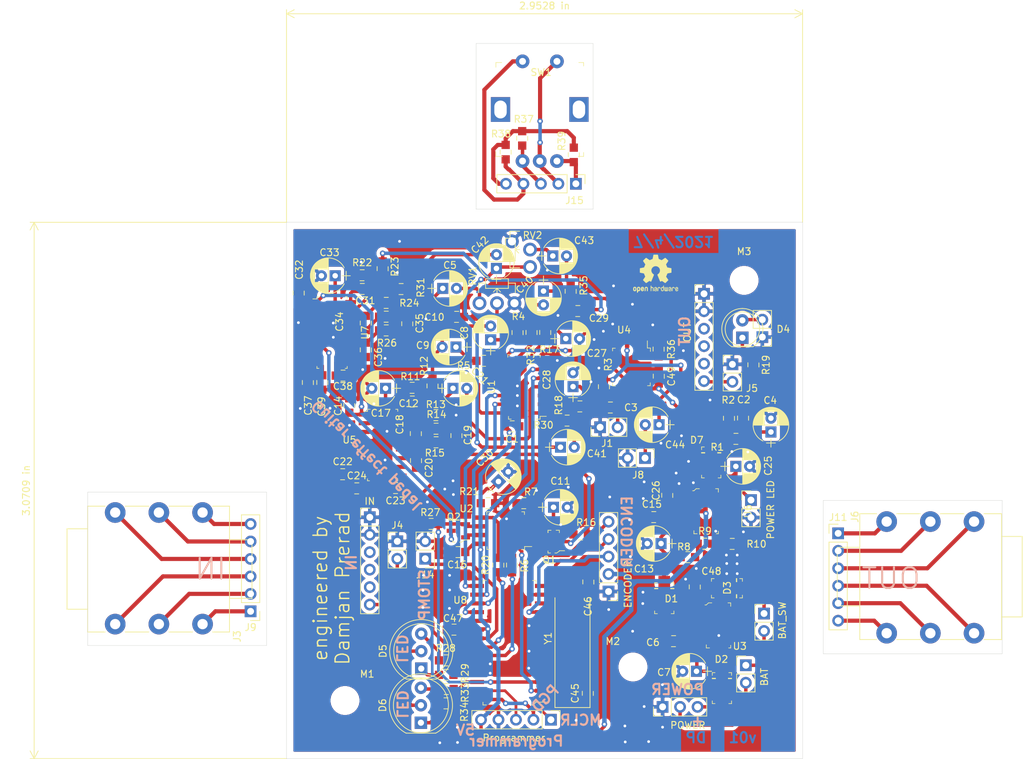
<source format=kicad_pcb>
(kicad_pcb (version 20171130) (host pcbnew "(5.1.6)-1")
  (title_block (title "SimpleDigital Efect Pedal") (date 2021-04-04) (rev v01) (comment 4 "Author: Damjan Prerad"))
  (layers (0 F.Cu signal) (31 B.Cu signal) (34 B.Paste user) (35 F.Paste user) (36 B.SilkS user) (37 F.SilkS user) (38 B.Mask user) (39 F.Mask user) (44 Edge.Cuts user))
  (net 0 "")
  (net 1 "Net-(Battery_9V1-Pad1)")
  (net 2 BAT_NEG)
  (net 3 +9V)
  (net 4 +5V)
  (net 5 GNDA)
  (net 6 "Net-(Battery_9V4-Pad2)")
  (net 7 +4V)
  (net 8 "Net-(C3-Pad1)")
  (net 9 "Net-(C3-Pad2)")
  (net 10 "Net-(C34-Pad2)")
  (net 11 "Net-(C5-Pad2)")
  (net 12 "Net-(C6-Pad2)")
  (net 13 "Net-(C8-Pad1)")
  (net 14 "Net-(C10-Pad1)")
  (net 15 "Net-(C9-Pad1)")
  (net 16 "Net-(C11-Pad1)")
  (net 17 "Net-(C12-Pad1)")
  (net 18 "Net-(C12-Pad2)")
  (net 19 "Net-(C17-Pad1)")
  (net 20 "Net-(C18-Pad1)")
  (net 21 "Net-(C18-Pad2)")
  (net 22 "Net-(C19-Pad1)")
  (net 23 "Net-(C20-Pad1)")
  (net 24 "Net-(C20-Pad2)")
  (net 25 "Net-(C21-Pad2)")
  (net 26 "Net-(C22-Pad2)")
  (net 27 "Net-(C23-Pad2)")
  (net 28 "Net-(C23-Pad1)")
  (net 29 "Net-(C24-Pad2)")
  (net 30 "Net-(C27-Pad2)")
  (net 31 "Net-(C27-Pad1)")
  (net 32 "Net-(C28-Pad1)")
  (net 33 "Net-(C30-Pad1)")
  (net 34 "Net-(C31-Pad2)")
  (net 35 "Net-(C31-Pad1)")
  (net 36 "Net-(C33-Pad1)")
  (net 37 "Net-(C34-Pad1)")
  (net 38 "Net-(C35-Pad1)")
  (net 39 "Net-(C36-Pad2)")
  (net 40 "Net-(C36-Pad1)")
  (net 41 "Net-(C37-Pad2)")
  (net 42 "Net-(C38-Pad1)")
  (net 43 "Net-(C38-Pad2)")
  (net 44 "Net-(C39-Pad2)")
  (net 45 "Net-(C40-Pad1)")
  (net 46 "Net-(C40-Pad2)")
  (net 47 "Net-(C41-Pad1)")
  (net 48 "Net-(C41-Pad2)")
  (net 49 "Net-(C42-Pad2)")
  (net 50 "Net-(C43-Pad2)")
  (net 51 "Net-(C43-Pad1)")
  (net 52 "Net-(C44-Pad2)")
  (net 53 "Net-(C44-Pad1)")
  (net 54 "Net-(C45-Pad2)")
  (net 55 "Net-(C46-Pad2)")
  (net 56 "Net-(C48-Pad1)")
  (net 57 "Net-(D4-Pad1)")
  (net 58 "Net-(D5-Pad3)")
  (net 59 "Net-(D5-Pad1)")
  (net 60 "Net-(D6-Pad1)")
  (net 61 "Net-(D6-Pad3)")
  (net 62 "Net-(J12-Pad6)")
  (net 63 "Net-(J10-Pad6)")
  (net 64 SWITCH)
  (net 65 ENC_A)
  (net 66 ENC_B)
  (net 67 "Net-(J10-Pad5)")
  (net 68 "Net-(J10-Pad4)")
  (net 69 "Net-(J10-Pad3)")
  (net 70 "Net-(J11-Pad1)")
  (net 71 "Net-(J11-Pad2)")
  (net 72 "Net-(J11-Pad3)")
  (net 73 "Net-(J11-Pad4)")
  (net 74 "Net-(J11-Pad5)")
  (net 75 "Net-(J11-Pad6)")
  (net 76 "Net-(J12-Pad5)")
  (net 77 "Net-(J12-Pad4)")
  (net 78 "Net-(J12-Pad3)")
  (net 79 LED2_G)
  (net 80 "Net-(J13-Pad2)")
  (net 81 "Net-(J13-Pad1)")
  (net 82 "Net-(J14-Pad1)")
  (net 83 B_OUT)
  (net 84 A_OUT)
  (net 85 SW_OUT)
  (net 86 ENC_POWER)
  (net 87 ENC_GROUND)
  (net 88 "Net-(Q1-Pad1)")
  (net 89 "Net-(Q1-Pad3)")
  (net 90 CURR_A)
  (net 91 CURR_B)
  (net 92 "Net-(Q2-Pad3)")
  (net 93 "Net-(Q2-Pad1)")
  (net 94 "Net-(R4-Pad2)")
  (net 95 "Net-(R5-Pad2)")
  (net 96 PWM_A)
  (net 97 "Net-(R8-Pad2)")
  (net 98 "Net-(R17-Pad2)")
  (net 99 "Net-(R18-Pad2)")
  (net 100 PWM_B)
  (net 101 LED1_R)
  (net 102 LED1_G)
  (net 103 "Net-(R30-Pad2)")
  (net 104 LED2_R)
  (net 105 U4B)
  (net 106 U4C)
  (net 107 U4D)
  (net 108 U4A)
  (net 109 "Net-(U5-Pad5)")
  (net 110 "Net-(U7-Pad5)")
  (net 111 "Net-(U8-Pad4)")
  (net 112 "Net-(U8-Pad5)")
  (net 113 "Net-(U8-Pad6)")
  (net 114 "Net-(U8-Pad7)")
  (net 115 "Net-(U8-Pad14)")
  (net 116 "Net-(J3-Pad2)")
  (net 117 "Net-(J3-Pad5)")
  (net 118 "Net-(J3-Pad3)")
  (net 119 "Net-(J3-Pad6)")
  (net 120 "Net-(J3-Pad1)")
  (net 121 "Net-(J3-Pad4)")
  (net 122 "Net-(D2-PadA)")
  (net 123 "Net-(R32-Pad2)")
  (module Symbols:OSHW-Logo2_7.3x6mm_SilkScreen (layer F.Cu) (at 168.75 94.475)
    (fp_text reference REF*** hide)
    (fp_text value OSHW-Logo2_7.3x6mm_SilkScreen hide)
  )
  (module Potentiometers:Potentiometer_WirePads_Small (layer F.Cu) (at 150.497156 93.509848 180)
    (fp_text reference RV2 (at -0.352844 4.609848 180) (layer F.SilkS))
    (fp_text value 10k)
    (pad 1 thru_hole circle (at 0 0 180) (size 2 2) (drill 1.2) (layers *.Cu *.Mask) (net 47 "Net-(C41-Pad1)"))
    (pad 3 thru_hole circle (at 2.6416 3.7338 180) (size 2 2) (drill 1.2) (layers *.Cu *.Mask) (net 5 GNDA))
    (pad 2 thru_hole circle (at 0 2.54 180) (size 2 2) (drill 1.2) (layers *.Cu *.Mask) (net 51 "Net-(C43-Pad1)"))
  )
  (module Mounting_Holes:MountingHole_3.2mm_M3 (layer F.Cu) (at 165.45 151.675)
    (fp_text reference M2 (at -2.925 -3.725) (layer F.SilkS))
    (fp_text value MountingHole_3.2mm_M3)
    (pad 1 np_thru_hole circle (at 0 0) (size 3.2 3.2) (drill 3.2) (layers *.Cu *.Mask))
  )
  (module Mounting_Holes:MountingHole_3.2mm_M3 (layer F.Cu) (at 181.6 95.45)
    (fp_text reference M3 (at 0 -4.2) (layer F.SilkS))
    (fp_text value MountingHole_3.2mm_M3)
    (pad 1 np_thru_hole circle (at 0 0) (size 3.2 3.2) (drill 3.2) (layers *.Cu *.Mask))
  )
  (module Mounting_Holes:MountingHole_3.2mm_M3 (layer F.Cu) (at 123.6 156.55)
    (fp_text reference M1 (at 3.225 -3.85) (layer F.SilkS))
    (fp_text value MountingHole_3.2mm_M3)
    (pad 1 np_thru_hole circle (at 0 0) (size 3.2 3.2) (drill 3.2) (layers *.Cu *.Mask))
  )
  (module digikey-footprints:SOIC-14_W3.9mm (layer F.Cu) (at 149.662157 110.924848 90)
    (fp_text reference U1 (at 0 -4.79 90) (layer F.SilkS))
    (fp_text value 4066)
    (pad 1 smd rect (at -3.81 2.7 90) (size 0.55 1.5) (layers F.Cu F.Paste F.Mask) (net 25 "Net-(C21-Pad2)"))
    (pad 2 smd rect (at -2.54 2.7 90) (size 0.55 1.5) (layers F.Cu F.Paste F.Mask) (net 103 "Net-(R30-Pad2)"))
    (pad 3 smd rect (at -1.27 2.7 90) (size 0.55 1.5) (layers F.Cu F.Paste F.Mask) (net 99 "Net-(R18-Pad2)"))
    (pad 4 smd rect (at 0 2.7 90) (size 0.55 1.5) (layers F.Cu F.Paste F.Mask) (net 25 "Net-(C21-Pad2)"))
    (pad 5 smd rect (at 1.27 2.7 90) (size 0.55 1.5) (layers F.Cu F.Paste F.Mask) (net 105 U4B))
    (pad 6 smd rect (at 2.54 2.7 90) (size 0.55 1.5) (layers F.Cu F.Paste F.Mask) (net 106 U4C))
    (pad 7 smd rect (at 3.81 2.7 90) (size 0.55 1.5) (layers F.Cu F.Paste F.Mask) (net 5 GNDA))
    (pad 8 smd rect (at 3.81 -2.7 90) (size 0.55 1.5) (layers F.Cu F.Paste F.Mask) (net 95 "Net-(R5-Pad2)"))
    (pad 9 smd rect (at 2.54 -2.7 90) (size 0.55 1.5) (layers F.Cu F.Paste F.Mask) (net 123 "Net-(R32-Pad2)"))
    (pad 10 smd rect (at 1.27 -2.7 90) (size 0.55 1.5) (layers F.Cu F.Paste F.Mask) (net 98 "Net-(R17-Pad2)"))
    (pad 11 smd rect (at 0 -2.7 90) (size 0.55 1.5) (layers F.Cu F.Paste F.Mask) (net 95 "Net-(R5-Pad2)"))
    (pad 12 smd rect (at -1.27 -2.7 90) (size 0.55 1.5) (layers F.Cu F.Paste F.Mask) (net 107 U4D))
    (pad 13 smd rect (at -2.54 -2.7 90) (size 0.55 1.5) (layers F.Cu F.Paste F.Mask) (net 108 U4A))
    (pad 14 smd rect (at -3.81 -2.7 90) (size 0.55 1.5) (layers F.Cu F.Paste F.Mask) (net 4 +5V))
  )
  (module digikey-footprints:SOIC-28_W7.5mm (layer F.Cu) (at 147.5 148.145 180)
    (fp_text reference U8 (at 7.15 6.195) (layer F.SilkS))
    (fp_text value PIC16F72)
    (pad 1 smd rect (at -4.7 -8.255 180) (size 2 0.6) (layers F.Cu F.Paste F.Mask) (net 81 "Net-(J13-Pad1)"))
    (pad 2 smd rect (at -4.7 -6.985 180) (size 2 0.6) (layers F.Cu F.Paste F.Mask) (net 90 CURR_A))
    (pad 3 smd rect (at -4.7 -5.715 180) (size 2 0.6) (layers F.Cu F.Paste F.Mask) (net 91 CURR_B))
    (pad 4 smd rect (at -4.7 -4.445 180) (size 2 0.6) (layers F.Cu F.Paste F.Mask) (net 111 "Net-(U8-Pad4)"))
    (pad 5 smd rect (at -4.7 -3.175 180) (size 2 0.6) (layers F.Cu F.Paste F.Mask) (net 112 "Net-(U8-Pad5)"))
    (pad 6 smd rect (at -4.7 -1.905 180) (size 2 0.6) (layers F.Cu F.Paste F.Mask) (net 113 "Net-(U8-Pad6)"))
    (pad 7 smd rect (at -4.7 -0.635 180) (size 2 0.6) (layers F.Cu F.Paste F.Mask) (net 114 "Net-(U8-Pad7)"))
    (pad 8 smd rect (at -4.7 0.635 180) (size 2 0.6) (layers F.Cu F.Paste F.Mask) (net 5 GNDA))
    (pad 9 smd rect (at -4.7 1.905 180) (size 2 0.6) (layers F.Cu F.Paste F.Mask) (net 54 "Net-(C45-Pad2)"))
    (pad 10 smd rect (at -4.7 3.175 180) (size 2 0.6) (layers F.Cu F.Paste F.Mask) (net 55 "Net-(C46-Pad2)"))
    (pad 11 smd rect (at -4.7 4.445 180) (size 2 0.6) (layers F.Cu F.Paste F.Mask) (net 64 SWITCH))
    (pad 12 smd rect (at -4.7 5.715 180) (size 2 0.6) (layers F.Cu F.Paste F.Mask) (net 65 ENC_A))
    (pad 13 smd rect (at -4.7 6.985 180) (size 2 0.6) (layers F.Cu F.Paste F.Mask) (net 66 ENC_B))
    (pad 14 smd rect (at -4.7 8.255 180) (size 2 0.6) (layers F.Cu F.Paste F.Mask) (net 115 "Net-(U8-Pad14)"))
    (pad 15 smd rect (at 4.7 8.255 180) (size 2 0.6) (layers F.Cu F.Paste F.Mask) (net 107 U4D))
    (pad 16 smd rect (at 4.7 6.985 180) (size 2 0.6) (layers F.Cu F.Paste F.Mask) (net 106 U4C))
    (pad 17 smd rect (at 4.7 5.715 180) (size 2 0.6) (layers F.Cu F.Paste F.Mask) (net 105 U4B))
    (pad 18 smd rect (at 4.7 4.445 180) (size 2 0.6) (layers F.Cu F.Paste F.Mask) (net 108 U4A))
    (pad 19 smd rect (at 4.7 3.175 180) (size 2 0.6) (layers F.Cu F.Paste F.Mask) (net 5 GNDA))
    (pad 20 smd rect (at 4.7 1.905 180) (size 2 0.6) (layers F.Cu F.Paste F.Mask) (net 4 +5V))
    (pad 21 smd rect (at 4.7 0.635 180) (size 2 0.6) (layers F.Cu F.Paste F.Mask) (net 82 "Net-(J14-Pad1)"))
    (pad 22 smd rect (at 4.7 -0.635 180) (size 2 0.6) (layers F.Cu F.Paste F.Mask) (net 100 PWM_B))
    (pad 23 smd rect (at 4.7 -1.905 180) (size 2 0.6) (layers F.Cu F.Paste F.Mask) (net 96 PWM_A))
    (pad 24 smd rect (at 4.7 -3.175 180) (size 2 0.6) (layers F.Cu F.Paste F.Mask) (net 101 LED1_R))
    (pad 25 smd rect (at 4.7 -4.445 180) (size 2 0.6) (layers F.Cu F.Paste F.Mask) (net 102 LED1_G))
    (pad 26 smd rect (at 4.7 -5.715 180) (size 2 0.6) (layers F.Cu F.Paste F.Mask) (net 104 LED2_R))
    (pad 27 smd rect (at 4.7 -6.985 180) (size 2 0.6) (layers F.Cu F.Paste F.Mask) (net 79 LED2_G))
    (pad 28 smd rect (at 4.7 -8.255 180) (size 2 0.6) (layers F.Cu F.Paste F.Mask) (net 80 "Net-(J13-Pad2)"))
  )
  (module Pin_Headers:Pin_Header_Straight_1x02_Pitch2.54mm (layer F.Cu) (at 181.85 151.425)
    (fp_text reference BAT (at 2.7 1.7 270) (layer F.SilkS))
    (fp_text value Conn_01x02)
    (pad 2 thru_hole oval (at 0 2.54) (size 1.7 1.7) (drill 1) (layers *.Cu *.Mask) (net 2 BAT_NEG))
    (pad 1 thru_hole rect (at 0 0) (size 1.7 1.7) (drill 1) (layers *.Cu *.Mask) (net 1 "Net-(Battery_9V1-Pad1)"))
  )
  (module Pin_Headers:Pin_Header_Straight_1x02_Pitch2.54mm (layer F.Cu) (at 184.5 143.9)
    (fp_text reference BAT_SW (at 2.65 1 90) (layer F.SilkS))
    (fp_text value BATTERY_SWITCH)
    (pad 2 thru_hole oval (at 0 2.54) (size 1.7 1.7) (drill 1) (layers *.Cu *.Mask) (net 1 "Net-(Battery_9V1-Pad1)"))
    (pad 1 thru_hole rect (at 0 0) (size 1.7 1.7) (drill 1) (layers *.Cu *.Mask) (net 3 +9V))
  )
  (module Pin_Headers:Pin_Header_Straight_1x02_Pitch2.54mm (layer F.Cu) (at 182.6 127.4)
    (fp_text reference "POWER LED" (at 2.85 1.4 90) (layer F.SilkS))
    (fp_text value LED_STOMP_1)
    (pad 2 thru_hole oval (at 0 2.54) (size 1.7 1.7) (drill 1) (layers *.Cu *.Mask) (net 5 GNDA))
    (pad 1 thru_hole rect (at 0 0) (size 1.7 1.7) (drill 1) (layers *.Cu *.Mask) (net 4 +5V))
  )
  (module Pin_Headers:Pin_Header_Straight_1x02_Pitch2.54mm (layer F.Cu) (at 184.25 103.7 180)
    (fp_text reference " " (at -1.3 -6.15) (layer F.SilkS))
    (fp_text value LED_STOMP_2)
    (pad 1 thru_hole rect (at 0 0 180) (size 1.7 1.7) (drill 1) (layers *.Cu *.Mask) (net 5 GNDA))
    (pad 2 thru_hole oval (at 0 2.54 180) (size 1.7 1.7) (drill 1) (layers *.Cu *.Mask) (net 6 "Net-(Battery_9V4-Pad2)"))
  )
  (module LEDs:LED_D5.0mm (layer F.Cu) (at 181.35 103.8 90)
    (fp_text reference D4 (at 1.25 5.95 180) (layer F.SilkS))
    (fp_text value LED)
    (pad 1 thru_hole rect (at 0 0 90) (size 1.8 1.8) (drill 0.9) (layers *.Cu *.Mask) (net 57 "Net-(D4-Pad1)"))
    (pad 2 thru_hole circle (at 2.54 0 90) (size 1.8 1.8) (drill 0.9) (layers *.Cu *.Mask) (net 6 "Net-(Battery_9V4-Pad2)"))
  )
  (module Connectors:NMJ6HCD2 (layer F.Cu) (at 90.2 145.44 90)
    (fp_text reference J3 (at -1.785 17.725 90) (layer F.SilkS))
    (fp_text value AudioJack3_Switch)
    (pad 1 thru_hole circle (at 0 0 90) (size 3 3) (drill 1.5) (layers *.Cu *.Mask) (net 120 "Net-(J3-Pad1)"))
    (pad 2 thru_hole circle (at 0 12.7 90) (size 3 3) (drill 1.5) (layers *.Cu *.Mask) (net 116 "Net-(J3-Pad2)"))
    (pad 3 thru_hole circle (at 0 6.35 90) (size 3 3) (drill 1.5) (layers *.Cu *.Mask) (net 118 "Net-(J3-Pad3)"))
    (pad 4 thru_hole circle (at 16.23 0 90) (size 3 3) (drill 1.5) (layers *.Cu *.Mask) (net 121 "Net-(J3-Pad4)"))
    (pad 5 thru_hole circle (at 16.23 12.7 90) (size 3 3) (drill 1.5) (layers *.Cu *.Mask) (net 117 "Net-(J3-Pad5)"))
    (pad 6 thru_hole circle (at 16.23 6.35 90) (size 3 3) (drill 1.5) (layers *.Cu *.Mask) (net 119 "Net-(J3-Pad6)"))
  )
  (module Pin_Headers:Pin_Header_Straight_1x02_Pitch2.54mm (layer F.Cu) (at 131.2 133.4)
    (fp_text reference J4 (at 0 -2.33) (layer F.SilkS))
    (fp_text value IN_STOMP)
    (pad 1 thru_hole rect (at 0 0) (size 1.7 1.7) (drill 1) (layers *.Cu *.Mask) (net 5 GNDA))
    (pad 2 thru_hole oval (at 0 2.54) (size 1.7 1.7) (drill 1) (layers *.Cu *.Mask) (net 62 "Net-(J12-Pad6)"))
  )
  (module Pin_Headers:Pin_Header_Straight_1x02_Pitch2.54mm (layer F.Cu) (at 179.9 107.66)
    (fp_text reference J5 (at 2.85 3.49) (layer F.SilkS))
    (fp_text value OUT_STOMP)
    (pad 1 thru_hole rect (at 0 0) (size 1.7 1.7) (drill 1) (layers *.Cu *.Mask) (net 5 GNDA))
    (pad 2 thru_hole oval (at 0 2.54) (size 1.7 1.7) (drill 1) (layers *.Cu *.Mask) (net 63 "Net-(J10-Pad6)"))
  )
  (module Connectors:NMJ6HCD2 (layer F.Cu) (at 215.02 130.529999 270)
    (fp_text reference J6 (at -0.704999 17.32 90) (layer F.SilkS))
    (fp_text value AudioJack3_Switch)
    (pad 6 thru_hole circle (at 16.23 6.35 270) (size 3 3) (drill 1.5) (layers *.Cu *.Mask) (net 74 "Net-(J11-Pad5)"))
    (pad 5 thru_hole circle (at 16.23 12.7 270) (size 3 3) (drill 1.5) (layers *.Cu *.Mask) (net 75 "Net-(J11-Pad6)"))
    (pad 4 thru_hole circle (at 16.23 0 270) (size 3 3) (drill 1.5) (layers *.Cu *.Mask) (net 73 "Net-(J11-Pad4)"))
    (pad 3 thru_hole circle (at 0 6.35 270) (size 3 3) (drill 1.5) (layers *.Cu *.Mask) (net 71 "Net-(J11-Pad2)"))
    (pad 2 thru_hole circle (at 0 12.7 270) (size 3 3) (drill 1.5) (layers *.Cu *.Mask) (net 70 "Net-(J11-Pad1)"))
    (pad 1 thru_hole circle (at 0 0 270) (size 3 3) (drill 1.5) (layers *.Cu *.Mask) (net 72 "Net-(J11-Pad3)"))
  )
  (module Pin_Headers:Pin_Header_Straight_1x06_Pitch2.54mm (layer F.Cu) (at 109.88 143.58 180)
    (fp_text reference J9 (at 0 -2.33) (layer F.SilkS))
    (fp_text value Conn_01x06_Male)
    (pad 1 thru_hole rect (at 0 0 180) (size 1.7 1.7) (drill 1) (layers *.Cu *.Mask) (net 116 "Net-(J3-Pad2)"))
    (pad 2 thru_hole oval (at 0 2.54 180) (size 1.7 1.7) (drill 1) (layers *.Cu *.Mask) (net 118 "Net-(J3-Pad3)"))
    (pad 3 thru_hole oval (at 0 5.08 180) (size 1.7 1.7) (drill 1) (layers *.Cu *.Mask) (net 120 "Net-(J3-Pad1)"))
    (pad 4 thru_hole oval (at 0 7.62 180) (size 1.7 1.7) (drill 1) (layers *.Cu *.Mask) (net 121 "Net-(J3-Pad4)"))
    (pad 5 thru_hole oval (at 0 10.16 180) (size 1.7 1.7) (drill 1) (layers *.Cu *.Mask) (net 119 "Net-(J3-Pad6)"))
    (pad 6 thru_hole oval (at 0 12.7 180) (size 1.7 1.7) (drill 1) (layers *.Cu *.Mask) (net 117 "Net-(J3-Pad5)"))
  )
  (module Pin_Headers:Pin_Header_Straight_1x06_Pitch2.54mm (layer F.Cu) (at 175.775 97.4)
    (fp_text reference OUT (at -2.425 5.6 90) (layer F.SilkS))
    (fp_text value Conn_01x06_Male)
    (pad 6 thru_hole oval (at 0 12.7) (size 1.7 1.7) (drill 1) (layers *.Cu *.Mask) (net 63 "Net-(J10-Pad6)"))
    (pad 5 thru_hole oval (at 0 10.16) (size 1.7 1.7) (drill 1) (layers *.Cu *.Mask) (net 67 "Net-(J10-Pad5)"))
    (pad 4 thru_hole oval (at 0 7.62) (size 1.7 1.7) (drill 1) (layers *.Cu *.Mask) (net 68 "Net-(J10-Pad4)"))
    (pad 3 thru_hole oval (at 0 5.08) (size 1.7 1.7) (drill 1) (layers *.Cu *.Mask) (net 69 "Net-(J10-Pad3)"))
    (pad 2 thru_hole oval (at 0 2.54) (size 1.7 1.7) (drill 1) (layers *.Cu *.Mask) (net 5 GNDA))
    (pad 1 thru_hole rect (at 0 0) (size 1.7 1.7) (drill 1) (layers *.Cu *.Mask) (net 5 GNDA))
  )
  (module Pin_Headers:Pin_Header_Straight_1x06_Pitch2.54mm (layer F.Cu) (at 195.27 132.24)
    (fp_text reference J11 (at 0 -2.33) (layer F.SilkS))
    (fp_text value Conn_01x06_Male)
    (pad 1 thru_hole rect (at 0 0) (size 1.7 1.7) (drill 1) (layers *.Cu *.Mask) (net 70 "Net-(J11-Pad1)"))
    (pad 2 thru_hole oval (at 0 2.54) (size 1.7 1.7) (drill 1) (layers *.Cu *.Mask) (net 71 "Net-(J11-Pad2)"))
    (pad 3 thru_hole oval (at 0 5.08) (size 1.7 1.7) (drill 1) (layers *.Cu *.Mask) (net 72 "Net-(J11-Pad3)"))
    (pad 4 thru_hole oval (at 0 7.62) (size 1.7 1.7) (drill 1) (layers *.Cu *.Mask) (net 73 "Net-(J11-Pad4)"))
    (pad 5 thru_hole oval (at 0 10.16) (size 1.7 1.7) (drill 1) (layers *.Cu *.Mask) (net 74 "Net-(J11-Pad5)"))
    (pad 6 thru_hole oval (at 0 12.7) (size 1.7 1.7) (drill 1) (layers *.Cu *.Mask) (net 75 "Net-(J11-Pad6)"))
  )
  (module Pin_Headers:Pin_Header_Straight_1x06_Pitch2.54mm (layer F.Cu) (at 127.2 129.9)
    (fp_text reference IN (at 0 -2.33) (layer F.SilkS))
    (fp_text value Conn_01x06_Male)
    (pad 6 thru_hole oval (at 0 12.7) (size 1.7 1.7) (drill 1) (layers *.Cu *.Mask) (net 62 "Net-(J12-Pad6)"))
    (pad 5 thru_hole oval (at 0 10.16) (size 1.7 1.7) (drill 1) (layers *.Cu *.Mask) (net 76 "Net-(J12-Pad5)"))
    (pad 4 thru_hole oval (at 0 7.62) (size 1.7 1.7) (drill 1) (layers *.Cu *.Mask) (net 77 "Net-(J12-Pad4)"))
    (pad 3 thru_hole oval (at 0 5.08) (size 1.7 1.7) (drill 1) (layers *.Cu *.Mask) (net 78 "Net-(J12-Pad3)"))
    (pad 2 thru_hole oval (at 0 2.54) (size 1.7 1.7) (drill 1) (layers *.Cu *.Mask) (net 5 GNDA))
    (pad 1 thru_hole rect (at 0 0) (size 1.7 1.7) (drill 1) (layers *.Cu *.Mask) (net 5 GNDA))
  )
  (module Pin_Headers:Pin_Header_Straight_1x05_Pitch2.54mm (layer F.Cu) (at 157.15 81.4 270)
    (fp_text reference J15 (at 2.425 0.2 180) (layer F.SilkS))
    (fp_text value Conn_01x05)
    (pad 1 thru_hole rect (at 0 0 270) (size 1.7 1.7) (drill 1) (layers *.Cu *.Mask) (net 83 B_OUT))
    (pad 2 thru_hole oval (at 0 2.54 270) (size 1.7 1.7) (drill 1) (layers *.Cu *.Mask) (net 87 ENC_GROUND))
    (pad 3 thru_hole oval (at 0 5.08 270) (size 1.7 1.7) (drill 1) (layers *.Cu *.Mask) (net 84 A_OUT))
    (pad 4 thru_hole oval (at 0 7.62 270) (size 1.7 1.7) (drill 1) (layers *.Cu *.Mask) (net 85 SW_OUT))
    (pad 5 thru_hole oval (at 0 10.16 270) (size 1.7 1.7) (drill 1) (layers *.Cu *.Mask) (net 86 ENC_POWER))
  )
  (module digikey-footprints:0805 (layer F.Cu) (at 182.95 107.75 270)
    (fp_text reference R19 (at 0 -1.84 90) (layer F.SilkS))
    (fp_text value 330R)
    (pad 1 smd rect (at -1.05 0 270) (size 1.2 1.2) (layers F.Cu F.Paste F.Mask) (net 57 "Net-(D4-Pad1)"))
    (pad 2 smd rect (at 1.05 0 270) (size 1.2 1.2) (layers F.Cu F.Paste F.Mask) (net 5 GNDA))
  )
  (module digikey-footprints:0805 (layer F.Cu) (at 149.35 74.8 270)
    (fp_text reference R37 (at -2.8 -0.225 180) (layer F.SilkS))
    (fp_text value 10k)
    (pad 1 smd rect (at -1.05 0 270) (size 1.2 1.2) (layers F.Cu F.Paste F.Mask) (net 86 ENC_POWER))
    (pad 2 smd rect (at 1.05 0 270) (size 1.2 1.2) (layers F.Cu F.Paste F.Mask) (net 84 A_OUT))
  )
  (module digikey-footprints:0805 (layer F.Cu) (at 146.95 76.8 270)
    (fp_text reference R38 (at -2.65 0.675 180) (layer F.SilkS))
    (fp_text value 10k)
    (pad 1 smd rect (at -1.05 0 270) (size 1.2 1.2) (layers F.Cu F.Paste F.Mask) (net 86 ENC_POWER))
    (pad 2 smd rect (at 1.05 0 270) (size 1.2 1.2) (layers F.Cu F.Paste F.Mask) (net 85 SW_OUT))
  )
  (module digikey-footprints:0805 (layer F.Cu) (at 156.85 77.2 270)
    (fp_text reference R39 (at -2.025 1.75 270) (layer F.SilkS))
    (fp_text value 10k)
    (pad 2 smd rect (at 1.05 0 270) (size 1.2 1.2) (layers F.Cu F.Paste F.Mask) (net 83 B_OUT))
    (pad 1 smd rect (at -1.05 0 270) (size 1.2 1.2) (layers F.Cu F.Paste F.Mask) (net 86 ENC_POWER))
  )
  (module digikey-footprints:Rotary_Encoder_Switched_PEC11R (layer F.Cu) (at 146.2 70.6)
    (fp_text reference SW1 (at 5.9 -5.4) (layer F.SilkS))
    (fp_text value Rotary_Encoder_Switch)
    (pad 3 thru_hole rect (at 0 0) (size 2.8 3.6) (drill oval 1.8 2.6) (layers *.Cu *.Mask))
    (pad 3 thru_hole rect (at 11.4 0) (size 2.8 3.6) (drill oval 1.8 2.6) (layers *.Cu *.Mask))
    (pad 1 thru_hole circle (at 3.2 -7) (size 2 2) (drill 1) (layers *.Cu *.Mask) (net 85 SW_OUT))
    (pad 2 thru_hole circle (at 8.2 -7) (size 2 2) (drill 1) (layers *.Cu *.Mask) (net 87 ENC_GROUND))
    (pad A thru_hole circle (at 3.2 7.5) (size 2 2) (drill 1) (layers *.Cu *.Mask) (net 84 A_OUT))
    (pad C thru_hole circle (at 5.7 7.5) (size 2 2) (drill 1) (layers *.Cu *.Mask) (net 87 ENC_GROUND))
    (pad B thru_hole circle (at 8.2 7.5) (size 2 2) (drill 1) (layers *.Cu *.Mask) (net 83 B_OUT))
  )
  (module digikey-footprints:0805 (layer F.Cu) (at 147.877157 116.679848 180)
    (fp_text reference C1 (at 0 -1.84) (layer F.SilkS))
    (fp_text value 100nF)
    (pad 2 smd rect (at 1.05 0 180) (size 1.2 1.2) (layers F.Cu F.Paste F.Mask) (net 4 +5V))
    (pad 1 smd rect (at -1.05 0 180) (size 1.2 1.2) (layers F.Cu F.Paste F.Mask) (net 5 GNDA))
  )
  (module digikey-footprints:0805 (layer F.Cu) (at 181.449593 115.490841 270)
    (fp_text reference C2 (at -2.690841 -0.100407 180) (layer F.SilkS))
    (fp_text value 100nF)
    (pad 1 smd rect (at -1.05 0 270) (size 1.2 1.2) (layers F.Cu F.Paste F.Mask) (net 5 GNDA))
    (pad 2 smd rect (at 1.05 0 270) (size 1.2 1.2) (layers F.Cu F.Paste F.Mask) (net 7 +4V))
  )
  (module digikey-footprints:0805 (layer F.Cu) (at 162.177157 113.939848)
    (fp_text reference C3 (at 2.972843 0.010152) (layer F.SilkS))
    (fp_text value 100nF)
    (pad 2 smd rect (at 1.05 0) (size 1.2 1.2) (layers F.Cu F.Paste F.Mask) (net 9 "Net-(C3-Pad2)"))
    (pad 1 smd rect (at -1.05 0) (size 1.2 1.2) (layers F.Cu F.Paste F.Mask) (net 8 "Net-(C3-Pad1)"))
  )
  (module Capacitors_THT:CP_Radial_D5.0mm_P2.00mm (layer F.Cu) (at 185.5 117.5 90)
    (fp_text reference C4 (at 4.6 -0.1 180) (layer F.SilkS))
    (fp_text value 47uF)
    (pad 1 thru_hole rect (at 0 0 90) (size 1.6 1.6) (drill 0.8) (layers *.Cu *.Mask) (net 7 +4V))
    (pad 2 thru_hole circle (at 2 0 90) (size 1.6 1.6) (drill 0.8) (layers *.Cu *.Mask) (net 5 GNDA))
  )
  (module Capacitors_THT:CP_Radial_D5.0mm_P2.00mm (layer F.Cu) (at 137.807156 96.619848)
    (fp_text reference C5 (at 1.042844 -3.369848) (layer F.SilkS))
    (fp_text value 47uF)
    (pad 1 thru_hole rect (at 0 0) (size 1.6 1.6) (drill 0.8) (layers *.Cu *.Mask) (net 10 "Net-(C34-Pad2)"))
    (pad 2 thru_hole circle (at 2 0) (size 1.6 1.6) (drill 0.8) (layers *.Cu *.Mask) (net 11 "Net-(C5-Pad2)"))
  )
  (module digikey-footprints:0805 (layer F.Cu) (at 171.355408 147.92416)
    (fp_text reference C6 (at -3.005408 0.17584) (layer F.SilkS))
    (fp_text value 100nF)
    (pad 1 smd rect (at -1.05 0) (size 1.2 1.2) (layers F.Cu F.Paste F.Mask) (net 5 GNDA))
    (pad 2 smd rect (at 1.05 0) (size 1.2 1.2) (layers F.Cu F.Paste F.Mask) (net 12 "Net-(C6-Pad2)"))
  )
  (module Capacitors_THT:CP_Radial_D5.0mm_P2.00mm (layer F.Cu) (at 174.680407 152.299159 180)
    (fp_text reference C7 (at 4.730407 -0.150841) (layer F.SilkS))
    (fp_text value 47uF)
    (pad 1 thru_hole rect (at 0 0 180) (size 1.6 1.6) (drill 0.8) (layers *.Cu *.Mask) (net 12 "Net-(C6-Pad2)"))
    (pad 2 thru_hole circle (at 2 0 180) (size 1.6 1.6) (drill 0.8) (layers *.Cu *.Mask) (net 5 GNDA))
  )
  (module Capacitors_THT:CP_Radial_D5.0mm_P2.00mm (layer F.Cu) (at 144.767157 104.089849 90)
    (fp_text reference C8 (at 1 -3.81 90) (layer F.SilkS))
    (fp_text value 47uF)
    (pad 2 thru_hole circle (at 2 0 90) (size 1.6 1.6) (drill 0.8) (layers *.Cu *.Mask) (net 14 "Net-(C10-Pad1)"))
    (pad 1 thru_hole rect (at 0 0 90) (size 1.6 1.6) (drill 0.8) (layers *.Cu *.Mask) (net 13 "Net-(C8-Pad1)"))
  )
  (module Capacitors_THT:CP_Radial_D5.0mm_P2.00mm (layer F.Cu) (at 139.727157 105.149848 180)
    (fp_text reference C9 (at 4.827157 0.249848) (layer F.SilkS))
    (fp_text value 47uF)
    (pad 1 thru_hole rect (at 0 0 180) (size 1.6 1.6) (drill 0.8) (layers *.Cu *.Mask) (net 15 "Net-(C9-Pad1)"))
    (pad 2 thru_hole circle (at 2 0 180) (size 1.6 1.6) (drill 0.8) (layers *.Cu *.Mask) (net 14 "Net-(C10-Pad1)"))
  )
  (module digikey-footprints:0805 (layer F.Cu) (at 139.827157 100.759849)
    (fp_text reference C10 (at -3.227157 0.040151) (layer F.SilkS))
    (fp_text value 6.8nF)
    (pad 1 smd rect (at -1.05 0) (size 1.2 1.2) (layers F.Cu F.Paste F.Mask) (net 14 "Net-(C10-Pad1)"))
    (pad 2 smd rect (at 1.05 0) (size 1.2 1.2) (layers F.Cu F.Paste F.Mask) (net 5 GNDA))
  )
  (module Capacitors_THT:CP_Radial_D5.0mm_P2.00mm (layer F.Cu) (at 153.9 128.445)
    (fp_text reference C11 (at 1 -3.81) (layer F.SilkS))
    (fp_text value 47uF)
    (pad 1 thru_hole rect (at 0 0) (size 1.6 1.6) (drill 0.8) (layers *.Cu *.Mask) (net 16 "Net-(C11-Pad1)"))
    (pad 2 thru_hole circle (at 2 0) (size 1.6 1.6) (drill 0.8) (layers *.Cu *.Mask) (net 5 GNDA))
  )
  (module digikey-footprints:0805 (layer F.Cu) (at 133.367156 113.074849 180)
    (fp_text reference C12 (at 0.517156 -0.275151) (layer F.SilkS))
    (fp_text value 3.3nF)
    (pad 1 smd rect (at -1.05 0 180) (size 1.2 1.2) (layers F.Cu F.Paste F.Mask) (net 17 "Net-(C12-Pad1)"))
    (pad 2 smd rect (at 1.05 0 180) (size 1.2 1.2) (layers F.Cu F.Paste F.Mask) (net 18 "Net-(C12-Pad2)"))
  )
  (module Capacitors_THT:CP_Radial_D5.0mm_P2.00mm (layer F.Cu) (at 169.530408 133.724159 180)
    (fp_text reference C13 (at 2.480408 -3.675841) (layer F.SilkS))
    (fp_text value 47uF)
    (pad 2 thru_hole circle (at 2 0 180) (size 1.6 1.6) (drill 0.8) (layers *.Cu *.Mask) (net 5 GNDA))
    (pad 1 thru_hole rect (at 0 0 180) (size 1.6 1.6) (drill 0.8) (layers *.Cu *.Mask) (net 3 +9V))
  )
  (module digikey-footprints:0805 (layer F.Cu) (at 124.217157 113.649848 90)
    (fp_text reference C14 (at -0.050152 -1.617157 90) (layer F.SilkS))
    (fp_text value 100nF)
    (pad 2 smd rect (at 1.05 0 90) (size 1.2 1.2) (layers F.Cu F.Paste F.Mask) (net 5 GNDA))
    (pad 1 smd rect (at -1.05 0 90) (size 1.2 1.2) (layers F.Cu F.Paste F.Mask) (net 4 +5V))
  )
  (module digikey-footprints:0805 (layer F.Cu) (at 168.480407 129.874159)
    (fp_text reference C15 (at -0.280407 -1.874159) (layer F.SilkS))
    (fp_text value 100nF)
    (pad 2 smd rect (at 1.05 0) (size 1.2 1.2) (layers F.Cu F.Paste F.Mask) (net 3 +9V))
    (pad 1 smd rect (at -1.05 0) (size 1.2 1.2) (layers F.Cu F.Paste F.Mask) (net 5 GNDA))
  )
  (module digikey-footprints:0805 (layer F.Cu) (at 140.03 134.96)
    (fp_text reference C16 (at -0.13 1.84) (layer F.SilkS))
    (fp_text value 100nF)
    (pad 2 smd rect (at 1.05 0) (size 1.2 1.2) (layers F.Cu F.Paste F.Mask) (net 4 +5V))
    (pad 1 smd rect (at -1.05 0) (size 1.2 1.2) (layers F.Cu F.Paste F.Mask) (net 5 GNDA))
  )
  (module Capacitors_THT:CP_Radial_D5.0mm_P2.00mm (layer F.Cu) (at 129.492157 111.149847 180)
    (fp_text reference C17 (at 0.692157 -3.600153) (layer F.SilkS))
    (fp_text value 47uF)
    (pad 2 thru_hole circle (at 2 0 180) (size 1.6 1.6) (drill 0.8) (layers *.Cu *.Mask) (net 5 GNDA))
    (pad 1 thru_hole rect (at 0 0 180) (size 1.6 1.6) (drill 0.8) (layers *.Cu *.Mask) (net 19 "Net-(C17-Pad1)"))
  )
  (module digikey-footprints:0805 (layer F.Cu) (at 133.892156 117.724848 90)
    (fp_text reference C18 (at 1.324848 -2.342156 90) (layer F.SilkS))
    (fp_text value 3.3nF)
    (pad 2 smd rect (at 1.05 0 90) (size 1.2 1.2) (layers F.Cu F.Paste F.Mask) (net 21 "Net-(C18-Pad2)"))
    (pad 1 smd rect (at -1.05 0 90) (size 1.2 1.2) (layers F.Cu F.Paste F.Mask) (net 20 "Net-(C18-Pad1)"))
  )
  (module digikey-footprints:0805 (layer F.Cu) (at 139.792156 118.024848 90)
    (fp_text reference C19 (at 0.074848 1.657844 90) (layer F.SilkS))
    (fp_text value 6.8nF)
    (pad 1 smd rect (at -1.05 0 90) (size 1.2 1.2) (layers F.Cu F.Paste F.Mask) (net 22 "Net-(C19-Pad1)"))
    (pad 2 smd rect (at 1.05 0 90) (size 1.2 1.2) (layers F.Cu F.Paste F.Mask) (net 5 GNDA))
  )
  (module digikey-footprints:0805 (layer F.Cu) (at 133.917157 121.649849 90)
    (fp_text reference C20 (at -1.050151 1.882843 90) (layer F.SilkS))
    (fp_text value 100nF)
    (pad 2 smd rect (at 1.05 0 90) (size 1.2 1.2) (layers F.Cu F.Paste F.Mask) (net 24 "Net-(C20-Pad2)"))
    (pad 1 smd rect (at -1.05 0 90) (size 1.2 1.2) (layers F.Cu F.Paste F.Mask) (net 23 "Net-(C20-Pad1)"))
  )
  (module Capacitors_THT:CP_Radial_D5.0mm_P2.00mm (layer F.Cu) (at 139.292158 111.14985)
    (fp_text reference C21 (at 3.907842 -1.84985 315) (layer F.SilkS))
    (fp_text value 47uF)
    (pad 2 thru_hole circle (at 2 0) (size 1.6 1.6) (drill 0.8) (layers *.Cu *.Mask) (net 25 "Net-(C21-Pad2)"))
    (pad 1 thru_hole rect (at 0 0) (size 1.6 1.6) (drill 0.8) (layers *.Cu *.Mask) (net 21 "Net-(C18-Pad2)"))
  )
  (module digikey-footprints:0805 (layer F.Cu) (at 123.267158 123.649849)
    (fp_text reference C22 (at 0 -1.84) (layer F.SilkS))
    (fp_text value 100nF)
    (pad 1 smd rect (at -1.05 0) (size 1.2 1.2) (layers F.Cu F.Paste F.Mask) (net 5 GNDA))
    (pad 2 smd rect (at 1.05 0) (size 1.2 1.2) (layers F.Cu F.Paste F.Mask) (net 26 "Net-(C22-Pad2)"))
  )
  (module digikey-footprints:0805 (layer F.Cu) (at 130.942159 125.649848 180)
    (fp_text reference C23 (at 0 -1.84) (layer F.SilkS))
    (fp_text value 100nF)
    (pad 1 smd rect (at -1.05 0 180) (size 1.2 1.2) (layers F.Cu F.Paste F.Mask) (net 28 "Net-(C23-Pad1)"))
    (pad 2 smd rect (at 1.05 0 180) (size 1.2 1.2) (layers F.Cu F.Paste F.Mask) (net 27 "Net-(C23-Pad2)"))
  )
  (module digikey-footprints:0805 (layer F.Cu) (at 125.317157 125.699848)
    (fp_text reference C24 (at 0 -1.84) (layer F.SilkS))
    (fp_text value 100nF)
    (pad 2 smd rect (at 1.05 0) (size 1.2 1.2) (layers F.Cu F.Paste F.Mask) (net 29 "Net-(C24-Pad2)"))
    (pad 1 smd rect (at -1.05 0) (size 1.2 1.2) (layers F.Cu F.Paste F.Mask) (net 5 GNDA))
  )
  (module Capacitors_THT:CP_Radial_D5.0mm_P2.00mm (layer F.Cu) (at 180.4 122.5)
    (fp_text reference C25 (at 4.7 -0.1 270) (layer F.SilkS))
    (fp_text value 47uF)
    (pad 2 thru_hole circle (at 2 0) (size 1.6 1.6) (drill 0.8) (layers *.Cu *.Mask) (net 5 GNDA))
    (pad 1 thru_hole rect (at 0 0) (size 1.6 1.6) (drill 0.8) (layers *.Cu *.Mask) (net 4 +5V))
  )
  (module digikey-footprints:0805 (layer F.Cu) (at 170.430407 126.724159 270)
    (fp_text reference C26 (at -0.724159 1.630407 90) (layer F.SilkS))
    (fp_text value 100nF)
    (pad 1 smd rect (at -1.05 0 270) (size 1.2 1.2) (layers F.Cu F.Paste F.Mask) (net 5 GNDA))
    (pad 2 smd rect (at 1.05 0 270) (size 1.2 1.2) (layers F.Cu F.Paste F.Mask) (net 4 +5V))
  )
  (module Capacitors_THT:CP_Radial_D5.0mm_P2.00mm (layer F.Cu) (at 155.687157 103.919849)
    (fp_text reference C27 (at 4.512843 2.130151 180) (layer F.SilkS))
    (fp_text value 47uF)
    (pad 1 thru_hole rect (at 0 0) (size 1.6 1.6) (drill 0.8) (layers *.Cu *.Mask) (net 31 "Net-(C27-Pad1)"))
    (pad 2 thru_hole circle (at 2 0) (size 1.6 1.6) (drill 0.8) (layers *.Cu *.Mask) (net 30 "Net-(C27-Pad2)"))
  )
  (module Capacitors_THT:CP_Radial_D5.0mm_P2.00mm (layer F.Cu) (at 156.737157 110.899848 90)
    (fp_text reference C28 (at 1 -3.81 90) (layer F.SilkS))
    (fp_text value 47uF)
    (pad 1 thru_hole rect (at 0 0 90) (size 1.6 1.6) (drill 0.8) (layers *.Cu *.Mask) (net 32 "Net-(C28-Pad1)"))
    (pad 2 thru_hole circle (at 2 0 90) (size 1.6 1.6) (drill 0.8) (layers *.Cu *.Mask) (net 30 "Net-(C27-Pad2)"))
  )
  (module digikey-footprints:0805 (layer F.Cu) (at 157.417157 99.909849 180)
    (fp_text reference C29 (at -3.082843 -1.040151) (layer F.SilkS))
    (fp_text value 6.8nF)
    (pad 2 smd rect (at 1.05 0 180) (size 1.2 1.2) (layers F.Cu F.Paste F.Mask) (net 5 GNDA))
    (pad 1 smd rect (at -1.05 0 180) (size 1.2 1.2) (layers F.Cu F.Paste F.Mask) (net 30 "Net-(C27-Pad2)"))
  )
  (module Capacitors_THT:CP_Radial_D5.0mm_P2.00mm (layer F.Cu) (at 145.9 124.7 45)
    (fp_text reference C30 (at 1 -3.81 45) (layer F.SilkS))
    (fp_text value 47uF)
    (pad 2 thru_hole circle (at 2 0 45) (size 1.6 1.6) (drill 0.8) (layers *.Cu *.Mask) (net 5 GNDA))
    (pad 1 thru_hole rect (at 0 0 45) (size 1.6 1.6) (drill 0.8) (layers *.Cu *.Mask) (net 33 "Net-(C30-Pad1)"))
  )
  (module digikey-footprints:0805 (layer F.Cu) (at 126.095637 96.70325 180)
    (fp_text reference C31 (at -0.454363 -1.69675) (layer F.SilkS))
    (fp_text value 3.3nF)
    (pad 1 smd rect (at -1.05 0 180) (size 1.2 1.2) (layers F.Cu F.Paste F.Mask) (net 35 "Net-(C31-Pad1)"))
    (pad 2 smd rect (at 1.05 0 180) (size 1.2 1.2) (layers F.Cu F.Paste F.Mask) (net 34 "Net-(C31-Pad2)"))
  )
  (module digikey-footprints:0805 (layer F.Cu) (at 116.870635 97.27825 90)
    (fp_text reference C32 (at 3.37825 0.079365 90) (layer F.SilkS))
    (fp_text value 100nF)
    (pad 2 smd rect (at 1.05 0 90) (size 1.2 1.2) (layers F.Cu F.Paste F.Mask) (net 5 GNDA))
    (pad 1 smd rect (at -1.05 0 90) (size 1.2 1.2) (layers F.Cu F.Paste F.Mask) (net 4 +5V))
  )
  (module Capacitors_THT:CP_Radial_D5.0mm_P2.00mm (layer F.Cu) (at 122.170636 94.77825 180)
    (fp_text reference C33 (at 0.820636 3.37825) (layer F.SilkS))
    (fp_text value 47uF)
    (pad 1 thru_hole rect (at 0 0 180) (size 1.6 1.6) (drill 0.8) (layers *.Cu *.Mask) (net 36 "Net-(C33-Pad1)"))
    (pad 2 thru_hole circle (at 2 0 180) (size 1.6 1.6) (drill 0.8) (layers *.Cu *.Mask) (net 5 GNDA))
  )
  (module digikey-footprints:0805 (layer F.Cu) (at 126.620638 101.653252 90)
    (fp_text reference C34 (at 0.203252 -3.820638 90) (layer F.SilkS))
    (fp_text value 3.3nF)
    (pad 2 smd rect (at 1.05 0 90) (size 1.2 1.2) (layers F.Cu F.Paste F.Mask) (net 10 "Net-(C34-Pad2)"))
    (pad 1 smd rect (at -1.05 0 90) (size 1.2 1.2) (layers F.Cu F.Paste F.Mask) (net 37 "Net-(C34-Pad1)"))
  )
  (module digikey-footprints:0805 (layer F.Cu) (at 132.645636 101.753251 90)
    (fp_text reference C35 (at 0.053251 1.804364 90) (layer F.SilkS))
    (fp_text value 6.8nF)
    (pad 1 smd rect (at -1.05 0 90) (size 1.2 1.2) (layers F.Cu F.Paste F.Mask) (net 38 "Net-(C35-Pad1)"))
    (pad 2 smd rect (at 1.05 0 90) (size 1.2 1.2) (layers F.Cu F.Paste F.Mask) (net 5 GNDA))
  )
  (module digikey-footprints:0805 (layer F.Cu) (at 126.620636 105.553249 90)
    (fp_text reference C36 (at -1.046751 1.829364 90) (layer F.SilkS))
    (fp_text value 100nF)
    (pad 2 smd rect (at 1.05 0 90) (size 1.2 1.2) (layers F.Cu F.Paste F.Mask) (net 39 "Net-(C36-Pad2)"))
    (pad 1 smd rect (at -1.05 0 90) (size 1.2 1.2) (layers F.Cu F.Paste F.Mask) (net 40 "Net-(C36-Pad1)"))
  )
  (module digikey-footprints:0805 (layer F.Cu) (at 118.2 110.3 90)
    (fp_text reference C37 (at -3.35 0.05 90) (layer F.SilkS))
    (fp_text value 100nF)
    (pad 1 smd rect (at -1.05 0 90) (size 1.2 1.2) (layers F.Cu F.Paste F.Mask) (net 5 GNDA))
    (pad 2 smd rect (at 1.05 0 90) (size 1.2 1.2) (layers F.Cu F.Paste F.Mask) (net 41 "Net-(C37-Pad2)"))
  )
  (module digikey-footprints:0805 (layer F.Cu) (at 123.3 109.3 180)
    (fp_text reference C38 (at 0 -1.55) (layer F.SilkS))
    (fp_text value 100nF)
    (pad 2 smd rect (at 1.05 0 180) (size 1.2 1.2) (layers F.Cu F.Paste F.Mask) (net 43 "Net-(C38-Pad2)"))
    (pad 1 smd rect (at -1.05 0 180) (size 1.2 1.2) (layers F.Cu F.Paste F.Mask) (net 42 "Net-(C38-Pad1)"))
  )
  (module digikey-footprints:0805 (layer F.Cu) (at 120.3 110.3 90)
    (fp_text reference C39 (at -3.5 -0.1 90) (layer F.SilkS))
    (fp_text value 100nF)
    (pad 2 smd rect (at 1.05 0 90) (size 1.2 1.2) (layers F.Cu F.Paste F.Mask) (net 44 "Net-(C39-Pad2)"))
    (pad 1 smd rect (at -1.05 0 90) (size 1.2 1.2) (layers F.Cu F.Paste F.Mask) (net 5 GNDA))
  )
  (module Capacitors_THT:CP_Radial_D5.0mm_P2.00mm (layer F.Cu) (at 154.917157 119.709847)
    (fp_text reference C41 (at 5.282843 0.940153) (layer F.SilkS))
    (fp_text value 47uF)
    (pad 1 thru_hole rect (at 0 0) (size 1.6 1.6) (drill 0.8) (layers *.Cu *.Mask) (net 47 "Net-(C41-Pad1)"))
    (pad 2 thru_hole circle (at 2 0) (size 1.6 1.6) (drill 0.8) (layers *.Cu *.Mask) (net 48 "Net-(C41-Pad2)"))
  )
  (module Capacitors_THT:CP_Radial_D5.0mm_P2.00mm (layer F.Cu) (at 145.607157 93.709849 90)
    (fp_text reference C42 (at 3.409849 -2.407157 225) (layer F.SilkS))
    (fp_text value 47uF)
    (pad 1 thru_hole rect (at 0 0 90) (size 1.6 1.6) (drill 0.8) (layers *.Cu *.Mask) (net 47 "Net-(C41-Pad1)"))
    (pad 2 thru_hole circle (at 2 0 90) (size 1.6 1.6) (drill 0.8) (layers *.Cu *.Mask) (net 49 "Net-(C42-Pad2)"))
  )
  (module Capacitors_THT:CP_Radial_D5.0mm_P2.00mm (layer F.Cu) (at 153.797157 91.899848)
    (fp_text reference C43 (at 4.552843 -2.249848) (layer F.SilkS))
    (fp_text value 47uF)
    (pad 2 thru_hole circle (at 2 0) (size 1.6 1.6) (drill 0.8) (layers *.Cu *.Mask) (net 50 "Net-(C43-Pad2)"))
    (pad 1 thru_hole rect (at 0 0) (size 1.6 1.6) (drill 0.8) (layers *.Cu *.Mask) (net 51 "Net-(C43-Pad1)"))
  )
  (module Capacitors_THT:CP_Radial_D5.0mm_P2.00mm (layer F.Cu) (at 169.242842 116.440151 180)
    (fp_text reference C44 (at -2.332158 -2.909849) (layer F.SilkS))
    (fp_text value 47uF)
    (pad 2 thru_hole circle (at 2 0 180) (size 1.6 1.6) (drill 0.8) (layers *.Cu *.Mask) (net 52 "Net-(C44-Pad2)"))
    (pad 1 thru_hole rect (at 0 0 180) (size 1.6 1.6) (drill 0.8) (layers *.Cu *.Mask) (net 53 "Net-(C44-Pad1)"))
  )
  (module digikey-footprints:0805 (layer F.Cu) (at 158.885 155.5 90)
    (fp_text reference C45 (at 0 -1.84 90) (layer F.SilkS))
    (fp_text value 22pF)
    (pad 2 smd rect (at 1.05 0 90) (size 1.2 1.2) (layers F.Cu F.Paste F.Mask) (net 54 "Net-(C45-Pad2)"))
    (pad 1 smd rect (at -1.05 0 90) (size 1.2 1.2) (layers F.Cu F.Paste F.Mask) (net 5 GNDA))
  )
  (module digikey-footprints:0805 (layer F.Cu) (at 158.96 139.325 270)
    (fp_text reference C46 (at 3.525 0.035 90) (layer F.SilkS))
    (fp_text value 22pF)
    (pad 1 smd rect (at -1.05 0 270) (size 1.2 1.2) (layers F.Cu F.Paste F.Mask) (net 5 GNDA))
    (pad 2 smd rect (at 1.05 0 270) (size 1.2 1.2) (layers F.Cu F.Paste F.Mask) (net 55 "Net-(C46-Pad2)"))
  )
  (module digikey-footprints:0805 (layer F.Cu) (at 139.45 146.245)
    (fp_text reference C47 (at -0.15 -1.645) (layer F.SilkS))
    (fp_text value 100nF)
    (pad 1 smd rect (at -1.05 0) (size 1.2 1.2) (layers F.Cu F.Paste F.Mask) (net 5 GNDA))
    (pad 2 smd rect (at 1.05 0) (size 1.2 1.2) (layers F.Cu F.Paste F.Mask) (net 4 +5V))
  )
  (module digikey-footprints:0805 (layer F.Cu) (at 174.430408 140.024159 90)
    (fp_text reference C48 (at 2.274159 2.419592 180) (layer F.SilkS))
    (fp_text value 2.2uF)
    (pad 1 smd rect (at -1.05 0 90) (size 1.2 1.2) (layers F.Cu F.Paste F.Mask) (net 56 "Net-(C48-Pad1)"))
    (pad 2 smd rect (at 1.05 0 90) (size 1.2 1.2) (layers F.Cu F.Paste F.Mask) (net 5 GNDA))
  )
  (module LEDs:LED_D8.0mm-3 (layer F.Cu) (at 134.68 151.91 90)
    (fp_text reference D5 (at 2.54 -5.56 90) (layer F.SilkS))
    (fp_text value LED_Dual_CAC)
    (pad 3 thru_hole circle (at 5.08 0 90) (size 1.8 1.8) (drill 0.9) (layers *.Cu *.Mask) (net 58 "Net-(D5-Pad3)"))
    (pad 2 thru_hole circle (at 2.54 0 90) (size 1.8 1.8) (drill 0.9) (layers *.Cu *.Mask) (net 4 +5V))
    (pad 1 thru_hole rect (at 0 0 90) (size 1.8 1.8) (drill 0.9) (layers *.Cu *.Mask) (net 59 "Net-(D5-Pad1)"))
  )
  (module LEDs:LED_D8.0mm-3 (layer F.Cu) (at 134.63 159.78 90)
    (fp_text reference D6 (at 2.54 -5.56 90) (layer F.SilkS))
    (fp_text value LED_Dual_CAC)
    (pad 1 thru_hole rect (at 0 0 90) (size 1.8 1.8) (drill 0.9) (layers *.Cu *.Mask) (net 60 "Net-(D6-Pad1)"))
    (pad 2 thru_hole circle (at 2.54 0 90) (size 1.8 1.8) (drill 0.9) (layers *.Cu *.Mask) (net 4 +5V))
    (pad 3 thru_hole circle (at 5.08 0 90) (size 1.8 1.8) (drill 0.9) (layers *.Cu *.Mask) (net 61 "Net-(D6-Pad3)"))
  )
  (module Pin_Headers:Pin_Header_Straight_1x02_Pitch2.54mm (layer F.Cu) (at 160.677157 116.809848 90)
    (fp_text reference J1 (at -2.340152 1.022843 180) (layer F.SilkS))
    (fp_text value SIG_INPUT_STOMP)
    (pad 2 thru_hole oval (at 0 2.54 90) (size 1.7 1.7) (drill 1) (layers *.Cu *.Mask) (net 9 "Net-(C3-Pad2)"))
    (pad 1 thru_hole rect (at 0 0 90) (size 1.7 1.7) (drill 1) (layers *.Cu *.Mask) (net 5 GNDA))
  )
  (module Pin_Headers:Pin_Header_Straight_1x03_Pitch2.54mm (layer F.Cu) (at 169.755408 157.474158 90)
    (fp_text reference POWER (at -2.675842 3.669592 180) (layer F.SilkS))
    (fp_text value "Power connector")
    (pad 1 thru_hole rect (at 0 0 90) (size 1.7 1.7) (drill 1) (layers *.Cu *.Mask) (net 5 GNDA))
    (pad 2 thru_hole oval (at 0 2.54 90) (size 1.7 1.7) (drill 1) (layers *.Cu *.Mask) (net 2 BAT_NEG))
    (pad 3 thru_hole oval (at 0 5.08 90) (size 1.7 1.7) (drill 1) (layers *.Cu *.Mask) (net 122 "Net-(D2-PadA)"))
  )
  (module Pin_Headers:Pin_Header_Straight_1x05_Pitch2.54mm (layer F.Cu) (at 161.9 140.7 180)
    (fp_text reference ENCODER (at -2.825 1.075 90) (layer F.SilkS))
    (fp_text value Conn_01x05)
    (pad 1 thru_hole rect (at 0 0 180) (size 1.7 1.7) (drill 1) (layers *.Cu *.Mask) (net 5 GNDA))
    (pad 2 thru_hole oval (at 0 2.54 180) (size 1.7 1.7) (drill 1) (layers *.Cu *.Mask) (net 4 +5V))
    (pad 3 thru_hole oval (at 0 5.08 180) (size 1.7 1.7) (drill 1) (layers *.Cu *.Mask) (net 64 SWITCH))
    (pad 4 thru_hole oval (at 0 7.62 180) (size 1.7 1.7) (drill 1) (layers *.Cu *.Mask) (net 65 ENC_A))
    (pad 5 thru_hole oval (at 0 10.16 180) (size 1.7 1.7) (drill 1) (layers *.Cu *.Mask) (net 66 ENC_B))
  )
  (module Pin_Headers:Pin_Header_Straight_1x02_Pitch2.54mm (layer F.Cu) (at 167.202842 121.280152 270)
    (fp_text reference J8 (at 2.469848 1.002842 180) (layer F.SilkS))
    (fp_text value SIG_OUTPUT_STOMP)
    (pad 1 thru_hole rect (at 0 0 270) (size 1.7 1.7) (drill 1) (layers *.Cu *.Mask) (net 52 "Net-(C44-Pad2)"))
    (pad 2 thru_hole oval (at 0 2.54 270) (size 1.7 1.7) (drill 1) (layers *.Cu *.Mask) (net 5 GNDA))
  )
  (module Pin_Headers:Pin_Header_Straight_1x05_Pitch2.54mm (layer F.Cu) (at 153.525 159.345 270)
    (fp_text reference Programmer (at 2.63 5.375 180) (layer F.SilkS))
    (fp_text value ProgrammingPins)
    (pad 5 thru_hole oval (at 0 10.16 270) (size 1.7 1.7) (drill 1) (layers *.Cu *.Mask) (net 4 +5V))
    (pad 4 thru_hole oval (at 0 7.62 270) (size 1.7 1.7) (drill 1) (layers *.Cu *.Mask) (net 5 GNDA))
    (pad 3 thru_hole oval (at 0 5.08 270) (size 1.7 1.7) (drill 1) (layers *.Cu *.Mask) (net 79 LED2_G))
    (pad 2 thru_hole oval (at 0 2.54 270) (size 1.7 1.7) (drill 1) (layers *.Cu *.Mask) (net 80 "Net-(J13-Pad2)"))
    (pad 1 thru_hole rect (at 0 0 270) (size 1.7 1.7) (drill 1) (layers *.Cu *.Mask) (net 81 "Net-(J13-Pad1)"))
  )
  (module Pin_Headers:Pin_Header_Straight_1x02_Pitch2.54mm (layer F.Cu) (at 135.26 135.93 180)
    (fp_text reference J14 (at 0 -2.33) (layer F.SilkS))
    (fp_text value PUSH_STOMP)
    (pad 1 thru_hole rect (at 0 0 180) (size 1.7 1.7) (drill 1) (layers *.Cu *.Mask) (net 82 "Net-(J14-Pad1)"))
    (pad 2 thru_hole oval (at 0 2.54 180) (size 1.7 1.7) (drill 1) (layers *.Cu *.Mask) (net 5 GNDA))
  )
  (module digikey-footprints:SOT-23-3 (layer F.Cu) (at 153.925001 133.445 180)
    (fp_text reference Q1 (at 0.625001 -2.655) (layer F.SilkS))
    (fp_text value BC847)
    (pad 1 smd rect (at -1.05 -0.95 180) (size 1.3 0.6) (layers F.Cu F.Paste F.Mask) (net 88 "Net-(Q1-Pad1)"))
    (pad 2 smd rect (at -1.05 0.95 180) (size 1.3 0.6) (layers F.Cu F.Paste F.Mask) (net 90 CURR_A))
    (pad 3 smd rect (at 1.05 0 180) (size 1.3 0.6) (layers F.Cu F.Paste F.Mask) (net 89 "Net-(Q1-Pad3)"))
  )
  (module digikey-footprints:SOT-23-3 (layer F.Cu) (at 140.075 131.87 180)
    (fp_text reference Q2 (at 0.675 2.02) (layer F.SilkS))
    (fp_text value BC847)
    (pad 3 smd rect (at 1.05 0 180) (size 1.3 0.6) (layers F.Cu F.Paste F.Mask) (net 92 "Net-(Q2-Pad3)"))
    (pad 2 smd rect (at -1.05 0.95 180) (size 1.3 0.6) (layers F.Cu F.Paste F.Mask) (net 91 CURR_B))
    (pad 1 smd rect (at -1.05 -0.95 180) (size 1.3 0.6) (layers F.Cu F.Paste F.Mask) (net 93 "Net-(Q2-Pad1)"))
  )
  (module digikey-footprints:0805 (layer F.Cu) (at 180.4 118.5 180)
    (fp_text reference R1 (at 2.7 -1.2) (layer F.SilkS))
    (fp_text value 10k)
    (pad 2 smd rect (at 1.05 0 180) (size 1.2 1.2) (layers F.Cu F.Paste F.Mask) (net 3 +9V))
    (pad 1 smd rect (at -1.05 0 180) (size 1.2 1.2) (layers F.Cu F.Paste F.Mask) (net 7 +4V))
  )
  (module digikey-footprints:0805 (layer F.Cu) (at 179.399593 115.520841 270)
    (fp_text reference R2 (at -2.670841 0.099593 180) (layer F.SilkS))
    (fp_text value 10k)
    (pad 1 smd rect (at -1.05 0 270) (size 1.2 1.2) (layers F.Cu F.Paste F.Mask) (net 5 GNDA))
    (pad 2 smd rect (at 1.05 0 270) (size 1.2 1.2) (layers F.Cu F.Paste F.Mask) (net 7 +4V))
  )
  (module digikey-footprints:0805 (layer F.Cu) (at 161.227157 110.929847 270)
    (fp_text reference R3 (at -3.229847 -0.622843 90) (layer F.SilkS))
    (fp_text value 1M)
    (pad 2 smd rect (at 1.05 0 270) (size 1.2 1.2) (layers F.Cu F.Paste F.Mask) (net 8 "Net-(C3-Pad1)"))
    (pad 1 smd rect (at -1.05 0 270) (size 1.2 1.2) (layers F.Cu F.Paste F.Mask) (net 7 +4V))
  )
  (module digikey-footprints:0805 (layer F.Cu) (at 148.677157 103.039849 90)
    (fp_text reference R4 (at 2.339849 0.122843 180) (layer F.SilkS))
    (fp_text value 5k)
    (pad 1 smd rect (at -1.05 0 90) (size 1.2 1.2) (layers F.Cu F.Paste F.Mask) (net 13 "Net-(C8-Pad1)"))
    (pad 2 smd rect (at 1.05 0 90) (size 1.2 1.2) (layers F.Cu F.Paste F.Mask) (net 94 "Net-(R4-Pad2)"))
  )
  (module digikey-footprints:0805 (layer F.Cu) (at 143.747157 107.149849)
    (fp_text reference R5 (at -2.897157 0.700151) (layer F.SilkS))
    (fp_text value 4k7)
    (pad 2 smd rect (at 1.05 0) (size 1.2 1.2) (layers F.Cu F.Paste F.Mask) (net 95 "Net-(R5-Pad2)"))
    (pad 1 smd rect (at -1.05 0) (size 1.2 1.2) (layers F.Cu F.Paste F.Mask) (net 15 "Net-(C9-Pad1)"))
  )
  (module digikey-footprints:0805 (layer F.Cu) (at 147.875 136.845001 90)
    (fp_text reference R6 (at -0.104999 1.825 90) (layer F.SilkS))
    (fp_text value 4k7)
    (pad 1 smd rect (at -1.05 0 90) (size 1.2 1.2) (layers F.Cu F.Paste F.Mask) (net 96 PWM_A))
    (pad 2 smd rect (at 1.05 0 90) (size 1.2 1.2) (layers F.Cu F.Paste F.Mask) (net 16 "Net-(C11-Pad1)"))
  )
  (module digikey-footprints:0805 (layer F.Cu) (at 149.576561 127.855266 180)
    (fp_text reference R7 (at -1.023439 1.655266) (layer F.SilkS))
    (fp_text value 4k7)
    (pad 1 smd rect (at -1.05 0 180) (size 1.2 1.2) (layers F.Cu F.Paste F.Mask) (net 5 GNDA))
    (pad 2 smd rect (at 1.05 0 180) (size 1.2 1.2) (layers F.Cu F.Paste F.Mask) (net 16 "Net-(C11-Pad1)"))
  )
  (module digikey-footprints:0805 (layer F.Cu) (at 173.430408 135.699159)
    (fp_text reference R8 (at -0.580408 -1.499159) (layer F.SilkS))
    (fp_text value 22k)
    (pad 1 smd rect (at -1.05 0) (size 1.2 1.2) (layers F.Cu F.Paste F.Mask) (net 3 +9V))
    (pad 2 smd rect (at 1.05 0) (size 1.2 1.2) (layers F.Cu F.Paste F.Mask) (net 97 "Net-(R8-Pad2)"))
  )
  (module digikey-footprints:0805 (layer F.Cu) (at 175.905407 133.74916)
    (fp_text reference R9 (at 0 -1.84) (layer F.SilkS))
    (fp_text value 500)
    (pad 2 smd rect (at 1.05 0) (size 1.2 1.2) (layers F.Cu F.Paste F.Mask) (net 56 "Net-(C48-Pad1)"))
    (pad 1 smd rect (at -1.05 0) (size 1.2 1.2) (layers F.Cu F.Paste F.Mask) (net 97 "Net-(R8-Pad2)"))
  )
  (module digikey-footprints:0805 (layer F.Cu) (at 179.880409 133.774159)
    (fp_text reference R10 (at 3.519591 0.025841) (layer F.SilkS))
    (fp_text value 3k6)
    (pad 2 smd rect (at 1.05 0) (size 1.2 1.2) (layers F.Cu F.Paste F.Mask) (net 5 GNDA))
    (pad 1 smd rect (at -1.05 0) (size 1.2 1.2) (layers F.Cu F.Paste F.Mask) (net 56 "Net-(C48-Pad1)"))
  )
  (module digikey-footprints:0805 (layer F.Cu) (at 133.367156 111.074848)
    (fp_text reference R11 (at -0.267156 -1.624848) (layer F.SilkS))
    (fp_text value 4k7)
    (pad 1 smd rect (at -1.05 0) (size 1.2 1.2) (layers F.Cu F.Paste F.Mask) (net 18 "Net-(C12-Pad2)"))
    (pad 2 smd rect (at 1.05 0) (size 1.2 1.2) (layers F.Cu F.Paste F.Mask) (net 14 "Net-(C10-Pad1)"))
  )
  (module digikey-footprints:0805 (layer F.Cu) (at 136.317157 110.799849 90)
    (fp_text reference R12 (at 2.899849 -1.217157 90) (layer F.SilkS))
    (fp_text value 4k7)
    (pad 2 smd rect (at 1.05 0 90) (size 1.2 1.2) (layers F.Cu F.Paste F.Mask) (net 14 "Net-(C10-Pad1)"))
    (pad 1 smd rect (at -1.05 0 90) (size 1.2 1.2) (layers F.Cu F.Paste F.Mask) (net 17 "Net-(C12-Pad1)"))
  )
  (module digikey-footprints:0805 (layer F.Cu) (at 136.817157 115.049848)
    (fp_text reference R13 (at -0.017157 -1.549848) (layer F.SilkS))
    (fp_text value 4k7)
    (pad 2 smd rect (at 1.05 0) (size 1.2 1.2) (layers F.Cu F.Paste F.Mask) (net 22 "Net-(C19-Pad1)"))
    (pad 1 smd rect (at -1.05 0) (size 1.2 1.2) (layers F.Cu F.Paste F.Mask) (net 21 "Net-(C18-Pad2)"))
  )
  (module digikey-footprints:0805 (layer F.Cu) (at 136.842158 117.024849)
    (fp_text reference R14 (at 0.057842 -2.074849) (layer F.SilkS))
    (fp_text value 4k7)
    (pad 1 smd rect (at -1.05 0) (size 1.2 1.2) (layers F.Cu F.Paste F.Mask) (net 20 "Net-(C18-Pad1)"))
    (pad 2 smd rect (at 1.05 0) (size 1.2 1.2) (layers F.Cu F.Paste F.Mask) (net 22 "Net-(C19-Pad1)"))
  )
  (module digikey-footprints:0805 (layer F.Cu) (at 136.842158 118.999849)
    (fp_text reference R15 (at -0.192158 1.550151) (layer F.SilkS))
    (fp_text value 4k7)
    (pad 1 smd rect (at -1.05 0) (size 1.2 1.2) (layers F.Cu F.Paste F.Mask) (net 24 "Net-(C20-Pad2)"))
    (pad 2 smd rect (at 1.05 0) (size 1.2 1.2) (layers F.Cu F.Paste F.Mask) (net 22 "Net-(C19-Pad1)"))
  )
  (module digikey-footprints:0805 (layer F.Cu) (at 157.85 132.395)
    (fp_text reference R16 (at 0.8 -1.745) (layer F.SilkS))
    (fp_text value 4k7)
    (pad 2 smd rect (at 1.05 0) (size 1.2 1.2) (layers F.Cu F.Paste F.Mask) (net 5 GNDA))
    (pad 1 smd rect (at -1.05 0) (size 1.2 1.2) (layers F.Cu F.Paste F.Mask) (net 90 CURR_A))
  )
  (module digikey-footprints:0805 (layer F.Cu) (at 152.697157 103.039847 270)
    (fp_text reference R17 (at 2.460153 -0.602843 180) (layer F.SilkS))
    (fp_text value 4k7)
    (pad 1 smd rect (at -1.05 0 270) (size 1.2 1.2) (layers F.Cu F.Paste F.Mask) (net 31 "Net-(C27-Pad1)"))
    (pad 2 smd rect (at 1.05 0 270) (size 1.2 1.2) (layers F.Cu F.Paste F.Mask) (net 98 "Net-(R17-Pad2)"))
  )
  (module digikey-footprints:0805 (layer F.Cu) (at 157.727157 113.779849 180)
    (fp_text reference R18 (at 3.077157 0.179849 90) (layer F.SilkS))
    (fp_text value 4k7)
    (pad 1 smd rect (at -1.05 0 180) (size 1.2 1.2) (layers F.Cu F.Paste F.Mask) (net 32 "Net-(C28-Pad1)"))
    (pad 2 smd rect (at 1.05 0 180) (size 1.2 1.2) (layers F.Cu F.Paste F.Mask) (net 99 "Net-(R18-Pad2)"))
  )
  (module digikey-footprints:0805 (layer F.Cu) (at 145.875 136.845 90)
    (fp_text reference R20 (at 0 -1.84 90) (layer F.SilkS))
    (fp_text value 4k7)
    (pad 1 smd rect (at -1.05 0 90) (size 1.2 1.2) (layers F.Cu F.Paste F.Mask) (net 100 PWM_B))
    (pad 2 smd rect (at 1.05 0 90) (size 1.2 1.2) (layers F.Cu F.Paste F.Mask) (net 33 "Net-(C30-Pad1)"))
  )
  (module digikey-footprints:0805 (layer F.Cu) (at 144.376562 127.855265 180)
    (fp_text reference R21 (at 2.726562 1.705265) (layer F.SilkS))
    (fp_text value 4k7)
    (pad 2 smd rect (at 1.05 0 180) (size 1.2 1.2) (layers F.Cu F.Paste F.Mask) (net 33 "Net-(C30-Pad1)"))
    (pad 1 smd rect (at -1.05 0 180) (size 1.2 1.2) (layers F.Cu F.Paste F.Mask) (net 5 GNDA))
  )
  (module digikey-footprints:0805 (layer F.Cu) (at 126.095637 94.703252)
    (fp_text reference R22 (at 0 -1.84) (layer F.SilkS))
    (fp_text value 4k7)
    (pad 2 smd rect (at 1.05 0) (size 1.2 1.2) (layers F.Cu F.Paste F.Mask) (net 30 "Net-(C27-Pad2)"))
    (pad 1 smd rect (at -1.05 0) (size 1.2 1.2) (layers F.Cu F.Paste F.Mask) (net 34 "Net-(C31-Pad2)"))
  )
  (module digikey-footprints:0805 (layer F.Cu) (at 129.06985 93.742843 90)
    (fp_text reference R23 (at 0.292843 1.78015 90) (layer F.SilkS))
    (fp_text value 4k7)
    (pad 2 smd rect (at 1.05 0 90) (size 1.2 1.2) (layers F.Cu F.Paste F.Mask) (net 30 "Net-(C27-Pad2)"))
    (pad 1 smd rect (at -1.05 0 90) (size 1.2 1.2) (layers F.Cu F.Paste F.Mask) (net 35 "Net-(C31-Pad1)"))
  )
  (module digikey-footprints:0805 (layer F.Cu) (at 129.595638 98.728251)
    (fp_text reference R24 (at 3.354362 0.021749) (layer F.SilkS))
    (fp_text value 4k7)
    (pad 1 smd rect (at -1.05 0) (size 1.2 1.2) (layers F.Cu F.Paste F.Mask) (net 10 "Net-(C34-Pad2)"))
    (pad 2 smd rect (at 1.05 0) (size 1.2 1.2) (layers F.Cu F.Paste F.Mask) (net 38 "Net-(C35-Pad1)"))
  )
  (module digikey-footprints:0805 (layer F.Cu) (at 129.595635 100.728251)
    (fp_text reference " " (at 1.129365 4.821749) (layer F.SilkS))
    (fp_text value 4k7)
    (pad 1 smd rect (at -1.05 0) (size 1.2 1.2) (layers F.Cu F.Paste F.Mask) (net 37 "Net-(C34-Pad1)"))
    (pad 2 smd rect (at 1.05 0) (size 1.2 1.2) (layers F.Cu F.Paste F.Mask) (net 38 "Net-(C35-Pad1)"))
  )
  (module digikey-footprints:0805 (layer F.Cu) (at 129.595638 102.72825)
    (fp_text reference R26 (at 0.104362 1.82175) (layer F.SilkS))
    (fp_text value 4k7)
    (pad 1 smd rect (at -1.05 0) (size 1.2 1.2) (layers F.Cu F.Paste F.Mask) (net 39 "Net-(C36-Pad2)"))
    (pad 2 smd rect (at 1.05 0) (size 1.2 1.2) (layers F.Cu F.Paste F.Mask) (net 38 "Net-(C35-Pad1)"))
  )
  (module digikey-footprints:0805 (layer F.Cu) (at 136.1 130.87 180)
    (fp_text reference R27 (at 0.1 1.67) (layer F.SilkS))
    (fp_text value 4k7)
    (pad 2 smd rect (at 1.05 0 180) (size 1.2 1.2) (layers F.Cu F.Paste F.Mask) (net 5 GNDA))
    (pad 1 smd rect (at -1.05 0 180) (size 1.2 1.2) (layers F.Cu F.Paste F.Mask) (net 91 CURR_B))
  )
  (module digikey-footprints:0805 (layer F.Cu) (at 138.3 150.71)
    (fp_text reference R28 (at -0.05 -1.76) (layer F.SilkS))
    (fp_text value 330R)
    (pad 1 smd rect (at -1.05 0) (size 1.2 1.2) (layers F.Cu F.Paste F.Mask) (net 58 "Net-(D5-Pad3)"))
    (pad 2 smd rect (at 1.05 0) (size 1.2 1.2) (layers F.Cu F.Paste F.Mask) (net 101 LED1_R))
  )
  (module digikey-footprints:0805 (layer F.Cu) (at 138.31 152.82)
    (fp_text reference R29 (at 2.74 -0.22 90) (layer F.SilkS))
    (fp_text value 330R)
    (pad 2 smd rect (at 1.05 0) (size 1.2 1.2) (layers F.Cu F.Paste F.Mask) (net 102 LED1_G))
    (pad 1 smd rect (at -1.05 0) (size 1.2 1.2) (layers F.Cu F.Paste F.Mask) (net 59 "Net-(D5-Pad1)"))
  )
  (module digikey-footprints:0805 (layer F.Cu) (at 155.867159 115.839848 180)
    (fp_text reference R30 (at 3.417159 -0.660152) (layer F.SilkS))
    (fp_text value 4k7)
    (pad 2 smd rect (at 1.05 0 180) (size 1.2 1.2) (layers F.Cu F.Paste F.Mask) (net 103 "Net-(R30-Pad2)"))
    (pad 1 smd rect (at -1.05 0 180) (size 1.2 1.2) (layers F.Cu F.Paste F.Mask) (net 48 "Net-(C41-Pad2)"))
  )
  (module digikey-footprints:0805 (layer F.Cu) (at 131.739849 96.712842 180)
    (fp_text reference R31 (at -2.860151 0.212842 90) (layer F.SilkS))
    (fp_text value 4k7)
    (pad 2 smd rect (at 1.05 0 180) (size 1.2 1.2) (layers F.Cu F.Paste F.Mask) (net 10 "Net-(C34-Pad2)"))
    (pad 1 smd rect (at -1.05 0 180) (size 1.2 1.2) (layers F.Cu F.Paste F.Mask) (net 49 "Net-(C42-Pad2)"))
  )
  (module digikey-footprints:0805 (layer F.Cu) (at 138.34 154.879999)
    (fp_text reference R33 (at 2.71 0.520001 90) (layer F.SilkS))
    (fp_text value 330R)
    (pad 1 smd rect (at -1.05 0) (size 1.2 1.2) (layers F.Cu F.Paste F.Mask) (net 61 "Net-(D6-Pad3)"))
    (pad 2 smd rect (at 1.05 0) (size 1.2 1.2) (layers F.Cu F.Paste F.Mask) (net 104 LED2_R))
  )
  (module digikey-footprints:0805 (layer F.Cu) (at 138.28 156.96)
    (fp_text reference R34 (at 2.67 1.24 270) (layer F.SilkS))
    (fp_text value 330R)
    (pad 2 smd rect (at 1.05 0) (size 1.2 1.2) (layers F.Cu F.Paste F.Mask) (net 79 LED2_G))
    (pad 1 smd rect (at -1.05 0) (size 1.2 1.2) (layers F.Cu F.Paste F.Mask) (net 60 "Net-(D6-Pad1)"))
  )
  (module digikey-footprints:0805 (layer F.Cu) (at 156.397158 97.029849 90)
    (fp_text reference R35 (at 0.829849 1.902842 90) (layer F.SilkS))
    (fp_text value 4k7)
    (pad 2 smd rect (at 1.05 0 90) (size 1.2 1.2) (layers F.Cu F.Paste F.Mask) (net 50 "Net-(C43-Pad2)"))
    (pad 1 smd rect (at -1.05 0 90) (size 1.2 1.2) (layers F.Cu F.Paste F.Mask) (net 45 "Net-(C40-Pad1)"))
  )
  (module digikey-footprints:0805 (layer F.Cu) (at 169.177157 105.459848 270)
    (fp_text reference R36 (at 0 -1.84 90) (layer F.SilkS))
    (fp_text value 4k7)
    (pad 1 smd rect (at -1.05 0 270) (size 1.2 1.2) (layers F.Cu F.Paste F.Mask) (net 53 "Net-(C44-Pad1)"))
    (pad 2 smd rect (at 1.05 0 270) (size 1.2 1.2) (layers F.Cu F.Paste F.Mask) (net 45 "Net-(C40-Pad1)"))
  )
  (module Potentiometers:Potentiometer_WirePads_Small (layer F.Cu) (at 143.147157 98.769849 90)
    (fp_text reference RV1 (at 3.969849 -0.997157 90) (layer F.SilkS))
    (fp_text value 10k)
    (pad 2 thru_hole circle (at 0 2.54 90) (size 2 2) (drill 1.2) (layers *.Cu *.Mask) (net 94 "Net-(R4-Pad2)"))
    (pad 3 thru_hole circle (at 0 5.08 90) (size 2 2) (drill 1.2) (layers *.Cu *.Mask) (net 5 GNDA))
    (pad 1 thru_hole circle (at 0 0 90) (size 2 2) (drill 1.2) (layers *.Cu *.Mask) (net 11 "Net-(C5-Pad2)"))
  )
  (module digikey-footprints:SOIC-8_W5.6mm (layer F.Cu) (at 146.951562 131.855266 90)
    (fp_text reference U2 (at 3.205266 -5.701562 180) (layer F.SilkS))
    (fp_text value MCP6002-xSN)
    (pad 8 smd rect (at -1.905 -3.65 90) (size 0.65 1.7) (layers F.Cu F.Paste F.Mask) (net 4 +5V))
    (pad 7 smd rect (at -0.635 -3.65 90) (size 0.65 1.7) (layers F.Cu F.Paste F.Mask) (net 93 "Net-(Q2-Pad1)"))
    (pad 6 smd rect (at 0.635 -3.65 90) (size 0.65 1.7) (layers F.Cu F.Paste F.Mask) (net 91 CURR_B))
    (pad 5 smd rect (at 1.905 -3.65 90) (size 0.65 1.7) (layers F.Cu F.Paste F.Mask) (net 33 "Net-(C30-Pad1)"))
    (pad 4 smd rect (at 1.905 3.65 90) (size 0.65 1.7) (layers F.Cu F.Paste F.Mask) (net 5 GNDA))
    (pad 3 smd rect (at 0.635 3.65 90) (size 0.65 1.7) (layers F.Cu F.Paste F.Mask) (net 16 "Net-(C11-Pad1)"))
    (pad 2 smd rect (at -0.635 3.65 90) (size 0.65 1.7) (layers F.Cu F.Paste F.Mask) (net 90 CURR_A))
    (pad 1 smd rect (at -1.905 3.65 90) (size 0.65 1.7) (layers F.Cu F.Paste F.Mask) (net 88 "Net-(Q1-Pad1)"))
  )
  (module digikey-footprints:SOT-223 (layer F.Cu) (at 177.880407 145.624158 270)
    (fp_text reference U3 (at 3.025842 -3.094593 180) (layer F.SilkS))
    (fp_text value LM317_TO-252)
    (pad 4 smd rect (at 0 -3.15 270) (size 3.8 2.2) (layers F.Cu F.Paste F.Mask))
    (pad 1 smd rect (at -2.3 3.15 270) (size 1.5 2.2) (layers F.Cu F.Paste F.Mask) (net 56 "Net-(C48-Pad1)"))
    (pad 2 smd rect (at 0 3.15 270) (size 1.5 2.2) (layers F.Cu F.Paste F.Mask) (net 3 +9V))
    (pad 3 smd rect (at 2.3 3.15 270) (size 1.5 2.2) (layers F.Cu F.Paste F.Mask) (net 12 "Net-(C6-Pad2)"))
  )
  (module digikey-footprints:SOIC-8_W5.6mm (layer F.Cu) (at 165.237157 108.039848 180)
    (fp_text reference U4 (at 1.087157 5.389848) (layer F.SilkS))
    (fp_text value MCP6002-xSN)
    (pad 1 smd rect (at -1.905 3.65 180) (size 0.65 1.7) (layers F.Cu F.Paste F.Mask) (net 53 "Net-(C44-Pad1)"))
    (pad 2 smd rect (at -0.635 3.65 180) (size 0.65 1.7) (layers F.Cu F.Paste F.Mask) (net 45 "Net-(C40-Pad1)"))
    (pad 3 smd rect (at 0.635 3.65 180) (size 0.65 1.7) (layers F.Cu F.Paste F.Mask) (net 7 +4V))
    (pad 4 smd rect (at 1.905 3.65 180) (size 0.65 1.7) (layers F.Cu F.Paste F.Mask) (net 5 GNDA))
    (pad 5 smd rect (at 1.905 -3.65 180) (size 0.65 1.7) (layers F.Cu F.Paste F.Mask) (net 8 "Net-(C3-Pad1)"))
    (pad 6 smd rect (at 0.635 -3.65 180) (size 0.65 1.7) (layers F.Cu F.Paste F.Mask) (net 95 "Net-(R5-Pad2)"))
    (pad 7 smd rect (at -0.635 -3.65 180) (size 0.65 1.7) (layers F.Cu F.Paste F.Mask) (net 95 "Net-(R5-Pad2)"))
    (pad 8 smd rect (at -1.905 -3.65 180) (size 0.65 1.7) (layers F.Cu F.Paste F.Mask) (net 3 +9V))
  )
  (module digikey-footprints:SOIC-16_W3.90mm (layer F.Cu) (at 129.067157 119.399849 270)
    (fp_text reference U5 (at -0.749849 4.817157 180) (layer F.SilkS))
    (fp_text value PT2399)
    (pad 16 smd rect (at -4.445 -2.7 270) (size 0.6 1.55) (layers F.Cu F.Paste F.Mask) (net 18 "Net-(C12-Pad2)"))
    (pad 15 smd rect (at -3.175 -2.7 270) (size 0.6 1.55) (layers F.Cu F.Paste F.Mask) (net 17 "Net-(C12-Pad1)"))
    (pad 14 smd rect (at -1.905 -2.7 270) (size 0.6 1.55) (layers F.Cu F.Paste F.Mask) (net 21 "Net-(C18-Pad2)"))
    (pad 13 smd rect (at -0.635 -2.7 270) (size 0.6 1.55) (layers F.Cu F.Paste F.Mask) (net 20 "Net-(C18-Pad1)"))
    (pad 12 smd rect (at 0.635 -2.7 270) (size 0.6 1.55) (layers F.Cu F.Paste F.Mask) (net 24 "Net-(C20-Pad2)"))
    (pad 11 smd rect (at 1.905 -2.7 270) (size 0.6 1.55) (layers F.Cu F.Paste F.Mask) (net 23 "Net-(C20-Pad1)"))
    (pad 10 smd rect (at 3.175 -2.7 270) (size 0.6 1.55) (layers F.Cu F.Paste F.Mask) (net 27 "Net-(C23-Pad2)"))
    (pad 9 smd rect (at 4.445 -2.7 270) (size 0.6 1.55) (layers F.Cu F.Paste F.Mask) (net 28 "Net-(C23-Pad1)"))
    (pad 8 smd rect (at 4.445 2.7 270) (size 0.6 1.55) (layers F.Cu F.Paste F.Mask) (net 29 "Net-(C24-Pad2)"))
    (pad 7 smd rect (at 3.175 2.7 270) (size 0.6 1.55) (layers F.Cu F.Paste F.Mask) (net 26 "Net-(C22-Pad2)"))
    (pad 6 smd rect (at 1.905 2.7 270) (size 0.6 1.55) (layers F.Cu F.Paste F.Mask) (net 89 "Net-(Q1-Pad3)"))
    (pad 5 smd rect (at 0.635 2.7 270) (size 0.6 1.55) (layers F.Cu F.Paste F.Mask) (net 109 "Net-(U5-Pad5)"))
    (pad 4 smd rect (at -0.635 2.7 270) (size 0.6 1.55) (layers F.Cu F.Paste F.Mask) (net 5 GNDA))
    (pad 3 smd rect (at -1.905 2.7 270) (size 0.6 1.55) (layers F.Cu F.Paste F.Mask) (net 5 GNDA))
    (pad 2 smd rect (at -3.175 2.7 270) (size 0.6 1.55) (layers F.Cu F.Paste F.Mask) (net 19 "Net-(C17-Pad1)"))
    (pad 1 smd rect (at -4.445 2.7 270) (size 0.6 1.55) (layers F.Cu F.Paste F.Mask) (net 4 +5V))
  )
  (module digikey-footprints:SOT-223 (layer F.Cu) (at 176.080409 129.024158 270)
    (fp_text reference U6 (at 0 -6.1 90) (layer F.SilkS))
    (fp_text value AMS1117-5.0)
    (pad 3 smd rect (at 2.3 3.15 270) (size 1.5 2.2) (layers F.Cu F.Paste F.Mask) (net 3 +9V))
    (pad 2 smd rect (at 0 3.15 270) (size 1.5 2.2) (layers F.Cu F.Paste F.Mask) (net 4 +5V))
    (pad 1 smd rect (at -2.3 3.15 270) (size 1.5 2.2) (layers F.Cu F.Paste F.Mask) (net 5 GNDA))
    (pad 4 smd rect (at 0 -3.15 270) (size 3.8 2.2) (layers F.Cu F.Paste F.Mask))
  )
  (module digikey-footprints:SOIC-16_W3.90mm (layer F.Cu) (at 121.720636 103.053252 270)
    (fp_text reference U7 (at 0 -4.8 90) (layer F.SilkS))
    (fp_text value PT2399)
    (pad 1 smd rect (at -4.445 2.7 270) (size 0.6 1.55) (layers F.Cu F.Paste F.Mask) (net 4 +5V))
    (pad 2 smd rect (at -3.175 2.7 270) (size 0.6 1.55) (layers F.Cu F.Paste F.Mask) (net 36 "Net-(C33-Pad1)"))
    (pad 3 smd rect (at -1.905 2.7 270) (size 0.6 1.55) (layers F.Cu F.Paste F.Mask) (net 5 GNDA))
    (pad 4 smd rect (at -0.635 2.7 270) (size 0.6 1.55) (layers F.Cu F.Paste F.Mask) (net 5 GNDA))
    (pad 5 smd rect (at 0.635 2.7 270) (size 0.6 1.55) (layers F.Cu F.Paste F.Mask) (net 110 "Net-(U7-Pad5)"))
    (pad 6 smd rect (at 1.905 2.7 270) (size 0.6 1.55) (layers F.Cu F.Paste F.Mask) (net 92 "Net-(Q2-Pad3)"))
    (pad 7 smd rect (at 3.175 2.7 270) (size 0.6 1.55) (layers F.Cu F.Paste F.Mask) (net 41 "Net-(C37-Pad2)"))
    (pad 8 smd rect (at 4.445 2.7 270) (size 0.6 1.55) (layers F.Cu F.Paste F.Mask) (net 44 "Net-(C39-Pad2)"))
    (pad 9 smd rect (at 4.445 -2.7 270) (size 0.6 1.55) (layers F.Cu F.Paste F.Mask) (net 42 "Net-(C38-Pad1)"))
    (pad 10 smd rect (at 3.175 -2.7 270) (size 0.6 1.55) (layers F.Cu F.Paste F.Mask) (net 43 "Net-(C38-Pad2)"))
    (pad 11 smd rect (at 1.905 -2.7 270) (size 0.6 1.55) (layers F.Cu F.Paste F.Mask) (net 40 "Net-(C36-Pad1)"))
    (pad 12 smd rect (at 0.635 -2.7 270) (size 0.6 1.55) (layers F.Cu F.Paste F.Mask) (net 39 "Net-(C36-Pad2)"))
    (pad 13 smd rect (at -0.635 -2.7 270) (size 0.6 1.55) (layers F.Cu F.Paste F.Mask) (net 37 "Net-(C34-Pad1)"))
    (pad 14 smd rect (at -1.905 -2.7 270) (size 0.6 1.55) (layers F.Cu F.Paste F.Mask) (net 10 "Net-(C34-Pad2)"))
    (pad 15 smd rect (at -3.175 -2.7 270) (size 0.6 1.55) (layers F.Cu F.Paste F.Mask) (net 35 "Net-(C31-Pad1)"))
    (pad 16 smd rect (at -4.445 -2.7 270) (size 0.6 1.55) (layers F.Cu F.Paste F.Mask) (net 34 "Net-(C31-Pad2)"))
  )
  (module Crystals:Crystal_SMD_HC49-SD_HandSoldering (layer F.Cu) (at 156.66 147.5 90)
    (fp_text reference Y1 (at 0 -3.55 90) (layer F.SilkS))
    (fp_text value 20MHz)
    (pad 1 smd rect (at -5.9375 0 90) (size 7.875 2) (layers F.Cu F.Paste F.Mask) (net 54 "Net-(C45-Pad2)"))
    (pad 2 smd rect (at 5.9375 0 90) (size 7.875 2) (layers F.Cu F.Paste F.Mask) (net 55 "Net-(C46-Pad2)"))
  )
  (module Capacitors_THT:CP_Radial_D5.0mm_P2.00mm (layer F.Cu) (at 152.447157 97.009849 270)
    (fp_text reference C40 (at -0.909849 2.747157 225) (layer F.SilkS))
    (fp_text value 47uF)
    (pad 1 thru_hole rect (at 0 0 270) (size 1.6 1.6) (drill 0.8) (layers *.Cu *.Mask) (net 45 "Net-(C40-Pad1)"))
    (pad 2 thru_hole circle (at 2 0 270) (size 1.6 1.6) (drill 0.8) (layers *.Cu *.Mask) (net 46 "Net-(C40-Pad2)"))
  )
  (module digikey-footprints:0805 (layer F.Cu) (at 150.707157 103.03985 270)
    (fp_text reference R32 (at 3.31015 0.107157 270) (layer F.SilkS))
    (fp_text value 4k7)
    (pad 2 smd rect (at 1.05 0 270) (size 1.2 1.2) (layers F.Cu F.Paste F.Mask) (net 123 "Net-(R32-Pad2)"))
    (pad 1 smd rect (at -1.05 0 270) (size 1.2 1.2) (layers F.Cu F.Paste F.Mask) (net 46 "Net-(C40-Pad2)"))
  )
  (module digikey-footprints:0805 (layer F.Cu) (at 169.2 109.4 270)
    (fp_text reference C49 (at 0 -1.84 90) (layer F.SilkS))
    (fp_text value 100nF)
    (pad 2 smd rect (at 1.05 0 270) (size 1.2 1.2) (layers F.Cu F.Paste F.Mask) (net 3 +9V))
    (pad 1 smd rect (at -1.05 0 270) (size 1.2 1.2) (layers F.Cu F.Paste F.Mask) (net 5 GNDA))
  )
  (module digikey-footprints:DO-214AC (layer F.Cu) (at 170 141.675 270)
    (fp_text reference D1 (at 0.075 -1.025 180) (layer F.SilkS))
    (fp_text value 1N4001)
    (pad A smd rect (at 2 0 270) (size 2.5 1.7) (layers F.Cu F.Paste F.Mask) (net 12 "Net-(C6-Pad2)"))
    (pad K smd rect (at -2 0 270) (size 2.5 1.7) (layers F.Cu F.Paste F.Mask) (net 3 +9V))
  )
  (module digikey-footprints:DO-214AC (layer F.Cu) (at 178.375 154.75 270)
    (fp_text reference D2 (at -4.2 0.075 180) (layer F.SilkS))
    (fp_text value 1N4001)
    (pad K smd rect (at -2 0 270) (size 2.5 1.7) (layers F.Cu F.Paste F.Mask) (net 12 "Net-(C6-Pad2)"))
    (pad A smd rect (at 2 0 270) (size 2.5 1.7) (layers F.Cu F.Paste F.Mask) (net 122 "Net-(D2-PadA)"))
  )
  (module digikey-footprints:DO-214AC (layer F.Cu) (at 179.1 140.225 180)
    (fp_text reference D3 (at -0.05 0.05 90) (layer F.SilkS))
    (fp_text value 1N4001)
    (pad A smd rect (at 2 0 180) (size 2.5 1.7) (layers F.Cu F.Paste F.Mask) (net 56 "Net-(C48-Pad1)"))
    (pad K smd rect (at -2 0 180) (size 2.5 1.7) (layers F.Cu F.Paste F.Mask) (net 3 +9V))
  )
  (module digikey-footprints:DO-214AC (layer F.Cu) (at 176.825 121.925 270)
    (fp_text reference D7 (at -3.25 2.1 180) (layer F.SilkS))
    (fp_text value 1N4001)
    (pad K smd rect (at -2 0 270) (size 2.5 1.7) (layers F.Cu F.Paste F.Mask) (net 3 +9V))
    (pad A smd rect (at 2 0 270) (size 2.5 1.7) (layers F.Cu F.Paste F.Mask) (net 4 +5V))
  )
  (dimension 78 (width 0.12) (layer F.SilkS) (gr_text "78.000 mm" (at 77.155 126 270) (layer F.SilkS) (effects (font (size 1 1) (thickness 0.15)))) (feature1 (pts (xy 115.1 165) (xy 77.838579 165))) (feature2 (pts (xy 115.1 87) (xy 77.838579 87))) (crossbar (pts (xy 78.425 87) (xy 78.425 165))) (arrow1a (pts (xy 78.425 165) (xy 77.838579 163.873496))) (arrow1b (pts (xy 78.425 165) (xy 79.011421 163.873496))) (arrow2a (pts (xy 78.425 87) (xy 77.838579 88.126504))) (arrow2b (pts (xy 78.425 87) (xy 79.011421 88.126504))))
  (dimension 75 (width 0.12) (layer F.SilkS) (gr_text "75.000 mm" (at 152.6 55.405) (layer F.SilkS) (effects (font (size 1 1) (thickness 0.15)))) (feature1 (pts (xy 115.1 87) (xy 115.1 56.088579))) (feature2 (pts (xy 190.1 87) (xy 190.1 56.088579))) (crossbar (pts (xy 190.1 56.675) (xy 115.1 56.675))) (arrow1a (pts (xy 115.1 56.675) (xy 116.226504 56.088579))) (arrow1b (pts (xy 115.1 56.675) (xy 116.226504 57.261421))) (arrow2a (pts (xy 190.1 56.675) (xy 188.973496 56.088579))) (arrow2b (pts (xy 190.1 56.675) (xy 188.973496 57.261421))))
  (gr_text "engineered by\nDamjan Prerad" (at 121.625 140.225 90) (layer F.SilkS) (effects (font (size 2 2) (thickness 0.2))))
  (gr_text IN (at 104.05 137.45) (layer B.SilkS) (effects (font (size 3 3) (thickness 0.3)) (justify mirror)))
  (gr_text OUT (at 202.95 138.8) (layer B.SilkS) (effects (font (size 3 3) (thickness 0.3)) (justify mirror)))
  (gr_line (start 193.1 149.75) (end 193.1 127.45) (layer Edge.Cuts) (width 0.05))
  (gr_line (start 219.1 149.75) (end 193.1 149.75) (layer Edge.Cuts) (width 0.05))
  (gr_line (start 219.1 127.45) (end 219.1 149.75) (layer Edge.Cuts) (width 0.05))
  (gr_line (start 193.1 127.45) (end 219.1 127.45) (layer Edge.Cuts) (width 0.05))
  (gr_line (start 86.2 148.55) (end 112.2 148.55) (layer Edge.Cuts) (width 0.05))
  (gr_line (start 86.2 126.25) (end 86.2 148.55) (layer Edge.Cuts) (width 0.05))
  (gr_line (start 112.2 126.25) (end 86.2 126.25) (layer Edge.Cuts) (width 0.05))
  (gr_line (start 112.2 148.55) (end 112.2 126.25) (layer Edge.Cuts) (width 0.05))
  (gr_text "Guitar effect pedal" (at 126.75 120.9 135) (layer B.SilkS) (effects (font (size 1.5 1.5) (thickness 0.3)) (justify mirror)))
  (gr_text 7/4/2021 (at 171.35 89.8 180) (layer B.Cu) (effects (font (size 1.5 1.5) (thickness 0.3)) (justify mirror)))
  (gr_text DP (at 174.6 161.95) (layer B.Cu) (effects (font (size 1.5 1.5) (thickness 0.3)) (justify mirror)))
  (gr_text v01 (at 181.4 161.95) (layer B.Cu) (effects (font (size 1.5 1.5) (thickness 0.3)) (justify mirror)))
  (gr_text STOMP (at 135.15 141.2 90) (layer B.SilkS) (effects (font (size 1.5 1.5) (thickness 0.3)) (justify mirror)))
  (gr_text IN (at 124.5 136.5 90) (layer B.SilkS) (effects (font (size 1.5 1.5) (thickness 0.3)) (justify mirror)))
  (gr_text OUT (at 172.95 102.85 90) (layer B.SilkS) (effects (font (size 1.5 1.5) (thickness 0.3)) (justify mirror)))
  (gr_text ENCODER (at 164.6 132 90) (layer B.SilkS) (effects (font (size 1.5 1.5) (thickness 0.3)) (justify mirror)))
  (gr_text + (at 174.85 159.5) (layer B.SilkS) (effects (font (size 1.5 1.5) (thickness 0.3)) (justify mirror)))
  (gr_text POWER (at 171.95 154.95) (layer B.SilkS) (effects (font (size 1.5 1.5) (thickness 0.3)) (justify mirror)))
  (gr_text PGD (at 152.7 156.25 45) (layer B.SilkS) (effects (font (size 1.5 1.5) (thickness 0.3)) (justify mirror)))
  (gr_text MCLR (at 157.85 159.4) (layer B.SilkS) (effects (font (size 1.5 1.5) (thickness 0.3)) (justify mirror)))
  (gr_text 5V (at 141.1 160.85) (layer B.SilkS) (effects (font (size 1.5 1.5) (thickness 0.3)) (justify mirror)))
  (gr_text Programmer (at 148.5 162.45) (layer B.SilkS) (effects (font (size 1.5 1.5) (thickness 0.3)) (justify mirror)))
  (gr_text LED (at 131.9 157.1 270) (layer B.SilkS) (effects (font (size 1.5 1.5) (thickness 0.3)) (justify mirror)))
  (gr_text LED (at 131.85 149 270) (layer B.SilkS) (effects (font (size 1.5 1.5) (thickness 0.3)) (justify mirror)))
  (gr_line (start 115.1 165) (end 115.1 87) (layer Edge.Cuts) (width 0.05))
  (gr_line (start 190.1 165) (end 115.1 165) (layer Edge.Cuts) (width 0.05))
  (gr_line (start 190.1 87) (end 190.1 165) (layer Edge.Cuts) (width 0.05))
  (gr_line (start 115.1 87) (end 190.1 87) (layer Edge.Cuts) (width 0.05))
  (gr_line (start 159.65 61) (end 142.65 61) (layer Edge.Cuts) (width 0.05))
  (gr_line (start 159.65 85.1) (end 159.65 61) (layer Edge.Cuts) (width 0.05))
  (gr_line (start 142.65 85.1) (end 159.65 85.1) (layer Edge.Cuts) (width 0.05))
  (gr_line (start 142.65 61) (end 142.65 85.1) (layer Edge.Cuts) (width 0.05))
  (segment (start 184.5 146.44) (end 184.5 150.475) (width 0.5) (layer F.Cu) (net 1))
  (segment (start 183.55 151.425) (end 181.85 151.425) (width 0.5) (layer F.Cu) (net 1))
  (segment (start 184.5 150.475) (end 183.55 151.425) (width 0.5) (layer F.Cu) (net 1))
  (segment (start 172.295408 157.474158) (end 172.295408 159.345408) (width 0.5) (layer F.Cu) (net 2))
  (segment (start 172.295408 159.345408) (end 173.075 160.125) (width 0.5) (layer F.Cu) (net 2))
  (segment (start 173.075 160.125) (end 179.9 160.125) (width 0.5) (layer F.Cu) (net 2))
  (segment (start 181.85 158.175) (end 179.9 160.125) (width 0.5) (layer F.Cu) (net 2))
  (segment (start 181.85 153.965) (end 181.85 158.175) (width 0.5) (layer F.Cu) (net 2))
  (segment (start 175.805408 145.624158) (end 174.730407 145.624158) (width 0.5) (layer F.Cu) (net 3))
  (segment (start 169.905408 138.27416) (end 169.905407 136.499159) (width 0.5) (layer F.Cu) (net 3))
  (segment (start 170.705408 135.699159) (end 172.380407 135.699159) (width 0.5) (layer F.Cu) (net 3))
  (segment (start 169.905407 136.499159) (end 170.705408 135.699159) (width 0.5) (layer F.Cu) (net 3))
  (segment (start 169.530407 134.524159) (end 170.705408 135.699159) (width 0.5) (layer F.Cu) (net 3))
  (segment (start 169.530408 133.724159) (end 169.530407 134.524159) (width 0.5) (layer F.Cu) (net 3))
  (segment (start 170.980407 131.32416) (end 169.530408 129.87416) (width 0.5) (layer F.Cu) (net 3))
  (segment (start 172.930408 131.324158) (end 170.980407 131.32416) (width 0.5) (layer F.Cu) (net 3))
  (segment (start 169.530407 132.77416) (end 170.980407 131.32416) (width 0.5) (layer F.Cu) (net 3))
  (segment (start 169.530408 133.724159) (end 169.530407 132.77416) (width 0.5) (layer F.Cu) (net 3))
  (via (at 171.2 113.2) (size 0.8) (drill 0.4) (layers F.Cu B.Cu) (net 3))
  (via (at 169.2 111.2) (size 0.8) (drill 0.4) (layers F.Cu B.Cu) (net 3))
  (segment (start 171.2 113.2) (end 169.2 111.2) (width 0.5) (layer B.Cu) (net 3))
  (segment (start 167.632005 111.2) (end 167.142157 111.689848) (width 0.5) (layer F.Cu) (net 3))
  (segment (start 168.45 111.2) (end 169.2 110.45) (width 0.5) (layer F.Cu) (net 3))
  (segment (start 168.4 111.2) (end 168.45 111.2) (width 0.5) (layer F.Cu) (net 3))
  (segment (start 168.4 111.2) (end 167.632005 111.2) (width 0.5) (layer F.Cu) (net 3))
  (segment (start 169.2 111.2) (end 168.4 111.2) (width 0.5) (layer F.Cu) (net 3))
  (segment (start 169.2 111.2) (end 169.2 110.45) (width 0.5) (layer F.Cu) (net 3))
  (segment (start 184.5 143.9) (end 184.006248 143.9) (width 0.5) (layer F.Cu) (net 3))
  (segment (start 174.730407 145.624158) (end 176.800842 145.624158) (width 0.5) (layer F.Cu) (net 3))
  (segment (start 176.800842 145.624158) (end 178.375 144.05) (width 0.5) (layer F.Cu) (net 3))
  (segment (start 178.375 142.95) (end 181.1 140.225) (width 0.5) (layer F.Cu) (net 3))
  (segment (start 178.375 144.05) (end 178.375 142.95) (width 0.5) (layer F.Cu) (net 3))
  (segment (start 184.5 143.9) (end 184.5 141.275) (width 0.5) (layer F.Cu) (net 3))
  (segment (start 183.45 140.225) (end 181.1 140.225) (width 0.5) (layer F.Cu) (net 3))
  (segment (start 184.5 141.275) (end 183.45 140.225) (width 0.5) (layer F.Cu) (net 3))
  (segment (start 177.925 119.925) (end 179.35 118.5) (width 0.5) (layer F.Cu) (net 3))
  (segment (start 176.825 119.925) (end 177.925 119.925) (width 0.5) (layer F.Cu) (net 3))
  (segment (start 169.530407 129.874159) (end 169.530407 129.530407) (width 0.5) (layer F.Cu) (net 3))
  (segment (start 173.1 119.925) (end 176.825 119.925) (width 0.5) (layer F.Cu) (net 3))
  (segment (start 168.9 124.125) (end 173.1 119.925) (width 0.5) (layer F.Cu) (net 3))
  (segment (start 168.9 128.9) (end 168.9 124.125) (width 0.5) (layer F.Cu) (net 3))
  (segment (start 169.530407 129.530407) (end 168.9 128.9) (width 0.5) (layer F.Cu) (net 3))
  (segment (start 171.2 113.2) (end 174.6 116.6) (width 0.5) (layer F.Cu) (net 3))
  (segment (start 174.6 116.6) (end 174.625 116.6) (width 0.5) (layer F.Cu) (net 3))
  (segment (start 174.6 116.6) (end 176.15 116.6) (width 0.5) (layer F.Cu) (net 3))
  (segment (start 176.825 117.275) (end 176.825 119.925) (width 0.5) (layer F.Cu) (net 3))
  (segment (start 176.15 116.6) (end 176.825 117.275) (width 0.5) (layer F.Cu) (net 3))
  (segment (start 170 138.368752) (end 169.905408 138.27416) (width 0.5) (layer F.Cu) (net 3))
  (segment (start 170 139.675) (end 170 138.368752) (width 0.5) (layer F.Cu) (net 3))
  (segment (start 174.730407 145.624158) (end 174.349158 145.624158) (width 0.5) (layer F.Cu) (net 3))
  (segment (start 174.349158 145.624158) (end 172.6 143.875) (width 0.5) (layer F.Cu) (net 3))
  (segment (start 172.6 143.875) (end 172.6 142.875) (width 0.5) (layer F.Cu) (net 3))
  (segment (start 170 140.275) (end 170 139.675) (width 0.5) (layer F.Cu) (net 3))
  (segment (start 172.6 142.875) (end 170 140.275) (width 0.5) (layer F.Cu) (net 3))
  (via (at 143.300001 134.62) (size 0.8) (drill 0.4) (layers F.Cu B.Cu) (net 4))
  (via (at 144.375 146.145) (size 0.8) (drill 0.4) (layers F.Cu B.Cu) (net 4))
  (segment (start 142.895 146.145) (end 142.8 146.24) (width 0.5) (layer F.Cu) (net 4))
  (segment (start 144.375 146.145) (end 142.895 146.145) (width 0.5) (layer F.Cu) (net 4))
  (segment (start 142.795 146.245) (end 142.8 146.24) (width 0.4) (layer F.Cu) (net 4))
  (segment (start 140.5 146.245) (end 142.795 146.245) (width 0.4) (layer F.Cu) (net 4))
  (segment (start 171.680407 129.02416) (end 170.430406 127.77416) (width 0.5) (layer F.Cu) (net 4))
  (segment (start 172.930408 129.024158) (end 171.680407 129.02416) (width 0.5) (layer F.Cu) (net 4))
  (segment (start 124.622157 114.954848) (end 124.242158 114.574849) (width 0.5) (layer F.Cu) (net 4))
  (segment (start 126.367156 114.954848) (end 124.622157 114.954848) (width 0.5) (layer F.Cu) (net 4))
  (segment (start 117.150637 98.60825) (end 116.870637 98.328249) (width 0.5) (layer F.Cu) (net 4))
  (segment (start 119.020637 98.60825) (end 117.150637 98.60825) (width 0.5) (layer F.Cu) (net 4))
  (segment (start 146.962158 116.544849) (end 146.827158 116.67985) (width 0.5) (layer F.Cu) (net 4))
  (segment (start 146.962157 114.734848) (end 146.962158 116.544849) (width 0.5) (layer F.Cu) (net 4))
  (segment (start 143.301562 133.760266) (end 143.301562 134.428438) (width 0.5) (layer F.Cu) (net 4))
  (segment (start 142.279734 133.760266) (end 141.08 134.96) (width 0.5) (layer F.Cu) (net 4))
  (segment (start 143.301562 133.760266) (end 142.279734 133.760266) (width 0.5) (layer F.Cu) (net 4))
  (segment (start 146.962157 114.734848) (end 143.434848 114.734848) (width 0.5) (layer F.Cu) (net 4))
  (segment (start 143.434848 114.734848) (end 143 114.3) (width 0.5) (layer F.Cu) (net 4))
  (segment (start 143 114.3) (end 143 110.6) (width 0.5) (layer F.Cu) (net 4))
  (via (at 141.2 108.9) (size 0.8) (drill 0.4) (layers F.Cu B.Cu) (net 4))
  (segment (start 143 110.6) (end 141.3 108.9) (width 0.5) (layer F.Cu) (net 4))
  (segment (start 141.3 108.9) (end 141.2 108.9) (width 0.5) (layer F.Cu) (net 4))
  (via (at 126 113.8) (size 0.8) (drill 0.4) (layers F.Cu B.Cu) (net 4))
  (segment (start 127.5 108.9) (end 126 110.4) (width 0.5) (layer B.Cu) (net 4))
  (segment (start 126 110.4) (end 126 113.8) (width 0.5) (layer B.Cu) (net 4))
  (segment (start 126 114.587692) (end 126.367157 114.954849) (width 0.5) (layer F.Cu) (net 4))
  (segment (start 126 113.8) (end 126 114.587692) (width 0.5) (layer F.Cu) (net 4))
  (segment (start 143.365 159.345) (end 143.365 160.665) (width 0.5) (layer F.Cu) (net 4))
  (segment (start 143.365 160.665) (end 144.5 161.8) (width 0.5) (layer F.Cu) (net 4))
  (segment (start 144.5 161.8) (end 159.8 161.8) (width 0.5) (layer F.Cu) (net 4))
  (segment (start 159.8 161.8) (end 161.3 160.3) (width 0.5) (layer F.Cu) (net 4))
  (via (at 161.3 160) (size 0.8) (drill 0.4) (layers F.Cu B.Cu) (net 4))
  (segment (start 161.3 160.3) (end 161.3 160) (width 0.5) (layer F.Cu) (net 4))
  (segment (start 180.4 125.2) (end 182.6 127.4) (width 0.5) (layer F.Cu) (net 4))
  (segment (start 119.020636 98.608252) (end 119.491748 98.608252) (width 0.5) (layer F.Cu) (net 4))
  (via (at 120.45 97.65) (size 0.8) (drill 0.4) (layers F.Cu B.Cu) (net 4))
  (segment (start 119.491748 98.608252) (end 120.45 97.65) (width 0.5) (layer F.Cu) (net 4))
  (segment (start 120.45 97.65) (end 124.9 97.65) (width 0.5) (layer B.Cu) (net 4))
  (segment (start 124.9 97.65) (end 127.5 100.25) (width 0.5) (layer B.Cu) (net 4))
  (via (at 176.05 129.35) (size 0.8) (drill 0.4) (layers F.Cu B.Cu) (net 4))
  (segment (start 174.274158 129.024158) (end 175.724158 129.024158) (width 0.5) (layer F.Cu) (net 4))
  (segment (start 174.274158 129.024158) (end 172.930409 129.024158) (width 0.5) (layer F.Cu) (net 4))
  (segment (start 174.530409 129.024158) (end 174.274158 129.024158) (width 0.5) (layer F.Cu) (net 4))
  (segment (start 175.724158 129.024158) (end 176.05 129.35) (width 0.6) (layer F.Cu) (net 4))
  (segment (start 143.365 159.345) (end 145.9 156.81) (width 0.6) (layer B.Cu) (net 4))
  (segment (start 145.9 156.81) (end 145.9 149.22) (width 0.6) (layer B.Cu) (net 4))
  (segment (start 145.9 149.22) (end 144.375 147.695) (width 0.6) (layer B.Cu) (net 4))
  (segment (start 144.375 146.145) (end 144.375 147.695) (width 0.6) (layer B.Cu) (net 4))
  (segment (start 144.375 146.145) (end 144.375 145.795) (width 0.6) (layer B.Cu) (net 4))
  (segment (start 144.375 145.795) (end 143.3 144.72) (width 0.6) (layer B.Cu) (net 4))
  (segment (start 143.300001 135.185685) (end 143.300001 134.62) (width 0.6) (layer B.Cu) (net 4))
  (segment (start 143.3 144.72) (end 143.300001 135.185685) (width 0.6) (layer B.Cu) (net 4))
  (segment (start 143.300001 133.761827) (end 143.301562 133.760266) (width 0.6) (layer F.Cu) (net 4))
  (segment (start 143.300001 134.62) (end 143.300001 133.761827) (width 0.6) (layer F.Cu) (net 4))
  (segment (start 143.300001 134.62) (end 143.300001 123.699999) (width 0.6) (layer B.Cu) (net 4))
  (via (at 147.5 117.6) (size 0.8) (drill 0.4) (layers F.Cu B.Cu) (net 4))
  (segment (start 143.300001 123.699999) (end 147.5 119.5) (width 0.6) (layer B.Cu) (net 4))
  (segment (start 147.5 119.5) (end 147.5 117.6) (width 0.6) (layer B.Cu) (net 4))
  (segment (start 147.5 117.352691) (end 146.827157 116.679848) (width 0.6) (layer F.Cu) (net 4))
  (segment (start 147.5 117.6) (end 147.5 117.352691) (width 0.6) (layer F.Cu) (net 4))
  (segment (start 133.29 157.24) (end 134.63 157.24) (width 0.5) (layer F.Cu) (net 4))
  (segment (start 133.7 144.55) (end 132.8 145.45) (width 0.5) (layer F.Cu) (net 4))
  (segment (start 135.7 144.55) (end 133.7 144.55) (width 0.5) (layer F.Cu) (net 4))
  (segment (start 136.35 145.2) (end 135.7 144.55) (width 0.5) (layer F.Cu) (net 4))
  (segment (start 140.5 146.75) (end 139.2 148.05) (width 0.5) (layer F.Cu) (net 4))
  (segment (start 132.8 156.75) (end 133.29 157.24) (width 0.5) (layer F.Cu) (net 4))
  (segment (start 140.5 146.245) (end 140.5 146.75) (width 0.5) (layer F.Cu) (net 4))
  (segment (start 139.2 148.05) (end 137.95 148.05) (width 0.5) (layer F.Cu) (net 4))
  (segment (start 136.35 146.45) (end 136.35 145.2) (width 0.5) (layer F.Cu) (net 4))
  (segment (start 137.95 148.05) (end 136.35 146.45) (width 0.5) (layer F.Cu) (net 4))
  (segment (start 133.18 149.37) (end 132.8 149.75) (width 0.5) (layer F.Cu) (net 4))
  (segment (start 134.68 149.37) (end 133.18 149.37) (width 0.5) (layer F.Cu) (net 4))
  (segment (start 132.8 145.45) (end 132.8 149.75) (width 0.5) (layer F.Cu) (net 4))
  (segment (start 132.8 149.75) (end 132.8 156.75) (width 0.5) (layer F.Cu) (net 4))
  (segment (start 165.95 139.275) (end 165.2 140.025) (width 0.5) (layer B.Cu) (net 4))
  (segment (start 165.95 139.2) (end 165.95 139.275) (width 0.5) (layer B.Cu) (net 4))
  (segment (start 165.2 139.2) (end 165.95 139.2) (width 0.6) (layer B.Cu) (net 4))
  (segment (start 165.2 140.025) (end 165.2 143.4) (width 0.6) (layer B.Cu) (net 4))
  (segment (start 165.2 139.2) (end 165.2 140.025) (width 0.6) (layer B.Cu) (net 4))
  (segment (start 161.9 138.16) (end 164.16 138.16) (width 0.65) (layer B.Cu) (net 4))
  (segment (start 164.16 138.16) (end 165.2 139.2) (width 0.65) (layer B.Cu) (net 4))
  (segment (start 176.05 129.35) (end 176.05 134) (width 0.65) (layer B.Cu) (net 4))
  (segment (start 176.05 134) (end 170.85 139.2) (width 0.65) (layer B.Cu) (net 4))
  (segment (start 170.85 139.2) (end 165.95 139.2) (width 0.65) (layer B.Cu) (net 4))
  (segment (start 165.2 139.2) (end 165.2 143.4) (width 0.65) (layer B.Cu) (net 4))
  (segment (start 165.2 143.4) (end 161.3 147.3) (width 0.65) (layer B.Cu) (net 4))
  (segment (start 161.3 160) (end 161.3 147.3) (width 0.65) (layer B.Cu) (net 4))
  (segment (start 180.15 123.925) (end 180.4 124.175) (width 0.5) (layer F.Cu) (net 4))
  (segment (start 180.4 123.675) (end 180.15 123.925) (width 0.5) (layer F.Cu) (net 4))
  (segment (start 180.4 123.4) (end 180.4 123.675) (width 0.5) (layer F.Cu) (net 4))
  (segment (start 180.4 123.4) (end 180.4 124.175) (width 0.5) (layer F.Cu) (net 4))
  (segment (start 180.4 122.5) (end 180.4 123.4) (width 0.5) (layer F.Cu) (net 4))
  (segment (start 180.4 124.425) (end 179.9 123.925) (width 0.5) (layer F.Cu) (net 4))
  (segment (start 180.4 124.475) (end 180.4 124.425) (width 0.5) (layer F.Cu) (net 4))
  (segment (start 180.4 124.475) (end 180.4 125.2) (width 0.5) (layer F.Cu) (net 4))
  (segment (start 180.4 124.175) (end 180.4 124.475) (width 0.5) (layer F.Cu) (net 4))
  (segment (start 176.825 123.925) (end 179.9 123.925) (width 0.5) (layer F.Cu) (net 4))
  (segment (start 179.9 123.925) (end 180.15 123.925) (width 0.5) (layer F.Cu) (net 4))
  (segment (start 179.9 123.9) (end 180.4 123.4) (width 0.5) (layer F.Cu) (net 4))
  (segment (start 179.9 123.925) (end 179.9 123.9) (width 0.5) (layer F.Cu) (net 4))
  (segment (start 176.05 124.7) (end 176.825 123.925) (width 0.5) (layer F.Cu) (net 4))
  (segment (start 175.750842 129.024158) (end 176.05 128.725) (width 0.5) (layer F.Cu) (net 4))
  (segment (start 175.724158 129.024158) (end 175.750842 129.024158) (width 0.5) (layer F.Cu) (net 4))
  (segment (start 176.05 129.35) (end 176.05 128.725) (width 0.5) (layer F.Cu) (net 4))
  (segment (start 175.525842 129.024158) (end 176.05 128.5) (width 0.5) (layer F.Cu) (net 4))
  (segment (start 175.349158 129.024158) (end 175.525842 129.024158) (width 0.5) (layer F.Cu) (net 4))
  (segment (start 172.930409 129.024158) (end 175.349158 129.024158) (width 0.6) (layer F.Cu) (net 4))
  (segment (start 175.349158 129.024158) (end 175.724158 129.024158) (width 0.6) (layer F.Cu) (net 4))
  (segment (start 176.05 128.725) (end 176.05 128.5) (width 0.5) (layer F.Cu) (net 4))
  (segment (start 176.05 128.5) (end 176.05 124.7) (width 0.5) (layer F.Cu) (net 4))
  (segment (start 127.575 108.375) (end 128.1 108.9) (width 0.5) (layer B.Cu) (net 4))
  (segment (start 127.5 108.375) (end 127.575 108.375) (width 0.5) (layer B.Cu) (net 4))
  (segment (start 127.5 100.25) (end 127.5 108.375) (width 0.5) (layer B.Cu) (net 4))
  (segment (start 127.5 108.375) (end 127.5 108.9) (width 0.5) (layer B.Cu) (net 4))
  (segment (start 141.2 108.9) (end 128.1 108.9) (width 0.5) (layer B.Cu) (net 4))
  (segment (start 128.1 108.9) (end 127.5 108.9) (width 0.5) (layer B.Cu) (net 4))
  (via (at 154.55 100.55) (size 0.8) (drill 0.4) (layers F.Cu B.Cu) (net 5))
  (segment (start 156.367157 99.909849) (end 155.190151 99.909849) (width 0.5) (layer F.Cu) (net 5))
  (segment (start 155.190151 99.909849) (end 154.55 100.55) (width 0.5) (layer F.Cu) (net 5))
  (via (at 154.45 107.1) (size 0.8) (drill 0.4) (layers F.Cu B.Cu) (net 5))
  (segment (start 152.362157 107.114848) (end 154.435152 107.114848) (width 0.5) (layer F.Cu) (net 5))
  (segment (start 154.435152 107.114848) (end 154.45 107.1) (width 0.5) (layer F.Cu) (net 5))
  (via (at 161.15 102.85) (size 0.8) (drill 0.4) (layers F.Cu B.Cu) (net 5))
  (via (at 162.5 101.8) (size 0.8) (drill 0.4) (layers F.Cu B.Cu) (net 5))
  (via (at 159.8 104.05) (size 0.8) (drill 0.4) (layers F.Cu B.Cu) (net 5))
  (via (at 160.5 108.2) (size 0.8) (drill 0.4) (layers F.Cu B.Cu) (net 5))
  (via (at 159.35 110.2) (size 0.8) (drill 0.4) (layers F.Cu B.Cu) (net 5))
  (via (at 139.75 115.05) (size 0.8) (drill 0.4) (layers F.Cu B.Cu) (net 5))
  (via (at 138.1 125.8) (size 0.8) (drill 0.4) (layers F.Cu B.Cu) (net 5))
  (via (at 139.3 124.6) (size 0.8) (drill 0.4) (layers F.Cu B.Cu) (net 5))
  (via (at 139.35 126.6) (size 0.8) (drill 0.4) (layers F.Cu B.Cu) (net 5))
  (via (at 129.7 117.4) (size 0.8) (drill 0.4) (layers F.Cu B.Cu) (net 5))
  (via (at 127.8 113.4) (size 0.8) (drill 0.4) (layers F.Cu B.Cu) (net 5))
  (via (at 139.75 113.55) (size 0.8) (drill 0.4) (layers F.Cu B.Cu) (net 5))
  (via (at 179.075 138.1) (size 0.8) (drill 0.4) (layers F.Cu B.Cu) (net 5))
  (via (at 174.65 137.35) (size 0.8) (drill 0.4) (layers F.Cu B.Cu) (net 5))
  (via (at 173.1 138.9) (size 0.8) (drill 0.4) (layers F.Cu B.Cu) (net 5))
  (via (at 166.9 140.8) (size 0.8) (drill 0.4) (layers F.Cu B.Cu) (net 5))
  (via (at 166.875 142.45) (size 0.8) (drill 0.4) (layers F.Cu B.Cu) (net 5))
  (segment (start 172.930409 126.724158) (end 172.930409 126.630409) (width 0.5) (layer F.Cu) (net 5))
  (segment (start 171.974159 125.674159) (end 170.430407 125.674159) (width 0.5) (layer F.Cu) (net 5))
  (segment (start 172.930409 126.630409) (end 171.974159 125.674159) (width 0.5) (layer F.Cu) (net 5))
  (via (at 172.15 125) (size 0.8) (drill 0.4) (layers F.Cu B.Cu) (net 5))
  (via (at 172.5 118.05) (size 0.8) (drill 0.4) (layers F.Cu B.Cu) (net 5))
  (via (at 148.65 110.8) (size 0.8) (drill 0.4) (layers F.Cu B.Cu) (net 5))
  (via (at 148.65 112.2) (size 0.8) (drill 0.4) (layers F.Cu B.Cu) (net 5))
  (via (at 148.65 113.7) (size 0.8) (drill 0.4) (layers F.Cu B.Cu) (net 5))
  (via (at 144.7 151.225) (size 0.8) (drill 0.4) (layers F.Cu B.Cu) (net 5))
  (via (at 144.7 152.575) (size 0.8) (drill 0.4) (layers F.Cu B.Cu) (net 5))
  (via (at 150.35 145.675) (size 0.8) (drill 0.4) (layers F.Cu B.Cu) (net 5))
  (via (at 150.35 149.375) (size 0.8) (drill 0.4) (layers F.Cu B.Cu) (net 5))
  (via (at 150.3 151.85) (size 0.8) (drill 0.4) (layers F.Cu B.Cu) (net 5))
  (via (at 161.925 143.325) (size 0.8) (drill 0.4) (layers F.Cu B.Cu) (net 5))
  (via (at 165.4 146.475) (size 0.8) (drill 0.4) (layers F.Cu B.Cu) (net 5))
  (via (at 165.075 135.625) (size 0.8) (drill 0.4) (layers F.Cu B.Cu) (net 5))
  (via (at 164.95 130.275) (size 0.8) (drill 0.4) (layers F.Cu B.Cu) (net 5))
  (via (at 162.075 126.95) (size 0.8) (drill 0.4) (layers F.Cu B.Cu) (net 5))
  (via (at 156.05 125.525) (size 0.8) (drill 0.4) (layers F.Cu B.Cu) (net 5))
  (via (at 139.95 162.65) (size 0.8) (drill 0.4) (layers F.Cu B.Cu) (net 5))
  (via (at 164.325 162.575) (size 0.8) (drill 0.4) (layers F.Cu B.Cu) (net 5))
  (via (at 139.925 160.45) (size 0.8) (drill 0.4) (layers F.Cu B.Cu) (net 5))
  (via (at 137.375 162.7) (size 0.8) (drill 0.4) (layers F.Cu B.Cu) (net 5))
  (via (at 164.275 160.25) (size 0.8) (drill 0.4) (layers F.Cu B.Cu) (net 5))
  (via (at 167.725 162.525) (size 0.8) (drill 0.4) (layers F.Cu B.Cu) (net 5))
  (via (at 157.175 159.425) (size 0.8) (drill 0.4) (layers F.Cu B.Cu) (net 5))
  (via (at 177.925 147.1) (size 0.8) (drill 0.4) (layers F.Cu B.Cu) (net 5))
  (via (at 167.075 157.425) (size 0.8) (drill 0.4) (layers F.Cu B.Cu) (net 5))
  (via (at 169.725 154.25) (size 0.8) (drill 0.4) (layers F.Cu B.Cu) (net 5))
  (via (at 169.75 160.425) (size 0.8) (drill 0.4) (layers F.Cu B.Cu) (net 5))
  (via (at 129.425 106.8) (size 0.8) (drill 0.4) (layers F.Cu B.Cu) (net 5))
  (via (at 126.175 108.425) (size 0.8) (drill 0.4) (layers F.Cu B.Cu) (net 5))
  (via (at 121.425 114.05) (size 0.8) (drill 0.4) (layers F.Cu B.Cu) (net 5))
  (via (at 124.25 116.525) (size 0.8) (drill 0.4) (layers F.Cu B.Cu) (net 5))
  (via (at 129.425 121.575) (size 0.8) (drill 0.4) (layers F.Cu B.Cu) (net 5))
  (via (at 135.575 127.675) (size 0.8) (drill 0.4) (layers F.Cu B.Cu) (net 5))
  (via (at 147.075 130.125) (size 0.8) (drill 0.4) (layers F.Cu B.Cu) (net 5))
  (via (at 151.425 126) (size 0.8) (drill 0.4) (layers F.Cu B.Cu) (net 5))
  (via (at 154.95 130.975) (size 0.8) (drill 0.4) (layers F.Cu B.Cu) (net 5))
  (via (at 138.8 138.35) (size 0.8) (drill 0.4) (layers F.Cu B.Cu) (net 5))
  (via (at 138.8 140.475) (size 0.8) (drill 0.4) (layers F.Cu B.Cu) (net 5))
  (via (at 138.775 143.15) (size 0.8) (drill 0.4) (layers F.Cu B.Cu) (net 5))
  (via (at 176.65 112.85) (size 0.8) (drill 0.4) (layers F.Cu B.Cu) (net 5))
  (via (at 172.775 105.675) (size 0.8) (drill 0.4) (layers F.Cu B.Cu) (net 5))
  (via (at 168.325 101.925) (size 0.8) (drill 0.4) (layers F.Cu B.Cu) (net 5))
  (via (at 165.375 98.925) (size 0.8) (drill 0.4) (layers F.Cu B.Cu) (net 5))
  (via (at 162.625 96.25) (size 0.8) (drill 0.4) (layers F.Cu B.Cu) (net 5))
  (via (at 153 93.975) (size 0.8) (drill 0.4) (layers F.Cu B.Cu) (net 5))
  (via (at 131.2 94.35) (size 0.8) (drill 0.4) (layers F.Cu B.Cu) (net 5))
  (via (at 125.95 92.775) (size 0.8) (drill 0.4) (layers F.Cu B.Cu) (net 5))
  (via (at 131.525 89.775) (size 0.8) (drill 0.4) (layers F.Cu B.Cu) (net 5))
  (via (at 135.35 101.05) (size 0.8) (drill 0.4) (layers F.Cu B.Cu) (net 5))
  (via (at 121.9 103.725) (size 0.8) (drill 0.4) (layers F.Cu B.Cu) (net 5))
  (via (at 121.9 101.65) (size 0.8) (drill 0.4) (layers F.Cu B.Cu) (net 5))
  (via (at 116.825 101.6) (size 0.8) (drill 0.4) (layers F.Cu B.Cu) (net 5))
  (via (at 117.1 114.075) (size 0.8) (drill 0.4) (layers F.Cu B.Cu) (net 5))
  (via (at 135 138.35) (size 0.8) (drill 0.4) (layers F.Cu B.Cu) (net 5))
  (via (at 134.925 140.525) (size 0.8) (drill 0.4) (layers F.Cu B.Cu) (net 5))
  (via (at 134.925 143.025) (size 0.8) (drill 0.4) (layers F.Cu B.Cu) (net 5))
  (via (at 169.525 119.125) (size 0.8) (drill 0.4) (layers F.Cu B.Cu) (net 5))
  (via (at 167.075 124.75) (size 0.8) (drill 0.4) (layers F.Cu B.Cu) (net 5))
  (via (at 166.95 127.175) (size 0.8) (drill 0.4) (layers F.Cu B.Cu) (net 5))
  (via (at 171.725 123.475) (size 0.8) (drill 0.4) (layers F.Cu B.Cu) (net 5))
  (via (at 173.525 121.775) (size 0.8) (drill 0.4) (layers F.Cu B.Cu) (net 5))
  (via (at 174.225 124.875) (size 0.8) (drill 0.4) (layers F.Cu B.Cu) (net 5))
  (via (at 179.825 120.35) (size 0.8) (drill 0.4) (layers F.Cu B.Cu) (net 5))
  (via (at 182.15 120.4) (size 0.8) (drill 0.4) (layers F.Cu B.Cu) (net 5))
  (via (at 177.475 131.925) (size 0.8) (drill 0.4) (layers F.Cu B.Cu) (net 5))
  (via (at 181.5 132.025) (size 0.8) (drill 0.4) (layers F.Cu B.Cu) (net 5))
  (via (at 179.075 136.625) (size 0.8) (drill 0.4) (layers F.Cu B.Cu) (net 5))
  (via (at 179.025 135.4) (size 0.8) (drill 0.4) (layers F.Cu B.Cu) (net 5))
  (via (at 180.6 135.4) (size 0.8) (drill 0.4) (layers F.Cu B.Cu) (net 5))
  (via (at 180.575 136.65) (size 0.8) (drill 0.4) (layers F.Cu B.Cu) (net 5))
  (via (at 180.6 138.1) (size 0.8) (drill 0.4) (layers F.Cu B.Cu) (net 5))
  (segment (start 181.45 101.16) (end 181.35 101.26) (width 0.5) (layer F.Cu) (net 6))
  (segment (start 184.25 101.16) (end 181.45 101.16) (width 0.5) (layer F.Cu) (net 6))
  (segment (start 161.227157 109.879848) (end 162.487157 109.879848) (width 0.5) (layer F.Cu) (net 7))
  (via (at 162.507157 109.899847) (size 0.8) (drill 0.4) (layers F.Cu B.Cu) (net 7))
  (segment (start 162.487157 109.879848) (end 162.507157 109.899847) (width 0.5) (layer F.Cu) (net 7))
  (via (at 164.587158 105.659849) (size 0.8) (drill 0.4) (layers F.Cu B.Cu) (net 7))
  (segment (start 162.507157 109.899847) (end 164.587157 107.819848) (width 0.5) (layer B.Cu) (net 7))
  (segment (start 164.587158 104.404849) (end 164.602157 104.389849) (width 0.5) (layer F.Cu) (net 7))
  (segment (start 164.587158 105.659849) (end 164.587158 104.404849) (width 0.5) (layer F.Cu) (net 7))
  (segment (start 181.419592 116.570842) (end 181.449593 116.540841) (width 0.5) (layer F.Cu) (net 7))
  (segment (start 179.399592 116.57084) (end 181.419592 116.570842) (width 0.5) (layer F.Cu) (net 7))
  (segment (start 179.35 116.620434) (end 179.399593 116.570841) (width 0.5) (layer F.Cu) (net 7))
  (segment (start 185.5 117.5) (end 184 117.5) (width 0.5) (layer F.Cu) (net 7))
  (segment (start 183.040841 116.540841) (end 181.449593 116.540841) (width 0.5) (layer F.Cu) (net 7))
  (segment (start 184 117.5) (end 183.040841 116.540841) (width 0.5) (layer F.Cu) (net 7))
  (segment (start 179.399593 116.570841) (end 178.670841 116.570841) (width 0.5) (layer F.Cu) (net 7))
  (segment (start 178.670841 116.570841) (end 176.8 114.7) (width 0.5) (layer F.Cu) (net 7))
  (segment (start 176.8 114.7) (end 175.6 114.7) (width 0.5) (layer F.Cu) (net 7))
  (via (at 172.4 107.8) (size 0.8) (drill 0.4) (layers F.Cu B.Cu) (net 7))
  (segment (start 175.6 114.7) (end 172.4 111.5) (width 0.5) (layer F.Cu) (net 7))
  (segment (start 172.4 111.5) (end 172.4 107.8) (width 0.5) (layer F.Cu) (net 7))
  (segment (start 164.607005 107.8) (end 164.587157 107.819848) (width 0.5) (layer B.Cu) (net 7))
  (segment (start 164.587158 107.087158) (end 164.587158 107.487158) (width 0.5) (layer B.Cu) (net 7))
  (segment (start 164.587157 107.819848) (end 164.587158 107.087158) (width 0.5) (layer B.Cu) (net 7))
  (segment (start 164.587158 107.087158) (end 164.587158 105.659849) (width 0.5) (layer B.Cu) (net 7))
  (segment (start 164.587158 107.487158) (end 164.9 107.8) (width 0.5) (layer B.Cu) (net 7))
  (segment (start 172.4 107.8) (end 164.9 107.8) (width 0.5) (layer B.Cu) (net 7))
  (segment (start 164.9 107.8) (end 164.607005 107.8) (width 0.5) (layer B.Cu) (net 7))
  (segment (start 181.45 116.541248) (end 181.449593 116.540841) (width 0.5) (layer F.Cu) (net 7))
  (segment (start 181.45 118.5) (end 181.45 116.541248) (width 0.5) (layer F.Cu) (net 7))
  (segment (start 161.517156 111.689849) (end 161.227157 111.979847) (width 0.5) (layer F.Cu) (net 8))
  (segment (start 163.332158 111.689849) (end 161.517156 111.689849) (width 0.5) (layer F.Cu) (net 8))
  (segment (start 161.127158 112.079847) (end 161.227157 111.979847) (width 0.5) (layer F.Cu) (net 8))
  (segment (start 161.127158 113.939848) (end 161.127158 112.079847) (width 0.5) (layer F.Cu) (net 8))
  (segment (start 163.227157 116.799848) (end 163.217157 116.809848) (width 0.5) (layer F.Cu) (net 9))
  (segment (start 163.227157 113.939848) (end 163.227157 116.799848) (width 0.5) (layer F.Cu) (net 9))
  (segment (start 128.495635 98.72825) (end 126.620639 100.60325) (width 0.5) (layer F.Cu) (net 10))
  (segment (start 128.545637 98.728251) (end 128.495635 98.72825) (width 0.5) (layer F.Cu) (net 10))
  (segment (start 126.075638 101.148251) (end 126.620639 100.60325) (width 0.5) (layer F.Cu) (net 10))
  (segment (start 124.420637 101.148251) (end 126.075638 101.148251) (width 0.5) (layer F.Cu) (net 10))
  (segment (start 130.194848 97.079036) (end 128.545636 98.728248) (width 0.5) (layer F.Cu) (net 10))
  (segment (start 130.689849 96.76246) (end 130.689849 96.712842) (width 0.5) (layer F.Cu) (net 10))
  (segment (start 130.561044 96.712842) (end 130.194848 97.079036) (width 0.5) (layer F.Cu) (net 10))
  (segment (start 130.689849 96.712842) (end 130.561044 96.712842) (width 0.5) (layer F.Cu) (net 10))
  (segment (start 130.689849 96.712842) (end 130.712842 96.712842) (width 0.5) (layer F.Cu) (net 10))
  (segment (start 130.712842 96.712842) (end 132.4 98.4) (width 0.5) (layer F.Cu) (net 10))
  (segment (start 136.027004 98.4) (end 137.807156 96.619848) (width 0.5) (layer F.Cu) (net 10))
  (segment (start 132.4 98.4) (end 136.027004 98.4) (width 0.5) (layer F.Cu) (net 10))
  (segment (start 139.807157 96.619848) (end 142.677156 96.619848) (width 0.5) (layer F.Cu) (net 11))
  (segment (start 143.147157 97.089848) (end 143.147157 98.769849) (width 0.5) (layer F.Cu) (net 11))
  (segment (start 142.677156 96.619848) (end 143.147157 97.089848) (width 0.5) (layer F.Cu) (net 11))
  (segment (start 174.730407 152.249159) (end 174.680407 152.299159) (width 0.5) (layer F.Cu) (net 12))
  (segment (start 174.730409 147.92416) (end 174.730407 152.249159) (width 0.5) (layer F.Cu) (net 12))
  (segment (start 174.730409 147.92416) (end 172.405408 147.92416) (width 0.5) (layer F.Cu) (net 12))
  (segment (start 172.405408 147.92416) (end 172.405409 145.699158) (width 0.5) (layer F.Cu) (net 12))
  (segment (start 172.405409 145.699158) (end 171.880409 145.174158) (width 0.5) (layer F.Cu) (net 12))
  (segment (start 177.924159 152.299159) (end 178.375 152.75) (width 0.5) (layer F.Cu) (net 12))
  (segment (start 174.680407 152.299159) (end 177.924159 152.299159) (width 0.5) (layer F.Cu) (net 12))
  (segment (start 170 143.675) (end 170 144.075) (width 0.5) (layer F.Cu) (net 12))
  (segment (start 171.099158 145.174158) (end 171.880409 145.174158) (width 0.5) (layer F.Cu) (net 12))
  (segment (start 170 144.075) (end 171.099158 145.174158) (width 0.5) (layer F.Cu) (net 12))
  (segment (start 144.767157 104.089849) (end 148.677157 104.089848) (width 0.5) (layer F.Cu) (net 13))
  (segment (start 134.442158 111.049848) (end 134.417157 111.074847) (width 0.5) (layer F.Cu) (net 14))
  (segment (start 135.742157 109.749847) (end 134.417157 111.074847) (width 0.5) (layer F.Cu) (net 14))
  (segment (start 136.317156 109.749849) (end 135.742157 109.749847) (width 0.5) (layer F.Cu) (net 14))
  (segment (start 136.317157 106.559848) (end 137.727157 105.149849) (width 0.5) (layer F.Cu) (net 14))
  (segment (start 136.317156 109.749849) (end 136.317157 106.559848) (width 0.5) (layer F.Cu) (net 14))
  (segment (start 137.727158 102.579848) (end 137.727157 105.149849) (width 0.5) (layer F.Cu) (net 14))
  (segment (start 138.217157 102.089849) (end 137.727158 102.579848) (width 0.5) (layer F.Cu) (net 14))
  (segment (start 138.777157 102.059848) (end 138.807157 102.089849) (width 0.5) (layer F.Cu) (net 14))
  (segment (start 138.807157 102.089849) (end 138.217157 102.089849) (width 0.5) (layer F.Cu) (net 14))
  (segment (start 138.777157 101.572843) (end 138.734163 101.572843) (width 0.5) (layer F.Cu) (net 14))
  (segment (start 138.777157 101.572843) (end 138.777157 102.059848) (width 0.5) (layer F.Cu) (net 14))
  (segment (start 138.734163 101.572843) (end 138.217157 102.089849) (width 0.5) (layer F.Cu) (net 14))
  (segment (start 138.777157 100.759847) (end 138.777157 101.572843) (width 0.5) (layer F.Cu) (net 14))
  (segment (start 138.797843 101.572843) (end 139.314849 102.089849) (width 0.5) (layer F.Cu) (net 14))
  (segment (start 138.777157 101.572843) (end 138.797843 101.572843) (width 0.5) (layer F.Cu) (net 14))
  (segment (start 144.767157 102.08985) (end 139.314849 102.089849) (width 0.5) (layer F.Cu) (net 14))
  (segment (start 139.314849 102.089849) (end 138.807157 102.089849) (width 0.5) (layer F.Cu) (net 14))
  (segment (start 139.727157 105.149848) (end 139.907157 105.149847) (width 0.5) (layer F.Cu) (net 15))
  (segment (start 142.697157 107.149849) (end 141.799849 107.149849) (width 0.5) (layer F.Cu) (net 15))
  (segment (start 139.799848 105.149848) (end 139.727157 105.149848) (width 0.5) (layer F.Cu) (net 15))
  (segment (start 141.799849 107.149849) (end 139.799848 105.149848) (width 0.5) (layer F.Cu) (net 15))
  (segment (start 147.875001 135.795) (end 147.875 131.97) (width 0.5) (layer F.Cu) (net 16))
  (segment (start 148.624734 131.220266) (end 150.601562 131.220267) (width 0.5) (layer F.Cu) (net 16))
  (segment (start 147.875 131.97) (end 148.624734 131.220266) (width 0.5) (layer F.Cu) (net 16))
  (segment (start 148.526561 131.122093) (end 148.624734 131.220266) (width 0.5) (layer F.Cu) (net 16))
  (segment (start 148.526561 127.855266) (end 148.526561 131.122093) (width 0.5) (layer F.Cu) (net 16))
  (segment (start 153.9 128.445) (end 153.9 130.019999) (width 0.5) (layer F.Cu) (net 16))
  (segment (start 152.699734 131.220266) (end 150.601562 131.220267) (width 0.5) (layer F.Cu) (net 16))
  (segment (start 153.9 130.019999) (end 152.699734 131.220266) (width 0.5) (layer F.Cu) (net 16))
  (segment (start 134.492158 113.14985) (end 134.417156 113.074848) (width 0.5) (layer F.Cu) (net 17))
  (segment (start 134.417157 114.189849) (end 134.417156 113.074848) (width 0.5) (layer F.Cu) (net 17))
  (segment (start 132.382159 116.224848) (end 134.417157 114.189849) (width 0.5) (layer F.Cu) (net 17))
  (segment (start 131.767157 116.224848) (end 132.382159 116.224848) (width 0.5) (layer F.Cu) (net 17))
  (segment (start 136.317157 111.849849) (end 136.292157 111.849849) (width 0.5) (layer F.Cu) (net 17))
  (segment (start 135.067156 113.074848) (end 134.417156 113.074848) (width 0.5) (layer F.Cu) (net 17))
  (segment (start 135.421003 112.721003) (end 135.103997 112.721003) (width 0.5) (layer F.Cu) (net 17))
  (segment (start 135.103997 112.721003) (end 135.075 112.75) (width 0.5) (layer F.Cu) (net 17))
  (segment (start 135.421003 112.721003) (end 135.067156 113.074848) (width 0.5) (layer F.Cu) (net 17))
  (segment (start 136.292157 111.849849) (end 135.421003 112.721003) (width 0.5) (layer F.Cu) (net 17))
  (segment (start 132.317158 111.07485) (end 132.317157 113.074849) (width 0.5) (layer F.Cu) (net 18))
  (segment (start 131.767158 113.624849) (end 132.317157 113.074849) (width 0.5) (layer F.Cu) (net 18))
  (segment (start 131.767157 114.954848) (end 131.767158 113.624849) (width 0.5) (layer F.Cu) (net 18))
  (segment (start 129.492157 111.149847) (end 129.492157 114.824848) (width 0.5) (layer F.Cu) (net 19))
  (segment (start 128.092157 116.224848) (end 126.367156 116.224849) (width 0.5) (layer F.Cu) (net 19))
  (segment (start 129.492157 114.824848) (end 128.092157 116.224848) (width 0.5) (layer F.Cu) (net 19))
  (segment (start 133.882157 118.764848) (end 133.892158 118.774849) (width 0.5) (layer F.Cu) (net 20))
  (segment (start 131.767158 118.764849) (end 133.882157 118.764848) (width 0.5) (layer F.Cu) (net 20))
  (segment (start 135.642157 117.024849) (end 133.892158 118.774849) (width 0.5) (layer F.Cu) (net 20))
  (segment (start 135.792157 117.024849) (end 135.642157 117.024849) (width 0.5) (layer F.Cu) (net 20))
  (segment (start 133.072156 117.494848) (end 133.892157 116.674848) (width 0.5) (layer F.Cu) (net 21))
  (segment (start 131.767158 117.49485) (end 133.072156 117.494848) (width 0.5) (layer F.Cu) (net 21))
  (segment (start 135.517157 115.049848) (end 133.892157 116.674848) (width 0.5) (layer F.Cu) (net 21))
  (segment (start 135.767158 115.049849) (end 135.517157 115.049848) (width 0.5) (layer F.Cu) (net 21))
  (segment (start 139.292158 111.52485) (end 135.767158 115.049849) (width 0.5) (layer F.Cu) (net 21))
  (segment (start 139.292158 111.14985) (end 139.292158 111.52485) (width 0.5) (layer F.Cu) (net 21))
  (segment (start 137.867156 116.999848) (end 137.892157 117.024848) (width 0.5) (layer F.Cu) (net 22))
  (segment (start 137.867157 115.049848) (end 137.867156 116.999848) (width 0.5) (layer F.Cu) (net 22))
  (segment (start 137.892158 118.999849) (end 137.892157 117.024848) (width 0.5) (layer F.Cu) (net 22))
  (segment (start 137.967158 119.074849) (end 137.892158 118.999849) (width 0.5) (layer F.Cu) (net 22))
  (segment (start 139.792158 119.074849) (end 137.967158 119.074849) (width 0.5) (layer F.Cu) (net 22))
  (segment (start 132.522157 121.304848) (end 133.917157 122.699849) (width 0.5) (layer F.Cu) (net 23))
  (segment (start 131.767156 121.304848) (end 132.522157 121.304848) (width 0.5) (layer F.Cu) (net 23))
  (segment (start 133.352157 120.034848) (end 133.917158 120.599849) (width 0.5) (layer F.Cu) (net 24))
  (segment (start 131.767157 120.034849) (end 133.352157 120.034848) (width 0.5) (layer F.Cu) (net 24))
  (segment (start 135.517157 118.999849) (end 133.917158 120.599849) (width 0.5) (layer F.Cu) (net 24))
  (segment (start 135.792157 118.999848) (end 135.517157 118.999849) (width 0.5) (layer F.Cu) (net 24))
  (segment (start 152.362157 110.924849) (end 150.962157 110.924849) (width 0.5) (layer F.Cu) (net 25))
  (segment (start 150.962157 110.924849) (end 150.487157 111.399849) (width 0.5) (layer F.Cu) (net 25))
  (segment (start 150.487157 111.399849) (end 150.487157 114.399847) (width 0.5) (layer F.Cu) (net 25))
  (segment (start 150.82216 114.734848) (end 152.362157 114.734848) (width 0.5) (layer F.Cu) (net 25))
  (segment (start 150.487157 114.399847) (end 150.82216 114.734848) (width 0.5) (layer F.Cu) (net 25))
  (segment (start 150.117158 118.479849) (end 150.487158 118.109849) (width 0.5) (layer F.Cu) (net 25))
  (segment (start 141.292158 111.149849) (end 141.292158 115.524849) (width 0.5) (layer F.Cu) (net 25))
  (segment (start 144.247158 118.479849) (end 150.117158 118.479849) (width 0.5) (layer F.Cu) (net 25))
  (segment (start 141.292158 115.524849) (end 144.247158 118.479849) (width 0.5) (layer F.Cu) (net 25))
  (segment (start 150.822157 114.934848) (end 150.487157 115.269848) (width 0.5) (layer F.Cu) (net 25))
  (segment (start 150.82216 114.734848) (end 150.822157 114.934848) (width 0.5) (layer F.Cu) (net 25))
  (segment (start 150.487158 118.109849) (end 150.487157 115.269848) (width 0.5) (layer F.Cu) (net 25))
  (segment (start 150.487157 115.269848) (end 150.487157 114.399847) (width 0.5) (layer F.Cu) (net 25))
  (segment (start 125.392157 122.574849) (end 124.317158 123.649849) (width 0.5) (layer F.Cu) (net 26))
  (segment (start 126.367156 122.574849) (end 125.392157 122.574849) (width 0.5) (layer F.Cu) (net 26))
  (segment (start 131.767157 122.574848) (end 130.642157 122.574848) (width 0.5) (layer F.Cu) (net 27))
  (segment (start 129.892157 123.324848) (end 129.892157 125.649849) (width 0.5) (layer F.Cu) (net 27))
  (segment (start 130.642157 122.574848) (end 129.892157 123.324848) (width 0.5) (layer F.Cu) (net 27))
  (segment (start 131.767157 125.424848) (end 131.992157 125.649848) (width 0.5) (layer F.Cu) (net 28))
  (segment (start 131.767157 123.844849) (end 131.767157 125.424848) (width 0.5) (layer F.Cu) (net 28))
  (segment (start 126.367156 123.844848) (end 126.367156 125.699848) (width 0.5) (layer F.Cu) (net 29))
  (segment (start 127.145638 94.617055) (end 129.06985 92.692842) (width 0.5) (layer F.Cu) (net 30))
  (segment (start 127.145638 94.703251) (end 127.145638 94.617055) (width 0.5) (layer F.Cu) (net 30))
  (segment (start 157.687157 107.949848) (end 156.737157 108.899848) (width 0.5) (layer B.Cu) (net 30))
  (segment (start 157.687157 103.919848) (end 157.687157 107.949848) (width 0.5) (layer B.Cu) (net 30))
  (via (at 129.069849 91.512842) (size 0.8) (drill 0.4) (layers F.Cu B.Cu) (net 30))
  (segment (start 129.089848 91.492843) (end 129.069849 91.512842) (width 0.5) (layer B.Cu) (net 30))
  (segment (start 129.069849 92.692841) (end 129.06985 92.692842) (width 0.5) (layer F.Cu) (net 30))
  (segment (start 129.069849 91.512842) (end 129.069849 92.692841) (width 0.5) (layer F.Cu) (net 30))
  (segment (start 158.467157 103.139849) (end 157.687157 103.919848) (width 0.5) (layer F.Cu) (net 30))
  (segment (start 158.467157 99.909849) (end 158.467157 103.139849) (width 0.5) (layer F.Cu) (net 30))
  (segment (start 140.818152 91.512842) (end 144.70531 95.4) (width 0.5) (layer B.Cu) (net 30))
  (segment (start 129.069849 91.512842) (end 140.818152 91.512842) (width 0.5) (layer B.Cu) (net 30))
  (segment (start 144.70531 95.4) (end 158.2 95.4) (width 0.5) (layer B.Cu) (net 30))
  (segment (start 158.2 95.4) (end 160.8 98) (width 0.5) (layer B.Cu) (net 30))
  (via (at 160.8 99.7) (size 0.8) (drill 0.4) (layers F.Cu B.Cu) (net 30))
  (segment (start 160.8 98) (end 160.8 99.7) (width 0.5) (layer B.Cu) (net 30))
  (segment (start 158.677006 99.7) (end 158.467157 99.909849) (width 0.5) (layer F.Cu) (net 30))
  (segment (start 160.8 99.7) (end 158.677006 99.7) (width 0.5) (layer F.Cu) (net 30))
  (segment (start 153.757157 101.989848) (end 155.687157 103.919849) (width 0.5) (layer F.Cu) (net 31))
  (segment (start 152.697157 101.989848) (end 153.757157 101.989848) (width 0.5) (layer F.Cu) (net 31))
  (segment (start 156.737157 110.899848) (end 157.737158 110.899847) (width 0.5) (layer F.Cu) (net 32))
  (segment (start 158.777157 111.939847) (end 158.777157 113.779848) (width 0.5) (layer F.Cu) (net 32))
  (segment (start 157.737158 110.899847) (end 158.777157 111.939847) (width 0.5) (layer F.Cu) (net 32))
  (segment (start 145.105266 129.950266) (end 143.301563 129.950266) (width 0.5) (layer F.Cu) (net 33))
  (segment (start 145.875 135.795) (end 145.875 130.72) (width 0.5) (layer F.Cu) (net 33))
  (segment (start 145.875 130.72) (end 145.105266 129.950266) (width 0.5) (layer F.Cu) (net 33))
  (segment (start 143.296563 129.955266) (end 143.301563 129.950266) (width 0.5) (layer F.Cu) (net 33))
  (segment (start 143.286827 127.895) (end 143.326562 127.855265) (width 0.5) (layer F.Cu) (net 33))
  (segment (start 143.301562 127.880265) (end 143.326562 127.855265) (width 0.5) (layer F.Cu) (net 33))
  (segment (start 143.301563 129.950266) (end 143.301562 127.880265) (width 0.5) (layer F.Cu) (net 33))
  (segment (start 145.9 124.7) (end 144.85 125.75) (width 0.5) (layer F.Cu) (net 33))
  (segment (start 144.85 125.75) (end 144.2 125.75) (width 0.5) (layer F.Cu) (net 33))
  (segment (start 143.326562 127.855265) (end 143.326562 126.623438) (width 0.5) (layer F.Cu) (net 33))
  (segment (start 144.2 125.75) (end 143.326562 126.623438) (width 0.5) (layer F.Cu) (net 33))
  (segment (start 124.420637 97.328251) (end 125.045637 96.703252) (width 0.5) (layer F.Cu) (net 34))
  (segment (start 124.420638 98.608251) (end 124.420637 97.328251) (width 0.5) (layer F.Cu) (net 34))
  (segment (start 125.045636 94.70325) (end 125.045637 96.703252) (width 0.5) (layer F.Cu) (net 34))
  (segment (start 124.420636 99.878249) (end 124.970636 99.878252) (width 0.5) (layer F.Cu) (net 35))
  (segment (start 127.145637 97.703251) (end 127.145636 96.703252) (width 0.5) (layer F.Cu) (net 35))
  (segment (start 124.970636 99.878252) (end 127.145637 97.703251) (width 0.5) (layer F.Cu) (net 35))
  (segment (start 127.145636 96.703252) (end 127.859441 96.703252) (width 0.5) (layer F.Cu) (net 35))
  (segment (start 129.06985 95.492843) (end 129.069849 94.792842) (width 0.5) (layer F.Cu) (net 35))
  (segment (start 127.145638 97.417055) (end 127.859441 96.703252) (width 0.5) (layer F.Cu) (net 35))
  (segment (start 127.145637 97.703251) (end 127.145638 97.417055) (width 0.5) (layer F.Cu) (net 35))
  (segment (start 128.781346 95.081347) (end 129.06985 94.792843) (width 0.5) (layer F.Cu) (net 35))
  (segment (start 128.781346 95.781346) (end 128.781346 95.081347) (width 0.5) (layer F.Cu) (net 35))
  (segment (start 128.781346 95.781346) (end 129.06985 95.492843) (width 0.5) (layer F.Cu) (net 35))
  (segment (start 127.859441 96.703252) (end 128.781346 95.781346) (width 0.5) (layer F.Cu) (net 35))
  (segment (start 122.170636 94.77825) (end 122.170638 98.47825) (width 0.5) (layer F.Cu) (net 36))
  (segment (start 120.770637 99.878249) (end 119.020638 99.878252) (width 0.5) (layer F.Cu) (net 36))
  (segment (start 122.170638 98.47825) (end 120.770637 99.878249) (width 0.5) (layer F.Cu) (net 36))
  (segment (start 126.335637 102.418251) (end 126.620638 102.703251) (width 0.5) (layer F.Cu) (net 37))
  (segment (start 124.420637 102.418251) (end 126.335637 102.418251) (width 0.5) (layer F.Cu) (net 37))
  (segment (start 128.545638 100.778251) (end 126.620638 102.703251) (width 0.5) (layer F.Cu) (net 37))
  (segment (start 128.545638 100.728251) (end 128.545638 100.778251) (width 0.5) (layer F.Cu) (net 37))
  (segment (start 130.645637 98.72825) (end 130.645636 100.728251) (width 0.5) (layer F.Cu) (net 38))
  (segment (start 130.645637 102.728251) (end 130.645636 100.728251) (width 0.5) (layer F.Cu) (net 38))
  (segment (start 132.570637 102.72825) (end 132.645637 102.80325) (width 0.5) (layer F.Cu) (net 38))
  (segment (start 130.645637 102.728251) (end 132.570637 102.72825) (width 0.5) (layer F.Cu) (net 38))
  (segment (start 126.510637 104.50325) (end 126.620636 104.503251) (width 0.5) (layer F.Cu) (net 39))
  (segment (start 125.695638 103.68825) (end 126.510637 104.50325) (width 0.5) (layer F.Cu) (net 39))
  (segment (start 124.420639 103.688251) (end 125.695638 103.68825) (width 0.5) (layer F.Cu) (net 39))
  (segment (start 126.770637 104.50325) (end 126.620636 104.503251) (width 0.5) (layer F.Cu) (net 39))
  (segment (start 128.545637 102.72825) (end 126.770637 104.50325) (width 0.5) (layer F.Cu) (net 39))
  (segment (start 124.975637 104.958252) (end 126.620637 106.60325) (width 0.5) (layer F.Cu) (net 40))
  (segment (start 124.420638 104.958251) (end 124.975637 104.958252) (width 0.5) (layer F.Cu) (net 40))
  (segment (start 119.020636 106.228252) (end 117.771748 106.228252) (width 0.5) (layer F.Cu) (net 41))
  (segment (start 117.771748 106.228252) (end 117.3 106.7) (width 0.5) (layer F.Cu) (net 41))
  (segment (start 117.3 108.35) (end 118.2 109.25) (width 0.5) (layer F.Cu) (net 41))
  (segment (start 117.3 106.7) (end 117.3 108.35) (width 0.5) (layer F.Cu) (net 41))
  (segment (start 124.35 107.568888) (end 124.420636 107.498252) (width 0.5) (layer F.Cu) (net 42))
  (segment (start 124.35 109.3) (end 124.35 107.568888) (width 0.5) (layer F.Cu) (net 42))
  (segment (start 123.470638 106.228252) (end 124.420637 106.228252) (width 0.5) (layer F.Cu) (net 43))
  (segment (start 122.25 109.3) (end 122.25 107.448889) (width 0.5) (layer F.Cu) (net 43))
  (segment (start 122.25 107.448889) (end 123.470638 106.228252) (width 0.5) (layer F.Cu) (net 43))
  (segment (start 120.3 109.25) (end 120.3 107.9) (width 0.5) (layer F.Cu) (net 44))
  (segment (start 119.898252 107.498252) (end 119.020636 107.498252) (width 0.5) (layer F.Cu) (net 44))
  (segment (start 120.3 107.9) (end 119.898252 107.498252) (width 0.5) (layer F.Cu) (net 44))
  (segment (start 156.397157 98.079848) (end 155.177157 98.079849) (width 0.5) (layer F.Cu) (net 45))
  (segment (start 154.107157 97.009849) (end 152.447157 97.009849) (width 0.5) (layer F.Cu) (net 45))
  (segment (start 155.177157 98.079849) (end 154.107157 97.009849) (width 0.5) (layer F.Cu) (net 45))
  (segment (start 165.872157 105.739849) (end 165.872157 104.389848) (width 0.5) (layer F.Cu) (net 45))
  (segment (start 166.642156 106.509848) (end 165.872157 105.739849) (width 0.5) (layer F.Cu) (net 45))
  (segment (start 169.177157 106.509846) (end 166.642156 106.509848) (width 0.5) (layer F.Cu) (net 45))
  (segment (start 165.872157 104.389848) (end 165.872157 102.454849) (width 0.5) (layer F.Cu) (net 45))
  (segment (start 161.497157 98.079848) (end 156.397157 98.079848) (width 0.5) (layer F.Cu) (net 45))
  (segment (start 165.872157 102.454849) (end 161.497157 98.079848) (width 0.5) (layer F.Cu) (net 45))
  (segment (start 152.447157 99.009848) (end 151.197157 99.009849) (width 0.5) (layer F.Cu) (net 46))
  (segment (start 150.707157 99.49985) (end 150.707158 101.989848) (width 0.5) (layer F.Cu) (net 46))
  (segment (start 151.197157 99.009849) (end 150.707157 99.49985) (width 0.5) (layer F.Cu) (net 46))
  (segment (start 154.917157 119.709847) (end 151.667157 119.709847) (width 0.5) (layer F.Cu) (net 47))
  (segment (start 150.497156 93.509848) (end 145.807159 93.509848) (width 0.5) (layer F.Cu) (net 47))
  (segment (start 151.667157 119.709847) (end 143.827157 119.709848) (width 0.5) (layer F.Cu) (net 47))
  (segment (start 143.827157 119.709848) (end 143.657158 119.70985) (width 0.5) (layer F.Cu) (net 47))
  (via (at 142.797158 119.009849) (size 0.8) (drill 0.4) (layers F.Cu B.Cu) (net 47))
  (segment (start 143.827157 119.709848) (end 143.497158 119.70985) (width 0.5) (layer F.Cu) (net 47))
  (segment (start 143.497158 119.70985) (end 142.797158 119.009849) (width 0.5) (layer F.Cu) (net 47))
  (segment (start 142.797158 119.009849) (end 142.797157 102.059849) (width 0.5) (layer B.Cu) (net 47))
  (segment (start 142.797157 102.059849) (end 141.077157 100.339849) (width 0.5) (layer B.Cu) (net 47))
  (segment (start 141.077157 100.339849) (end 141.077158 97.629847) (width 0.5) (layer B.Cu) (net 47))
  (via (at 143.367157 95.319849) (size 0.8) (drill 0.4) (layers F.Cu B.Cu) (net 47))
  (segment (start 141.077158 97.629847) (end 143.367157 95.339848) (width 0.5) (layer B.Cu) (net 47))
  (segment (start 143.367157 95.339848) (end 143.367157 95.319849) (width 0.5) (layer B.Cu) (net 47))
  (segment (start 143.997157 95.319849) (end 145.607157 93.709849) (width 0.5) (layer F.Cu) (net 47))
  (segment (start 143.367157 95.319849) (end 143.997157 95.319849) (width 0.5) (layer F.Cu) (net 47))
  (segment (start 156.917157 115.839848) (end 156.917158 119.70985) (width 0.5) (layer F.Cu) (net 48))
  (segment (start 145.607157 91.709849) (end 136.690151 91.709849) (width 0.5) (layer F.Cu) (net 49))
  (segment (start 132.789849 95.610151) (end 132.789849 96.712842) (width 0.5) (layer F.Cu) (net 49))
  (segment (start 136.690151 91.709849) (end 132.789849 95.610151) (width 0.5) (layer F.Cu) (net 49))
  (segment (start 155.797157 95.379847) (end 156.397158 95.979849) (width 0.5) (layer F.Cu) (net 50))
  (segment (start 155.797156 91.899848) (end 155.797157 95.379847) (width 0.5) (layer F.Cu) (net 50))
  (segment (start 152.867158 90.969849) (end 153.797157 91.899848) (width 0.5) (layer F.Cu) (net 51))
  (segment (start 150.497158 90.969849) (end 152.867158 90.969849) (width 0.5) (layer F.Cu) (net 51))
  (segment (start 167.242842 121.240151) (end 167.202842 121.280152) (width 0.5) (layer F.Cu) (net 52))
  (segment (start 167.242843 116.440151) (end 167.242842 121.240151) (width 0.5) (layer F.Cu) (net 52))
  (segment (start 167.162156 104.409848) (end 167.142157 104.389849) (width 0.5) (layer F.Cu) (net 53))
  (segment (start 169.177157 104.409848) (end 167.162156 104.409848) (width 0.5) (layer F.Cu) (net 53))
  (segment (start 169.242842 116.440151) (end 169.242844 112.860152) (width 0.5) (layer F.Cu) (net 53))
  (segment (start 167.142156 103.854849) (end 167.142157 104.389849) (width 0.5) (layer F.Cu) (net 53))
  (segment (start 167.157156 103.839848) (end 167.142156 103.854849) (width 0.5) (layer F.Cu) (net 53))
  (segment (start 169.177157 104.409848) (end 170.209848 104.409848) (width 0.5) (layer F.Cu) (net 53))
  (segment (start 170.209848 104.409848) (end 171 105.2) (width 0.5) (layer F.Cu) (net 53))
  (segment (start 171 111.102996) (end 169.242844 112.860152) (width 0.5) (layer F.Cu) (net 53))
  (segment (start 171 105.2) (end 171 111.102996) (width 0.5) (layer F.Cu) (net 53))
  (segment (start 157.6725 154.45) (end 156.66 153.4375) (width 0.5) (layer F.Cu) (net 54))
  (segment (start 158.885 154.45) (end 157.6725 154.45) (width 0.5) (layer F.Cu) (net 54))
  (segment (start 154.125 146.239999) (end 152.2 146.24) (width 0.5) (layer F.Cu) (net 54))
  (segment (start 156.66 153.4375) (end 156.66 148.775) (width 0.5) (layer F.Cu) (net 54))
  (segment (start 156.66 148.775) (end 154.125 146.239999) (width 0.5) (layer F.Cu) (net 54))
  (segment (start 157.8475 140.375) (end 156.66 141.562501) (width 0.5) (layer F.Cu) (net 55))
  (segment (start 158.96 140.375) (end 157.8475 140.375) (width 0.5) (layer F.Cu) (net 55))
  (segment (start 152.2 144.97) (end 155.29 144.97) (width 0.5) (layer F.Cu) (net 55))
  (segment (start 155.29 144.97) (end 156.66 143.6) (width 0.5) (layer F.Cu) (net 55))
  (segment (start 156.66 143.6) (end 156.66 141.5625) (width 0.5) (layer F.Cu) (net 55))
  (segment (start 155.29 144.97) (end 155.37 144.97) (width 0.5) (layer F.Cu) (net 55))
  (segment (start 155.37 144.97) (end 155.6 145.2) (width 0.5) (layer F.Cu) (net 55))
  (segment (start 174.430406 143.024158) (end 174.730407 143.324159) (width 0.5) (layer F.Cu) (net 56))
  (segment (start 174.430407 141.074159) (end 174.430406 143.024158) (width 0.5) (layer F.Cu) (net 56))
  (segment (start 174.430407 141.074159) (end 175.130407 141.074159) (width 0.5) (layer F.Cu) (net 56))
  (segment (start 176.980408 133.77416) (end 176.955408 133.74916) (width 0.5) (layer F.Cu) (net 56))
  (segment (start 178.830407 133.774159) (end 176.980408 133.77416) (width 0.5) (layer F.Cu) (net 56))
  (segment (start 176.250841 141.074159) (end 177.1 140.225) (width 0.5) (layer F.Cu) (net 56))
  (segment (start 174.430408 141.074159) (end 176.250841 141.074159) (width 0.5) (layer F.Cu) (net 56))
  (segment (start 177.1 133.893753) (end 176.955407 133.74916) (width 0.5) (layer F.Cu) (net 56))
  (segment (start 177.1 140.225) (end 177.1 133.893753) (width 0.5) (layer F.Cu) (net 56))
  (segment (start 182.95 106.7) (end 182.95 106.65) (width 0.5) (layer F.Cu) (net 57))
  (segment (start 181.35 105.05) (end 181.35 103.8) (width 0.5) (layer F.Cu) (net 57))
  (segment (start 182.95 106.65) (end 181.35 105.05) (width 0.5) (layer F.Cu) (net 57))
  (segment (start 137.25 149.4) (end 134.68 146.83) (width 0.5) (layer F.Cu) (net 58))
  (segment (start 137.25 150.71) (end 137.25 149.4) (width 0.5) (layer F.Cu) (net 58))
  (segment (start 135.59 152.82) (end 134.68 151.91) (width 0.5) (layer F.Cu) (net 59))
  (segment (start 137.26 152.82) (end 135.59 152.82) (width 0.5) (layer F.Cu) (net 59))
  (segment (start 137.23 156.96) (end 137.23 158.53) (width 0.5) (layer F.Cu) (net 60))
  (segment (start 135.98 159.78) (end 134.63 159.78) (width 0.5) (layer F.Cu) (net 60))
  (segment (start 137.23 158.53) (end 135.98 159.78) (width 0.5) (layer F.Cu) (net 60))
  (segment (start 134.81 154.879999) (end 134.63 154.7) (width 0.5) (layer F.Cu) (net 61))
  (segment (start 137.29 154.88) (end 134.81 154.879999) (width 0.5) (layer F.Cu) (net 61))
  (segment (start 127.2 142.6) (end 129.65 142.6) (width 0.5) (layer F.Cu) (net 62))
  (segment (start 131.2 141.05) (end 131.2 135.94) (width 0.5) (layer F.Cu) (net 62))
  (segment (start 129.65 142.6) (end 131.2 141.05) (width 0.5) (layer F.Cu) (net 62))
  (segment (start 175.875 110.2) (end 175.775 110.1) (width 0.5) (layer F.Cu) (net 63))
  (segment (start 179.9 110.2) (end 175.875 110.2) (width 0.5) (layer F.Cu) (net 63))
  (via (at 150.36 143.69) (size 0.8) (drill 0.4) (layers F.Cu B.Cu) (net 64))
  (segment (start 152.2 143.700001) (end 150.37 143.7) (width 0.5) (layer F.Cu) (net 64))
  (segment (start 150.37 143.7) (end 150.36 143.69) (width 0.5) (layer F.Cu) (net 64))
  (segment (start 151.77 142.28) (end 151.77 137.179999) (width 0.5) (layer B.Cu) (net 64))
  (segment (start 150.36 143.69) (end 151.77 142.28) (width 0.5) (layer B.Cu) (net 64))
  (segment (start 151.77 137.179999) (end 152.709999 136.24) (width 0.5) (layer B.Cu) (net 64))
  (segment (start 161.9 135.62) (end 158.98 135.62) (width 0.5) (layer B.Cu) (net 64))
  (segment (start 158.36 136.24) (end 152.709999 136.24) (width 0.5) (layer B.Cu) (net 64))
  (segment (start 158.98 135.62) (end 158.36 136.24) (width 0.5) (layer B.Cu) (net 64))
  (segment (start 153.4 142.43) (end 152.2 142.43) (width 0.5) (layer F.Cu) (net 65))
  (segment (start 154.22 136.86) (end 154.22 141.61) (width 0.5) (layer F.Cu) (net 65))
  (segment (start 154.22 141.61) (end 153.4 142.43) (width 0.5) (layer F.Cu) (net 65))
  (segment (start 156.35 136.2) (end 154.88 136.2) (width 0.5) (layer F.Cu) (net 65))
  (segment (start 157.92 134.63) (end 156.35 136.2) (width 0.5) (layer F.Cu) (net 65))
  (segment (start 154.88 136.2) (end 154.22 136.86) (width 0.5) (layer F.Cu) (net 65))
  (segment (start 160.35 134.63) (end 161.9 133.08) (width 0.5) (layer F.Cu) (net 65))
  (segment (start 157.92 134.63) (end 160.35 134.63) (width 0.5) (layer F.Cu) (net 65))
  (segment (start 150.86 141.16) (end 152.2 141.159999) (width 0.5) (layer F.Cu) (net 66))
  (segment (start 157.91 133.6) (end 156.06 135.45) (width 0.5) (layer F.Cu) (net 66))
  (segment (start 160.3 133) (end 159.7 133.6) (width 0.5) (layer F.Cu) (net 66))
  (segment (start 159.7 133.6) (end 157.91 133.6) (width 0.5) (layer F.Cu) (net 66))
  (segment (start 161.9 130.54) (end 160.3 132.14) (width 0.5) (layer F.Cu) (net 66))
  (segment (start 160.3 132.14) (end 160.3 133) (width 0.5) (layer F.Cu) (net 66))
  (segment (start 151.39 135.45) (end 150.33 136.51) (width 0.5) (layer F.Cu) (net 66))
  (segment (start 156.06 135.45) (end 151.39 135.45) (width 0.5) (layer F.Cu) (net 66))
  (segment (start 150.33 138.54) (end 150.31 138.56) (width 0.5) (layer F.Cu) (net 66))
  (segment (start 150.33 136.51) (end 150.33 138.54) (width 0.5) (layer F.Cu) (net 66))
  (segment (start 150.31 138.56) (end 150.31 140.61) (width 0.5) (layer F.Cu) (net 66))
  (segment (start 150.31 140.61) (end 150.86 141.16) (width 0.5) (layer F.Cu) (net 66))
  (segment (start 200.609999 132.24) (end 202.32 130.529999) (width 0.6) (layer F.Cu) (net 70))
  (segment (start 195.27 132.24) (end 200.609999 132.24) (width 0.6) (layer F.Cu) (net 70))
  (segment (start 204.419999 134.78) (end 208.67 130.529999) (width 0.6) (layer F.Cu) (net 71))
  (segment (start 195.27 134.78) (end 204.419999 134.78) (width 0.6) (layer F.Cu) (net 71))
  (segment (start 208.229999 137.32) (end 215.02 130.529999) (width 0.6) (layer F.Cu) (net 72))
  (segment (start 195.27 137.32) (end 208.229999 137.32) (width 0.6) (layer F.Cu) (net 72))
  (segment (start 208.120001 139.86) (end 215.02 146.759999) (width 0.6) (layer F.Cu) (net 73))
  (segment (start 195.27 139.86) (end 208.120001 139.86) (width 0.6) (layer F.Cu) (net 73))
  (segment (start 204.310001 142.4) (end 208.67 146.759999) (width 0.6) (layer F.Cu) (net 74))
  (segment (start 195.27 142.4) (end 204.310001 142.4) (width 0.6) (layer F.Cu) (net 74))
  (segment (start 200.500001 144.94) (end 202.32 146.759999) (width 0.6) (layer F.Cu) (net 75))
  (segment (start 195.27 144.94) (end 200.500001 144.94) (width 0.6) (layer F.Cu) (net 75))
  (segment (start 142.8 155.13) (end 146.86 155.13) (width 0.4) (layer F.Cu) (net 79))
  (segment (start 148.445 156.714999) (end 148.445 159.345) (width 0.4) (layer F.Cu) (net 79))
  (segment (start 146.86 155.13) (end 148.445 156.714999) (width 0.4) (layer F.Cu) (net 79))
  (segment (start 142.8 155.13) (end 141.65 155.130001) (width 0.5) (layer F.Cu) (net 79))
  (segment (start 139.82 156.960001) (end 139.33 156.96) (width 0.5) (layer F.Cu) (net 79))
  (segment (start 141.65 155.130001) (end 139.82 156.960001) (width 0.5) (layer F.Cu) (net 79))
  (via (at 146.95 156.97) (size 0.8) (drill 0.4) (layers F.Cu B.Cu) (net 80))
  (via (at 149.8 156.945) (size 0.8) (drill 0.4) (layers F.Cu B.Cu) (net 80))
  (segment (start 146.95 156.97) (end 146.38 156.4) (width 0.5) (layer F.Cu) (net 80))
  (segment (start 142.8 156.4) (end 146.38 156.4) (width 0.5) (layer F.Cu) (net 80))
  (segment (start 149.8 156.945) (end 150.975001 158.12) (width 0.5) (layer F.Cu) (net 80))
  (segment (start 150.985 158.13) (end 150.975001 158.12) (width 0.5) (layer F.Cu) (net 80))
  (segment (start 150.985 159.345) (end 150.985 158.13) (width 0.5) (layer F.Cu) (net 80))
  (segment (start 149.775 156.970001) (end 149.8 156.945) (width 0.5) (layer B.Cu) (net 80))
  (segment (start 146.95 156.97) (end 149.775 156.970001) (width 0.5) (layer B.Cu) (net 80))
  (segment (start 152.2 158.02) (end 153.525 159.345) (width 0.4) (layer F.Cu) (net 81))
  (segment (start 152.2 156.4) (end 152.2 158.02) (width 0.4) (layer F.Cu) (net 81))
  (segment (start 142.8 147.51) (end 144.47 147.51) (width 0.5) (layer F.Cu) (net 82))
  (segment (start 144.47 147.51) (end 145.64 146.34) (width 0.5) (layer F.Cu) (net 82))
  (segment (start 145.64 146.34) (end 145.64 140.34) (width 0.5) (layer F.Cu) (net 82))
  (segment (start 145.64 140.34) (end 142.04 136.74) (width 0.5) (layer F.Cu) (net 82))
  (segment (start 136.07 136.74) (end 135.26 135.93) (width 0.5) (layer F.Cu) (net 82))
  (segment (start 142.04 136.74) (end 136.07 136.74) (width 0.5) (layer F.Cu) (net 82))
  (segment (start 157.15 78.55) (end 156.85 78.25) (width 0.6) (layer F.Cu) (net 83))
  (segment (start 157.15 81.4) (end 157.15 78.55) (width 0.6) (layer F.Cu) (net 83))
  (segment (start 156.7 78.1) (end 156.85 78.25) (width 0.6) (layer F.Cu) (net 83))
  (segment (start 154.4 78.1) (end 156.7 78.1) (width 0.6) (layer F.Cu) (net 83))
  (segment (start 152.07 81.4) (end 152.07 80.77) (width 0.6) (layer F.Cu) (net 84))
  (segment (start 152.07 81.4) (end 150.35 79.68) (width 0.6) (layer F.Cu) (net 84))
  (segment (start 150.35 79.68) (end 150.33 79.68) (width 0.6) (layer F.Cu) (net 84))
  (segment (start 149.4 78.75) (end 149.4 78.1) (width 0.6) (layer F.Cu) (net 84))
  (segment (start 150.33 79.68) (end 149.4 78.75) (width 0.6) (layer F.Cu) (net 84))
  (segment (start 149.4 75.9) (end 149.35 75.85) (width 0.5) (layer F.Cu) (net 84))
  (segment (start 149.4 78.1) (end 149.4 75.9) (width 0.5) (layer F.Cu) (net 84))
  (segment (start 149.53 81.4) (end 147.45 79.32) (width 0.6) (layer F.Cu) (net 85))
  (segment (start 147.45 79.32) (end 147.37 79.32) (width 0.6) (layer F.Cu) (net 85))
  (segment (start 146.95 78.9) (end 146.95 77.85) (width 0.6) (layer F.Cu) (net 85))
  (segment (start 147.37 79.32) (end 146.95 78.9) (width 0.6) (layer F.Cu) (net 85))
  (segment (start 147.985787 63.6) (end 143.85 67.735787) (width 0.6) (layer F.Cu) (net 85))
  (segment (start 149.4 63.6) (end 147.985787 63.6) (width 0.6) (layer F.Cu) (net 85))
  (segment (start 143.85 67.735787) (end 143.85 82.3) (width 0.6) (layer F.Cu) (net 85))
  (segment (start 143.85 82.3) (end 145.25 83.7) (width 0.6) (layer F.Cu) (net 85))
  (segment (start 145.25 83.7) (end 148.65 83.7) (width 0.6) (layer F.Cu) (net 85))
  (segment (start 149.53 82.82) (end 149.53 81.4) (width 0.6) (layer F.Cu) (net 85))
  (segment (start 148.65 83.7) (end 149.53 82.82) (width 0.6) (layer F.Cu) (net 85))
  (segment (start 146.95 75.75) (end 146.95 74.8) (width 0.6) (layer F.Cu) (net 86))
  (segment (start 148 73.75) (end 149.35 73.75) (width 0.6) (layer F.Cu) (net 86))
  (segment (start 146.95 74.8) (end 148 73.75) (width 0.6) (layer F.Cu) (net 86))
  (segment (start 156.85 76.15) (end 156.85 74.7) (width 0.6) (layer F.Cu) (net 86))
  (segment (start 155.9 73.75) (end 149.35 73.75) (width 0.6) (layer F.Cu) (net 86))
  (segment (start 156.85 74.7) (end 155.9 73.75) (width 0.6) (layer F.Cu) (net 86))
  (segment (start 146.99 81.4) (end 145.95 81.4) (width 0.6) (layer F.Cu) (net 86))
  (segment (start 145.95 81.4) (end 145.15 80.6) (width 0.6) (layer F.Cu) (net 86))
  (segment (start 145.15 80.6) (end 145.15 76.4) (width 0.6) (layer F.Cu) (net 86))
  (segment (start 145.8 75.75) (end 146.95 75.75) (width 0.6) (layer F.Cu) (net 86))
  (segment (start 145.15 76.4) (end 145.8 75.75) (width 0.6) (layer F.Cu) (net 86))
  (segment (start 152.41 78.61) (end 151.9 78.1) (width 0.6) (layer F.Cu) (net 87))
  (segment (start 154.61 81.4) (end 152.51 79.3) (width 0.6) (layer F.Cu) (net 87))
  (segment (start 152.51 79.3) (end 152.45 79.3) (width 0.6) (layer F.Cu) (net 87))
  (segment (start 151.9 78.75) (end 151.9 78.1) (width 0.6) (layer F.Cu) (net 87))
  (segment (start 152.45 79.3) (end 151.9 78.75) (width 0.6) (layer F.Cu) (net 87))
  (via (at 151.95 75.4) (size 0.8) (drill 0.4) (layers F.Cu B.Cu) (net 87))
  (segment (start 151.9 78.1) (end 151.9 75.45) (width 0.6) (layer F.Cu) (net 87))
  (segment (start 151.9 75.45) (end 151.95 75.4) (width 0.6) (layer F.Cu) (net 87))
  (via (at 151.95 72.3) (size 0.8) (drill 0.4) (layers F.Cu B.Cu) (net 87))
  (segment (start 151.95 72.3) (end 151.95 66.05) (width 0.6) (layer F.Cu) (net 87))
  (segment (start 154.4 63.6) (end 153.725 64.275) (width 0.5) (layer F.Cu) (net 87))
  (segment (start 151.95 66.05) (end 153.725 64.275) (width 0.6) (layer F.Cu) (net 87))
  (segment (start 151.95 75.4) (end 151.95 72.3) (width 0.5) (layer B.Cu) (net 87))
  (segment (start 150.601562 133.760266) (end 150.601562 133.846562) (width 0.5) (layer F.Cu) (net 88))
  (segment (start 151.15 134.395) (end 154.975 134.395) (width 0.5) (layer F.Cu) (net 88))
  (segment (start 150.601562 133.846562) (end 151.15 134.395) (width 0.5) (layer F.Cu) (net 88))
  (segment (start 126.367157 121.304849) (end 127.404849 121.304849) (width 0.5) (layer F.Cu) (net 89))
  (segment (start 127.404849 121.304849) (end 128.3 122.2) (width 0.5) (layer F.Cu) (net 89))
  (segment (start 128.3 122.2) (end 128.3 126.85) (width 0.5) (layer F.Cu) (net 89))
  (segment (start 128.3 126.85) (end 128.85 127.4) (width 0.5) (layer F.Cu) (net 89))
  (segment (start 128.85 127.4) (end 133.85 127.4) (width 0.5) (layer F.Cu) (net 89))
  (segment (start 133.85 127.4) (end 140.5 120.75) (width 0.5) (layer F.Cu) (net 89))
  (segment (start 140.5 120.75) (end 151.55 120.75) (width 0.5) (layer F.Cu) (net 89))
  (segment (start 151.55 120.75) (end 153.85 123.05) (width 0.5) (layer F.Cu) (net 89))
  (segment (start 153.85 123.05) (end 157.85 123.05) (width 0.5) (layer F.Cu) (net 89))
  (segment (start 157.85 123.05) (end 159.05 124.25) (width 0.5) (layer F.Cu) (net 89))
  (via (at 159.05 124.3) (size 0.8) (drill 0.4) (layers F.Cu B.Cu) (net 89))
  (segment (start 159.05 124.25) (end 159.05 124.3) (width 0.5) (layer F.Cu) (net 89))
  (via (at 156.4 133.7) (size 0.8) (drill 0.4) (layers F.Cu B.Cu) (net 89))
  (segment (start 159.05 124.3) (end 159.05 131.05) (width 0.5) (layer B.Cu) (net 89))
  (segment (start 159.05 131.05) (end 156.4 133.7) (width 0.5) (layer B.Cu) (net 89))
  (segment (start 156.145 133.445) (end 152.875001 133.445) (width 0.5) (layer F.Cu) (net 89))
  (segment (start 156.4 133.7) (end 156.145 133.445) (width 0.5) (layer F.Cu) (net 89))
  (segment (start 156.7 132.495) (end 156.800001 132.395) (width 0.5) (layer F.Cu) (net 90))
  (segment (start 154.975 132.495) (end 156.7 132.495) (width 0.5) (layer F.Cu) (net 90))
  (segment (start 154.970266 132.490266) (end 154.975 132.495) (width 0.5) (layer F.Cu) (net 90))
  (segment (start 150.601562 132.490266) (end 154.970266 132.490266) (width 0.5) (layer F.Cu) (net 90))
  (segment (start 150.601562 132.490266) (end 149.454734 132.490266) (width 0.5) (layer F.Cu) (net 90))
  (segment (start 149.454734 132.490266) (end 148.949999 132.995) (width 0.5) (layer F.Cu) (net 90))
  (segment (start 148.949999 132.995) (end 148.95 134.519999) (width 0.5) (layer F.Cu) (net 90))
  (segment (start 148.95 134.519999) (end 149.275001 134.845) (width 0.5) (layer F.Cu) (net 90))
  (via (at 149.275 135.42) (size 0.8) (drill 0.4) (layers F.Cu B.Cu) (net 90))
  (segment (start 149.275001 134.845) (end 149.275 135.42) (width 0.5) (layer F.Cu) (net 90))
  (via (at 150.649999 155.12) (size 0.8) (drill 0.4) (layers F.Cu B.Cu) (net 90))
  (segment (start 152.19 155.12) (end 152.2 155.13) (width 0.4) (layer F.Cu) (net 90))
  (segment (start 150.649999 155.12) (end 152.19 155.12) (width 0.4) (layer F.Cu) (net 90))
  (segment (start 149.275 135.42) (end 149.275 152.595) (width 0.5) (layer B.Cu) (net 90))
  (segment (start 149.275 152.595) (end 150.65 153.97) (width 0.5) (layer B.Cu) (net 90))
  (segment (start 150.649999 155.12) (end 150.65 153.97) (width 0.5) (layer B.Cu) (net 90))
  (segment (start 141.425266 131.220267) (end 141.125 130.92) (width 0.5) (layer F.Cu) (net 91))
  (segment (start 143.301562 131.220266) (end 141.425266 131.220267) (width 0.5) (layer F.Cu) (net 91))
  (segment (start 141.075 130.870001) (end 141.125 130.92) (width 0.5) (layer F.Cu) (net 91))
  (segment (start 137.15 130.870001) (end 141.075 130.870001) (width 0.5) (layer F.Cu) (net 91))
  (via (at 137.175 132.07) (size 0.8) (drill 0.4) (layers F.Cu B.Cu) (net 91))
  (segment (start 137.15 130.870001) (end 137.15 132.045) (width 0.5) (layer F.Cu) (net 91))
  (segment (start 137.15 132.045) (end 137.175 132.07) (width 0.5) (layer F.Cu) (net 91))
  (via (at 144.75 153.87) (size 0.8) (drill 0.4) (layers F.Cu B.Cu) (net 91))
  (segment (start 144.75 153.87) (end 138.75 153.87) (width 0.4) (layer B.Cu) (net 91))
  (segment (start 137.175 152.295) (end 138.75 153.87) (width 0.4) (layer B.Cu) (net 91))
  (segment (start 137.175 132.07) (end 137.175 152.295) (width 0.4) (layer B.Cu) (net 91))
  (segment (start 144.76 153.86) (end 144.75 153.87) (width 0.5) (layer F.Cu) (net 91))
  (segment (start 152.199999 153.86) (end 144.76 153.86) (width 0.5) (layer F.Cu) (net 91))
  (via (at 139.05 133.1) (size 0.8) (drill 0.4) (layers F.Cu B.Cu) (net 92))
  (segment (start 139.025 131.87) (end 139.025 133.075) (width 0.5) (layer F.Cu) (net 92))
  (segment (start 139.025 133.075) (end 139.05 133.1) (width 0.5) (layer F.Cu) (net 92))
  (segment (start 139.05 132.534315) (end 138.95 132.434315) (width 0.5) (layer B.Cu) (net 92))
  (segment (start 139.05 133.1) (end 139.05 132.534315) (width 0.5) (layer B.Cu) (net 92))
  (segment (start 138.95 132.434315) (end 138.95 129.1) (width 0.5) (layer B.Cu) (net 92))
  (segment (start 138.95 129.1) (end 121.25 111.4) (width 0.5) (layer B.Cu) (net 92))
  (via (at 121.25 106) (size 0.8) (drill 0.4) (layers F.Cu B.Cu) (net 92))
  (segment (start 121.25 111.4) (end 121.25 106) (width 0.5) (layer B.Cu) (net 92))
  (segment (start 120.208252 104.958252) (end 119.020636 104.958252) (width 0.5) (layer F.Cu) (net 92))
  (segment (start 121.25 106) (end 120.208252 104.958252) (width 0.5) (layer F.Cu) (net 92))
  (segment (start 141.454734 132.490266) (end 141.125 132.82) (width 0.5) (layer F.Cu) (net 93))
  (segment (start 143.301562 132.490266) (end 141.454734 132.490266) (width 0.5) (layer F.Cu) (net 93))
  (segment (start 148.677159 101.989848) (end 147.297157 101.989849) (width 0.5) (layer F.Cu) (net 94))
  (segment (start 145.687156 100.379849) (end 145.687157 98.76985) (width 0.5) (layer F.Cu) (net 94))
  (segment (start 147.297157 101.989849) (end 145.687156 100.379849) (width 0.5) (layer F.Cu) (net 94))
  (segment (start 144.832158 107.114849) (end 144.797158 107.149848) (width 0.5) (layer F.Cu) (net 95))
  (segment (start 146.962157 107.114849) (end 144.832158 107.114849) (width 0.5) (layer F.Cu) (net 95))
  (segment (start 146.962156 110.924848) (end 145.452157 110.924849) (width 0.5) (layer F.Cu) (net 95))
  (segment (start 144.797156 110.269849) (end 144.797158 107.149848) (width 0.5) (layer F.Cu) (net 95))
  (segment (start 145.452157 110.924849) (end 144.797156 110.269849) (width 0.5) (layer F.Cu) (net 95))
  (via (at 147.887157 105.649848) (size 0.8) (drill 0.4) (layers F.Cu B.Cu) (net 95))
  (segment (start 146.962157 107.114849) (end 146.962157 106.574848) (width 0.5) (layer F.Cu) (net 95))
  (segment (start 146.962157 106.574848) (end 147.887157 105.649848) (width 0.5) (layer F.Cu) (net 95))
  (via (at 155.637157 105.669849) (size 0.8) (drill 0.4) (layers F.Cu B.Cu) (net 95))
  (segment (start 147.887157 105.649848) (end 155.617157 105.649849) (width 0.5) (layer B.Cu) (net 95))
  (segment (start 155.617157 105.649849) (end 155.637157 105.669849) (width 0.5) (layer B.Cu) (net 95))
  (segment (start 155.637157 105.669849) (end 159.827157 105.669849) (width 0.5) (layer F.Cu) (net 95))
  (segment (start 164.602157 111.689848) (end 165.872157 111.689849) (width 0.5) (layer F.Cu) (net 95))
  (segment (start 164.602157 111.689848) (end 164.602157 110.204849) (width 0.5) (layer F.Cu) (net 95))
  (segment (start 160.067157 105.669849) (end 159.827157 105.669849) (width 0.5) (layer F.Cu) (net 95))
  (segment (start 164.602157 110.204849) (end 160.067157 105.669849) (width 0.5) (layer F.Cu) (net 95))
  (segment (start 147.49 138.28) (end 147.875 137.895) (width 0.5) (layer F.Cu) (net 96))
  (segment (start 147.875 149.044999) (end 146.92 150) (width 0.5) (layer F.Cu) (net 96))
  (segment (start 142.85 150) (end 142.8 150.05) (width 0.5) (layer F.Cu) (net 96))
  (segment (start 146.92 150) (end 142.85 150) (width 0.5) (layer F.Cu) (net 96))
  (via (at 147.925 138.92) (size 0.8) (drill 0.4) (layers F.Cu B.Cu) (net 96))
  (segment (start 147.875 137.895) (end 147.875 138.87) (width 0.5) (layer F.Cu) (net 96))
  (segment (start 147.875 138.87) (end 147.925 138.92) (width 0.5) (layer F.Cu) (net 96))
  (via (at 147.875 149.044999) (size 0.8) (drill 0.4) (layers F.Cu B.Cu) (net 96))
  (segment (start 147.925 138.92) (end 147.924999 148.995) (width 0.5) (layer B.Cu) (net 96))
  (segment (start 147.924999 148.995) (end 147.875 149.044999) (width 0.5) (layer B.Cu) (net 96))
  (segment (start 174.855406 135.324159) (end 174.480408 135.699157) (width 0.5) (layer F.Cu) (net 97))
  (segment (start 174.855408 133.749158) (end 174.855406 135.324159) (width 0.5) (layer F.Cu) (net 97))
  (segment (start 152.697156 104.229848) (end 152.697156 104.089848) (width 0.5) (layer F.Cu) (net 98))
  (segment (start 149.747156 107.179848) (end 152.697156 104.229848) (width 0.5) (layer F.Cu) (net 98))
  (segment (start 149.747157 108.469849) (end 149.747156 107.179848) (width 0.5) (layer F.Cu) (net 98))
  (segment (start 146.962157 109.654848) (end 148.562157 109.654848) (width 0.5) (layer F.Cu) (net 98))
  (segment (start 148.562157 109.654848) (end 149.747157 108.469849) (width 0.5) (layer F.Cu) (net 98))
  (segment (start 155.092157 112.194849) (end 156.677157 113.779849) (width 0.5) (layer F.Cu) (net 99))
  (segment (start 152.362157 112.194848) (end 155.092157 112.194849) (width 0.5) (layer F.Cu) (net 99))
  (segment (start 146.22 138.24) (end 145.875 137.895) (width 0.5) (layer F.Cu) (net 100))
  (segment (start 145.875 137.895) (end 145.875 138.869999) (width 0.5) (layer F.Cu) (net 100))
  (segment (start 145.875 138.869999) (end 145.9 138.895) (width 0.5) (layer F.Cu) (net 100))
  (via (at 145.9 147.77) (size 0.8) (drill 0.4) (layers F.Cu B.Cu) (net 100))
  (segment (start 144.86 148.78) (end 142.8 148.78) (width 0.5) (layer F.Cu) (net 100))
  (segment (start 145.9 147.77) (end 144.875 148.795) (width 0.5) (layer F.Cu) (net 100))
  (segment (start 144.875 148.795) (end 144.86 148.78) (width 0.5) (layer F.Cu) (net 100))
  (segment (start 146.5 147.17) (end 145.9 147.77) (width 0.5) (layer B.Cu) (net 100))
  (segment (start 146.5 139.495) (end 146.5 147.17) (width 0.5) (layer B.Cu) (net 100))
  (via (at 146.5 139.495) (size 0.8) (drill 0.4) (layers F.Cu B.Cu) (net 100))
  (segment (start 145.875 138.869999) (end 145.875 138.87) (width 0.5) (layer F.Cu) (net 100))
  (segment (start 145.875 138.87) (end 146.5 139.495) (width 0.5) (layer F.Cu) (net 100))
  (segment (start 139.96 151.32) (end 139.35 150.71) (width 0.5) (layer F.Cu) (net 101))
  (segment (start 142.8 151.32) (end 139.96 151.32) (width 0.5) (layer F.Cu) (net 101))
  (segment (start 139.59 152.589999) (end 139.359999 152.82) (width 0.5) (layer F.Cu) (net 102))
  (segment (start 142.8 152.59) (end 139.59 152.589999) (width 0.5) (layer F.Cu) (net 102))
  (segment (start 152.362157 113.464849) (end 154.052157 113.464849) (width 0.5) (layer F.Cu) (net 103))
  (segment (start 154.817157 114.229849) (end 154.817158 115.839849) (width 0.5) (layer F.Cu) (net 103))
  (segment (start 154.052157 113.464849) (end 154.817157 114.229849) (width 0.5) (layer F.Cu) (net 103))
  (segment (start 142.8 153.86) (end 141.18 153.86) (width 0.5) (layer F.Cu) (net 104))
  (segment (start 140.16 154.88) (end 139.390001 154.88) (width 0.5) (layer F.Cu) (net 104))
  (segment (start 141.18 153.86) (end 140.16 154.88) (width 0.5) (layer F.Cu) (net 104))
  (via (at 144.4 142.4) (size 0.8) (drill 0.4) (layers F.Cu B.Cu) (net 105))
  (segment (start 142.8 142.43) (end 144.37 142.43) (width 0.5) (layer F.Cu) (net 105))
  (segment (start 144.37 142.43) (end 144.4 142.4) (width 0.5) (layer F.Cu) (net 105))
  (segment (start 144.4 142.4) (end 145.1 141.7) (width 0.5) (layer B.Cu) (net 105))
  (segment (start 145.1 141.7) (end 145.2 141.6) (width 0.5) (layer B.Cu) (net 105))
  (segment (start 145.2 141.6) (end 145.3 141.5) (width 0.5) (layer B.Cu) (net 105))
  (segment (start 145.3 141.5) (end 145.3 130.1) (width 0.5) (layer B.Cu) (net 105))
  (segment (start 145.3 130.1) (end 150.9 124.5) (width 0.5) (layer B.Cu) (net 105))
  (segment (start 150.9 124.5) (end 150.9 109.8) (width 0.5) (layer B.Cu) (net 105))
  (via (at 151 109.7) (size 0.8) (drill 0.4) (layers F.Cu B.Cu) (net 105))
  (segment (start 150.9 109.8) (end 151 109.7) (width 0.5) (layer B.Cu) (net 105))
  (segment (start 152.317005 109.7) (end 152.362157 109.654848) (width 0.5) (layer F.Cu) (net 105))
  (segment (start 151 109.7) (end 152.317005 109.7) (width 0.5) (layer F.Cu) (net 105))
  (via (at 144.2 141.1) (size 0.8) (drill 0.4) (layers F.Cu B.Cu) (net 106))
  (segment (start 142.8 141.16) (end 144.14 141.16) (width 0.5) (layer F.Cu) (net 106))
  (segment (start 144.14 141.16) (end 144.2 141.1) (width 0.5) (layer F.Cu) (net 106))
  (segment (start 144.2 141.1) (end 144.2 132) (width 0.5) (layer B.Cu) (net 106))
  (segment (start 144.2 132) (end 144.2 129.3) (width 0.5) (layer B.Cu) (net 106))
  (segment (start 144.2 129.3) (end 146.650001 126.849999) (width 0.5) (layer B.Cu) (net 106))
  (segment (start 146.650001 126.849999) (end 149.9 123.6) (width 0.5) (layer B.Cu) (net 106))
  (segment (start 149.9 123.6) (end 149.9 109.2) (width 0.5) (layer B.Cu) (net 106))
  (via (at 150.9 108.4) (size 0.8) (drill 0.4) (layers F.Cu B.Cu) (net 106))
  (segment (start 149.9 109.2) (end 150.7 108.4) (width 0.5) (layer B.Cu) (net 106))
  (segment (start 150.7 108.4) (end 150.9 108.4) (width 0.5) (layer B.Cu) (net 106))
  (segment (start 152.347005 108.4) (end 152.362157 108.384848) (width 0.5) (layer F.Cu) (net 106))
  (segment (start 150.9 108.4) (end 152.347005 108.4) (width 0.5) (layer F.Cu) (net 106))
  (via (at 141.1 139.9) (size 0.8) (drill 0.4) (layers F.Cu B.Cu) (net 107))
  (segment (start 142.8 139.89) (end 141.11 139.89) (width 0.5) (layer F.Cu) (net 107))
  (segment (start 141.11 139.89) (end 141.1 139.9) (width 0.5) (layer F.Cu) (net 107))
  (segment (start 141.1 139.9) (end 141.1 128.1) (width 0.5) (layer B.Cu) (net 107))
  (segment (start 141.1 128.1) (end 141.1 122.8) (width 0.5) (layer B.Cu) (net 107))
  (segment (start 141.1 122.8) (end 144.2 119.7) (width 0.5) (layer B.Cu) (net 107))
  (segment (start 144.2 119.7) (end 144.2 112.6) (width 0.5) (layer B.Cu) (net 107))
  (via (at 145.4 112.2) (size 0.8) (drill 0.4) (layers F.Cu B.Cu) (net 107))
  (segment (start 144.2 112.6) (end 144.6 112.2) (width 0.5) (layer B.Cu) (net 107))
  (segment (start 144.6 112.2) (end 145.4 112.2) (width 0.5) (layer B.Cu) (net 107))
  (segment (start 146.957005 112.2) (end 146.962157 112.194848) (width 0.5) (layer F.Cu) (net 107))
  (segment (start 145.4 112.2) (end 146.957005 112.2) (width 0.5) (layer F.Cu) (net 107))
  (segment (start 146.962157 113.464848) (end 145.435152 113.464848) (width 0.5) (layer F.Cu) (net 108))
  (via (at 145.4 113.5) (size 0.8) (drill 0.4) (layers F.Cu B.Cu) (net 108))
  (segment (start 145.435152 113.464848) (end 145.4 113.5) (width 0.5) (layer F.Cu) (net 108))
  (segment (start 145.4 113.5) (end 145.4 120) (width 0.5) (layer B.Cu) (net 108))
  (segment (start 145.4 120) (end 142.3 123.1) (width 0.5) (layer B.Cu) (net 108))
  (segment (start 142.3 123.1) (end 142.3 142) (width 0.5) (layer B.Cu) (net 108))
  (segment (start 142.3 142) (end 142.3 142.1) (width 0.5) (layer B.Cu) (net 108))
  (segment (start 142.3 142) (end 141.1 143.2) (width 0.5) (layer B.Cu) (net 108))
  (via (at 141.1 143.7) (size 0.8) (drill 0.4) (layers F.Cu B.Cu) (net 108))
  (segment (start 141.1 143.2) (end 141.1 143.7) (width 0.5) (layer B.Cu) (net 108))
  (segment (start 141.1 143.7) (end 142.8 143.7) (width 0.5) (layer F.Cu) (net 108))
  (segment (start 104.76 143.58) (end 102.9 145.44) (width 0.6) (layer F.Cu) (net 116))
  (segment (start 109.88 143.58) (end 104.76 143.58) (width 0.6) (layer F.Cu) (net 116))
  (segment (start 104.57 130.88) (end 102.9 129.21) (width 0.6) (layer F.Cu) (net 117))
  (segment (start 109.88 130.88) (end 104.57 130.88) (width 0.6) (layer F.Cu) (net 117))
  (segment (start 100.95 141.04) (end 96.55 145.44) (width 0.6) (layer F.Cu) (net 118))
  (segment (start 109.88 141.04) (end 100.95 141.04) (width 0.6) (layer F.Cu) (net 118))
  (segment (start 100.76 133.42) (end 96.55 129.21) (width 0.6) (layer F.Cu) (net 119))
  (segment (start 109.88 133.42) (end 100.76 133.42) (width 0.6) (layer F.Cu) (net 119))
  (segment (start 97.14 138.5) (end 90.2 145.44) (width 0.6) (layer F.Cu) (net 120))
  (segment (start 109.88 138.5) (end 97.14 138.5) (width 0.6) (layer F.Cu) (net 120))
  (segment (start 96.95 135.96) (end 90.2 129.21) (width 0.6) (layer F.Cu) (net 121))
  (segment (start 109.88 135.96) (end 96.95 135.96) (width 0.6) (layer F.Cu) (net 121))
  (segment (start 177.650842 157.474158) (end 178.375 156.75) (width 0.5) (layer F.Cu) (net 122))
  (segment (start 174.835408 157.474158) (end 177.650842 157.474158) (width 0.5) (layer F.Cu) (net 122))
  (segment (start 150.707157 104.089849) (end 150.707157 104.719848) (width 0.5) (layer F.Cu) (net 123))
  (segment (start 148.727157 106.699849) (end 148.727158 107.83985) (width 0.5) (layer F.Cu) (net 123))
  (segment (start 148.182157 108.384849) (end 146.962158 108.384849) (width 0.5) (layer F.Cu) (net 123))
  (segment (start 148.727158 107.83985) (end 148.182157 108.384849) (width 0.5) (layer F.Cu) (net 123))
  (segment (start 150.351002 104.446005) (end 150.707157 104.08985) (width 0.5) (layer F.Cu) (net 123))
  (segment (start 150.351002 105.076002) (end 150.351002 104.446005) (width 0.5) (layer F.Cu) (net 123))
  (segment (start 150.351002 105.076002) (end 148.727157 106.699849) (width 0.5) (layer F.Cu) (net 123))
  (segment (start 150.707157 104.719848) (end 150.351002 105.076002) (width 0.5) (layer F.Cu) (net 123))
  (zone (net 5) (net_name GNDA) (layer F.Cu) (connect_pads (clearance 0.508)) (min_thickness 0.254) (fill yes (arc_segments 32) (thermal_gap 0.508) (thermal_bridge_width 0.508))
    (polygon (pts (xy 189.1 164) (xy 116.1 164) (xy 116.1 88) (xy 189.1 88)))
  )
  (zone (net 5) (net_name GNDA) (layer B.Cu) (connect_pads (clearance 0.508)) (min_thickness 0.254) (fill yes (arc_segments 32) (thermal_gap 0.508) (thermal_bridge_width 0.508))
    (polygon (pts (xy 189.05 164) (xy 116.1 164) (xy 116.1 88) (xy 189.1 88)))
  )
)
</source>
